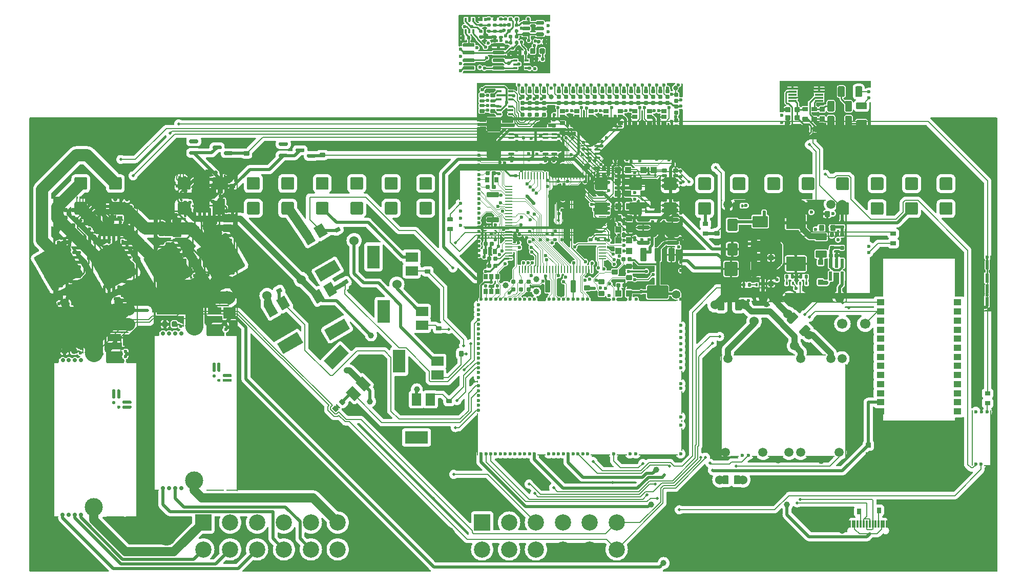
<source format=gtl>
G75*
G70*
%OFA0B0*%
%FSLAX25Y25*%
%IPPOS*%
%LPD*%
%AMOC8*
5,1,8,0,0,1.08239X$1,22.5*
%
%AMM164*
21,1,0.086610,0.073230,0.000000,-0.000000,180.000000*
21,1,0.069290,0.090550,0.000000,-0.000000,180.000000*
1,1,0.017320,-0.034650,0.036610*
1,1,0.017320,0.034650,0.036610*
1,1,0.017320,0.034650,-0.036610*
1,1,0.017320,-0.034650,-0.036610*
%
%AMM165*
21,1,0.094490,0.111020,0.000000,-0.000000,270.000000*
21,1,0.075590,0.129920,0.000000,-0.000000,270.000000*
1,1,0.018900,-0.055510,-0.037800*
1,1,0.018900,-0.055510,0.037800*
1,1,0.018900,0.055510,0.037800*
1,1,0.018900,0.055510,-0.037800*
%
%AMM166*
21,1,0.074800,0.083460,0.000000,-0.000000,270.000000*
21,1,0.059840,0.098430,0.000000,-0.000000,270.000000*
1,1,0.014960,-0.041730,-0.029920*
1,1,0.014960,-0.041730,0.029920*
1,1,0.014960,0.041730,0.029920*
1,1,0.014960,0.041730,-0.029920*
%
%AMM167*
21,1,0.078740,0.053540,0.000000,-0.000000,90.000000*
21,1,0.065350,0.066930,0.000000,-0.000000,90.000000*
1,1,0.013390,0.026770,0.032680*
1,1,0.013390,0.026770,-0.032680*
1,1,0.013390,-0.026770,-0.032680*
1,1,0.013390,-0.026770,0.032680*
%
%AMM168*
21,1,0.035430,0.030320,0.000000,-0.000000,0.000000*
21,1,0.028350,0.037400,0.000000,-0.000000,0.000000*
1,1,0.007090,0.014170,-0.015160*
1,1,0.007090,-0.014170,-0.015160*
1,1,0.007090,-0.014170,0.015160*
1,1,0.007090,0.014170,0.015160*
%
%AMM169*
21,1,0.021650,0.052760,0.000000,-0.000000,180.000000*
21,1,0.017320,0.057090,0.000000,-0.000000,180.000000*
1,1,0.004330,-0.008660,0.026380*
1,1,0.004330,0.008660,0.026380*
1,1,0.004330,0.008660,-0.026380*
1,1,0.004330,-0.008660,-0.026380*
%
%AMM170*
21,1,0.035830,0.026770,0.000000,-0.000000,270.000000*
21,1,0.029130,0.033470,0.000000,-0.000000,270.000000*
1,1,0.006690,-0.013390,-0.014570*
1,1,0.006690,-0.013390,0.014570*
1,1,0.006690,0.013390,0.014570*
1,1,0.006690,0.013390,-0.014570*
%
%AMM171*
21,1,0.070870,0.036220,0.000000,-0.000000,0.000000*
21,1,0.061810,0.045280,0.000000,-0.000000,0.000000*
1,1,0.009060,0.030910,-0.018110*
1,1,0.009060,-0.030910,-0.018110*
1,1,0.009060,-0.030910,0.018110*
1,1,0.009060,0.030910,0.018110*
%
%AMM172*
21,1,0.033470,0.026770,0.000000,-0.000000,270.000000*
21,1,0.026770,0.033470,0.000000,-0.000000,270.000000*
1,1,0.006690,-0.013390,-0.013390*
1,1,0.006690,-0.013390,0.013390*
1,1,0.006690,0.013390,0.013390*
1,1,0.006690,0.013390,-0.013390*
%
%AMM173*
21,1,0.015750,0.016540,0.000000,-0.000000,180.000000*
21,1,0.012600,0.019680,0.000000,-0.000000,180.000000*
1,1,0.003150,-0.006300,0.008270*
1,1,0.003150,0.006300,0.008270*
1,1,0.003150,0.006300,-0.008270*
1,1,0.003150,-0.006300,-0.008270*
%
%AMM174*
21,1,0.023620,0.018900,0.000000,-0.000000,0.000000*
21,1,0.018900,0.023620,0.000000,-0.000000,0.000000*
1,1,0.004720,0.009450,-0.009450*
1,1,0.004720,-0.009450,-0.009450*
1,1,0.004720,-0.009450,0.009450*
1,1,0.004720,0.009450,0.009450*
%
%AMM175*
21,1,0.019680,0.019680,0.000000,-0.000000,270.000000*
21,1,0.015750,0.023620,0.000000,-0.000000,270.000000*
1,1,0.003940,-0.009840,-0.007870*
1,1,0.003940,-0.009840,0.007870*
1,1,0.003940,0.009840,0.007870*
1,1,0.003940,0.009840,-0.007870*
%
%AMM176*
21,1,0.019680,0.019680,0.000000,-0.000000,180.000000*
21,1,0.015750,0.023620,0.000000,-0.000000,180.000000*
1,1,0.003940,-0.007870,0.009840*
1,1,0.003940,0.007870,0.009840*
1,1,0.003940,0.007870,-0.009840*
1,1,0.003940,-0.007870,-0.009840*
%
%AMM255*
21,1,0.025590,0.026380,-0.000000,-0.000000,90.000000*
21,1,0.020470,0.031500,-0.000000,-0.000000,90.000000*
1,1,0.005120,0.013190,0.010240*
1,1,0.005120,0.013190,-0.010240*
1,1,0.005120,-0.013190,-0.010240*
1,1,0.005120,-0.013190,0.010240*
%
%AMM256*
21,1,0.017720,0.027950,-0.000000,-0.000000,90.000000*
21,1,0.014170,0.031500,-0.000000,-0.000000,90.000000*
1,1,0.003540,0.013980,0.007090*
1,1,0.003540,0.013980,-0.007090*
1,1,0.003540,-0.013980,-0.007090*
1,1,0.003540,-0.013980,0.007090*
%
%AMM257*
21,1,0.012600,0.028980,-0.000000,-0.000000,270.000000*
21,1,0.010080,0.031500,-0.000000,-0.000000,270.000000*
1,1,0.002520,-0.014490,-0.005040*
1,1,0.002520,-0.014490,0.005040*
1,1,0.002520,0.014490,0.005040*
1,1,0.002520,0.014490,-0.005040*
%
%AMM258*
21,1,0.023620,0.030710,-0.000000,-0.000000,0.000000*
21,1,0.018900,0.035430,-0.000000,-0.000000,0.000000*
1,1,0.004720,0.009450,-0.015350*
1,1,0.004720,-0.009450,-0.015350*
1,1,0.004720,-0.009450,0.015350*
1,1,0.004720,0.009450,0.015350*
%
%AMM259*
21,1,0.027560,0.018900,-0.000000,-0.000000,270.000000*
21,1,0.022840,0.023620,-0.000000,-0.000000,270.000000*
1,1,0.004720,-0.009450,-0.011420*
1,1,0.004720,-0.009450,0.011420*
1,1,0.004720,0.009450,0.011420*
1,1,0.004720,0.009450,-0.011420*
%
%AMM260*
21,1,0.031500,0.072440,-0.000000,-0.000000,270.000000*
21,1,0.025200,0.078740,-0.000000,-0.000000,270.000000*
1,1,0.006300,-0.036220,-0.012600*
1,1,0.006300,-0.036220,0.012600*
1,1,0.006300,0.036220,0.012600*
1,1,0.006300,0.036220,-0.012600*
%
%AMM261*
21,1,0.027560,0.018900,-0.000000,-0.000000,0.000000*
21,1,0.022840,0.023620,-0.000000,-0.000000,0.000000*
1,1,0.004720,0.011420,-0.009450*
1,1,0.004720,-0.011420,-0.009450*
1,1,0.004720,-0.011420,0.009450*
1,1,0.004720,0.011420,0.009450*
%
%AMM262*
21,1,0.023620,0.030710,-0.000000,-0.000000,90.000000*
21,1,0.018900,0.035430,-0.000000,-0.000000,90.000000*
1,1,0.004720,0.015350,0.009450*
1,1,0.004720,0.015350,-0.009450*
1,1,0.004720,-0.015350,-0.009450*
1,1,0.004720,-0.015350,0.009450*
%
%AMM263*
21,1,0.035430,0.030320,-0.000000,-0.000000,90.000000*
21,1,0.028350,0.037400,-0.000000,-0.000000,90.000000*
1,1,0.007090,0.015160,0.014170*
1,1,0.007090,0.015160,-0.014170*
1,1,0.007090,-0.015160,-0.014170*
1,1,0.007090,-0.015160,0.014170*
%
%AMM264*
21,1,0.043310,0.075980,-0.000000,-0.000000,180.000000*
21,1,0.034650,0.084650,-0.000000,-0.000000,180.000000*
1,1,0.008660,-0.017320,0.037990*
1,1,0.008660,0.017320,0.037990*
1,1,0.008660,0.017320,-0.037990*
1,1,0.008660,-0.017320,-0.037990*
%
%AMM265*
21,1,0.039370,0.035430,-0.000000,-0.000000,180.000000*
21,1,0.031500,0.043310,-0.000000,-0.000000,180.000000*
1,1,0.007870,-0.015750,0.017720*
1,1,0.007870,0.015750,0.017720*
1,1,0.007870,0.015750,-0.017720*
1,1,0.007870,-0.015750,-0.017720*
%
%AMM266*
21,1,0.027560,0.030710,-0.000000,-0.000000,180.000000*
21,1,0.022050,0.036220,-0.000000,-0.000000,180.000000*
1,1,0.005510,-0.011020,0.015350*
1,1,0.005510,0.011020,0.015350*
1,1,0.005510,0.011020,-0.015350*
1,1,0.005510,-0.011020,-0.015350*
%
%AMM267*
21,1,0.031500,0.072440,-0.000000,-0.000000,180.000000*
21,1,0.025200,0.078740,-0.000000,-0.000000,180.000000*
1,1,0.006300,-0.012600,0.036220*
1,1,0.006300,0.012600,0.036220*
1,1,0.006300,0.012600,-0.036220*
1,1,0.006300,-0.012600,-0.036220*
%
%AMM268*
21,1,0.137800,0.067720,-0.000000,-0.000000,180.000000*
21,1,0.120870,0.084650,-0.000000,-0.000000,180.000000*
1,1,0.016930,-0.060430,0.033860*
1,1,0.016930,0.060430,0.033860*
1,1,0.016930,0.060430,-0.033860*
1,1,0.016930,-0.060430,-0.033860*
%
%AMM269*
21,1,0.043310,0.075990,-0.000000,-0.000000,180.000000*
21,1,0.034650,0.084650,-0.000000,-0.000000,180.000000*
1,1,0.008660,-0.017320,0.037990*
1,1,0.008660,0.017320,0.037990*
1,1,0.008660,0.017320,-0.037990*
1,1,0.008660,-0.017320,-0.037990*
%
%AMM270*
21,1,0.086610,0.073230,-0.000000,-0.000000,270.000000*
21,1,0.069290,0.090550,-0.000000,-0.000000,270.000000*
1,1,0.017320,-0.036610,-0.034650*
1,1,0.017320,-0.036610,0.034650*
1,1,0.017320,0.036610,0.034650*
1,1,0.017320,0.036610,-0.034650*
%
%AMM97*
21,1,0.021650,0.052760,-0.000000,0.000000,0.000000*
21,1,0.017320,0.057090,-0.000000,0.000000,0.000000*
1,1,0.004330,0.008660,-0.026380*
1,1,0.004330,-0.008660,-0.026380*
1,1,0.004330,-0.008660,0.026380*
1,1,0.004330,0.008660,0.026380*
%
%ADD10C,0.06000*%
%ADD11R,0.07874X0.05906*%
%ADD12R,0.07874X0.14961*%
%ADD123C,0.00984*%
%ADD13R,0.10559X0.10559*%
%ADD138C,0.01850*%
%ADD139R,0.02559X0.01575*%
%ADD14C,0.10559*%
%ADD140R,0.01575X0.02559*%
%ADD142R,0.05512X0.01181*%
%ADD143R,0.03543X0.03150*%
%ADD145C,0.05118*%
%ADD147R,0.03150X0.03543*%
%ADD15C,0.12756*%
%ADD155C,0.03100*%
%ADD158C,0.03900*%
%ADD16C,0.02362*%
%ADD167O,0.04724X0.00866*%
%ADD168O,0.00866X0.04724*%
%ADD169O,0.04331X0.01181*%
%ADD17O,0.04823X0.00787*%
%ADD172R,0.01378X0.00984*%
%ADD173R,0.00984X0.01378*%
%ADD178O,0.08661X0.02362*%
%ADD18O,0.00787X0.36614*%
%ADD186C,0.00492*%
%ADD187C,0.01260*%
%ADD188C,0.04331*%
%ADD189C,0.05512*%
%ADD19R,0.00984X0.24350*%
%ADD20R,0.00984X0.04390*%
%ADD21R,0.56201X0.00984*%
%ADD22R,0.59449X0.00984*%
%ADD23R,0.00984X0.20374*%
%ADD24R,0.05906X0.07874*%
%ADD25R,0.14961X0.07874*%
%ADD256M97*%
%ADD26C,0.02756*%
%ADD264O,0.40158X0.00787*%
%ADD27C,0.11811*%
%ADD28R,0.11811X0.00984*%
%ADD29R,0.04331X0.00984*%
%ADD30R,0.03858X0.00984*%
%ADD31R,0.05709X0.00984*%
%ADD32R,0.00984X1.08661*%
%ADD326M164*%
%ADD327M165*%
%ADD328M166*%
%ADD329M167*%
%ADD33R,0.07677X0.00984*%
%ADD330M168*%
%ADD331M169*%
%ADD332M170*%
%ADD333M171*%
%ADD334M172*%
%ADD335M173*%
%ADD336M174*%
%ADD337M175*%
%ADD338M176*%
%ADD34R,0.03740X0.00984*%
%ADD35C,0.05906*%
%ADD36O,0.12992X0.00787*%
%ADD368R,0.08661X0.04724*%
%ADD369R,0.25197X0.22835*%
%ADD37O,0.40157X0.00787*%
%ADD370R,0.07874X0.07500*%
%ADD371O,0.07874X0.07500*%
%ADD38O,0.01181X0.00787*%
%ADD39O,0.00787X0.66929*%
%ADD40O,0.00787X0.60630*%
%ADD41O,0.18898X0.00787*%
%ADD42O,0.10236X0.00787*%
%ADD43O,0.03937X0.00787*%
%ADD44O,0.05906X0.00787*%
%ADD45C,0.06693*%
%ADD450M255*%
%ADD451M256*%
%ADD452M257*%
%ADD453M258*%
%ADD454M259*%
%ADD455M260*%
%ADD456M261*%
%ADD457M262*%
%ADD458M263*%
%ADD459M264*%
%ADD46R,0.01181X0.04528*%
%ADD460M265*%
%ADD461M266*%
%ADD462M267*%
%ADD463M268*%
%ADD464M269*%
%ADD465M270*%
%ADD47O,0.03937X0.08268*%
%ADD48O,0.03937X0.06299*%
%ADD49R,0.00787X0.14567*%
%ADD50R,0.00787X0.01575*%
%ADD51R,0.00787X0.06299*%
%ADD52R,0.00787X0.38189*%
%ADD53R,0.00787X0.09055*%
%ADD54R,0.05512X0.00787*%
%ADD55R,0.25197X0.00787*%
%ADD56R,0.06693X0.00787*%
%ADD57R,0.12992X0.00787*%
%ADD58R,0.00787X0.27559*%
%ADD59R,0.00787X0.12992*%
%ADD60R,0.00787X0.24803*%
%ADD61R,0.05118X0.03937*%
%ADD62C,0.03937*%
%ADD63C,0.01969*%
%ADD64C,0.00787*%
%ADD65C,0.03150*%
%ADD66C,0.07874*%
%ADD69C,0.01181*%
%ADD75C,0.00800*%
%ADD84C,0.01968*%
%ADD85C,0.01575*%
X0000000Y0000000D02*
%LPD*%
G01*
D10*
X0464292Y0059645D03*
G36*
G01*
X0462500Y0062106D02*
X0462500Y0057185D01*
G75*
G02*
X0462107Y0056791I-000394J0000000D01*
G01*
X0458957Y0056791D01*
G75*
G02*
X0458563Y0057185I0000000J0000394D01*
G01*
X0458563Y0062106D01*
G75*
G02*
X0458957Y0062500I0000394J0000000D01*
G01*
X0462107Y0062500D01*
G75*
G02*
X0462500Y0062106I0000000J-000394D01*
G01*
G37*
G36*
G01*
X0455020Y0062106D02*
X0455020Y0057185D01*
G75*
G02*
X0454626Y0056791I-000394J0000000D01*
G01*
X0451477Y0056791D01*
G75*
G02*
X0451083Y0057185I0000000J0000394D01*
G01*
X0451083Y0062106D01*
G75*
G02*
X0451477Y0062500I0000394J0000000D01*
G01*
X0454626Y0062500D01*
G75*
G02*
X0455020Y0062106I0000000J-000394D01*
G01*
G37*
X0449292Y0059645D03*
G36*
G01*
X0560571Y0221259D02*
X0563642Y0221259D01*
G75*
G02*
X0563918Y0220984I0000000J-000276D01*
G01*
X0563918Y0218779D01*
G75*
G02*
X0563642Y0218503I-000276J0000000D01*
G01*
X0560571Y0218503D01*
G75*
G02*
X0560296Y0218779I0000000J0000276D01*
G01*
X0560296Y0220984D01*
G75*
G02*
X0560571Y0221259I0000276J0000000D01*
G01*
G37*
G36*
G01*
X0560571Y0214960D02*
X0563642Y0214960D01*
G75*
G02*
X0563918Y0214685I0000000J-000276D01*
G01*
X0563918Y0212480D01*
G75*
G02*
X0563642Y0212204I-000276J0000000D01*
G01*
X0560571Y0212204D01*
G75*
G02*
X0560296Y0212480I0000000J0000276D01*
G01*
X0560296Y0214685D01*
G75*
G02*
X0560571Y0214960I0000276J0000000D01*
G01*
G37*
D11*
X0265453Y0127755D03*
X0265453Y0136811D03*
X0265453Y0145866D03*
D12*
X0240650Y0136811D03*
D13*
X0294626Y0031889D03*
D14*
X0312146Y0031889D03*
X0329626Y0031889D03*
X0347146Y0031889D03*
X0364626Y0031889D03*
X0382146Y0031889D03*
X0382146Y0014370D03*
X0364626Y0014370D03*
X0347146Y0014370D03*
X0329626Y0014370D03*
X0312146Y0014370D03*
X0294626Y0014370D03*
D15*
X0270867Y0023110D03*
X0405867Y0023110D03*
G36*
X0191112Y0185507D02*
G01*
X0196226Y0188460D01*
X0200163Y0181641D01*
X0195049Y0178688D01*
X0191112Y0185507D01*
G37*
G36*
X0183270Y0180980D02*
G01*
X0188384Y0183933D01*
X0192321Y0177114D01*
X0187207Y0174161D01*
X0183270Y0180980D01*
G37*
G36*
X0175428Y0176452D02*
G01*
X0180542Y0179405D01*
X0184479Y0172586D01*
X0179365Y0169633D01*
X0175428Y0176452D01*
G37*
G36*
X0191751Y0157236D02*
G01*
X0204707Y0164716D01*
X0208644Y0157897D01*
X0195688Y0150417D01*
X0191751Y0157236D01*
G37*
G36*
G01*
X0560532Y0041299D02*
X0560532Y0038228D01*
G75*
G02*
X0560256Y0037952I-000276J0000000D01*
G01*
X0558052Y0037952D01*
G75*
G02*
X0557776Y0038228I0000000J0000276D01*
G01*
X0557776Y0041299D01*
G75*
G02*
X0558052Y0041574I0000276J0000000D01*
G01*
X0560256Y0041574D01*
G75*
G02*
X0560532Y0041299I0000000J-000276D01*
G01*
G37*
G36*
G01*
X0554233Y0041299D02*
X0554233Y0038228D01*
G75*
G02*
X0553957Y0037952I-000276J0000000D01*
G01*
X0551752Y0037952D01*
G75*
G02*
X0551477Y0038228I0000000J0000276D01*
G01*
X0551477Y0041299D01*
G75*
G02*
X0551752Y0041574I0000276J0000000D01*
G01*
X0553957Y0041574D01*
G75*
G02*
X0554233Y0041299I0000000J-000276D01*
G01*
G37*
G36*
X0215712Y0115126D02*
G01*
X0211537Y0110950D01*
X0205969Y0116518D01*
X0210145Y0120694D01*
X0215712Y0115126D01*
G37*
G36*
X0222115Y0121529D02*
G01*
X0217940Y0117353D01*
X0212372Y0122921D01*
X0216548Y0127097D01*
X0222115Y0121529D01*
G37*
G36*
X0228518Y0127932D02*
G01*
X0224343Y0123756D01*
X0218775Y0129324D01*
X0222951Y0133500D01*
X0228518Y0127932D01*
G37*
G36*
X0207778Y0142269D02*
G01*
X0197200Y0131690D01*
X0191632Y0137258D01*
X0202211Y0147837D01*
X0207778Y0142269D01*
G37*
G36*
G01*
X0274666Y0103346D02*
X0271595Y0103346D01*
G75*
G02*
X0271319Y0103622I0000000J0000276D01*
G01*
X0271319Y0105826D01*
G75*
G02*
X0271595Y0106102I0000276J0000000D01*
G01*
X0274666Y0106102D01*
G75*
G02*
X0274941Y0105826I0000000J-000276D01*
G01*
X0274941Y0103622D01*
G75*
G02*
X0274666Y0103346I-000276J0000000D01*
G01*
G37*
G36*
G01*
X0274666Y0109645D02*
X0271595Y0109645D01*
G75*
G02*
X0271319Y0109921I0000000J0000276D01*
G01*
X0271319Y0112126D01*
G75*
G02*
X0271595Y0112401I0000276J0000000D01*
G01*
X0274666Y0112401D01*
G75*
G02*
X0274941Y0112126I0000000J-000276D01*
G01*
X0274941Y0109921D01*
G75*
G02*
X0274666Y0109645I-000276J0000000D01*
G01*
G37*
D16*
X0615748Y0104035D03*
D17*
X0623524Y0068996D03*
D18*
X0613386Y0086909D03*
X0625591Y0086909D03*
D16*
X0619489Y0104035D03*
X0623229Y0104035D03*
X0619292Y0069783D03*
X0615748Y0069783D03*
X0280512Y0234744D03*
X0280512Y0239468D03*
X0280512Y0230019D03*
X0280512Y0225295D03*
D19*
X0338189Y0235797D03*
D20*
X0338189Y0259616D03*
D21*
X0310581Y0224114D03*
D22*
X0308957Y0261318D03*
D23*
X0279725Y0251624D03*
D16*
X0337304Y0250728D03*
X0337304Y0254665D03*
G36*
G01*
X0441398Y0218503D02*
X0438327Y0218503D01*
G75*
G02*
X0438052Y0218779I0000000J0000276D01*
G01*
X0438052Y0220984D01*
G75*
G02*
X0438327Y0221259I0000276J0000000D01*
G01*
X0441398Y0221259D01*
G75*
G02*
X0441674Y0220984I0000000J-000276D01*
G01*
X0441674Y0218779D01*
G75*
G02*
X0441398Y0218503I-000276J0000000D01*
G01*
G37*
G36*
G01*
X0441398Y0224803D02*
X0438327Y0224803D01*
G75*
G02*
X0438052Y0225078I0000000J0000276D01*
G01*
X0438052Y0227283D01*
G75*
G02*
X0438327Y0227559I0000276J0000000D01*
G01*
X0441398Y0227559D01*
G75*
G02*
X0441674Y0227283I0000000J-000276D01*
G01*
X0441674Y0225078D01*
G75*
G02*
X0441398Y0224803I-000276J0000000D01*
G01*
G37*
G36*
G01*
X0267776Y0150590D02*
X0264705Y0150590D01*
G75*
G02*
X0264430Y0150866I0000000J0000276D01*
G01*
X0264430Y0153070D01*
G75*
G02*
X0264705Y0153346I0000276J0000000D01*
G01*
X0267776Y0153346D01*
G75*
G02*
X0268052Y0153070I0000000J-000276D01*
G01*
X0268052Y0150866D01*
G75*
G02*
X0267776Y0150590I-000276J0000000D01*
G01*
G37*
G36*
G01*
X0267776Y0156889D02*
X0264705Y0156889D01*
G75*
G02*
X0264430Y0157165I0000000J0000276D01*
G01*
X0264430Y0159370D01*
G75*
G02*
X0264705Y0159645I0000276J0000000D01*
G01*
X0267776Y0159645D01*
G75*
G02*
X0268052Y0159370I0000000J-000276D01*
G01*
X0268052Y0157165D01*
G75*
G02*
X0267776Y0156889I-000276J0000000D01*
G01*
G37*
G36*
G01*
X0157332Y0188586D02*
X0159992Y0190121D01*
G75*
G02*
X0160368Y0190020I0000138J-000239D01*
G01*
X0161470Y0188111D01*
G75*
G02*
X0161370Y0187735I-000239J-000138D01*
G01*
X0158710Y0186199D01*
G75*
G02*
X0158334Y0186300I-000138J0000239D01*
G01*
X0157231Y0188209D01*
G75*
G02*
X0157332Y0188586I0000239J0000138D01*
G01*
G37*
G36*
G01*
X0160482Y0183131D02*
X0163141Y0184666D01*
G75*
G02*
X0163518Y0184565I0000138J-000239D01*
G01*
X0164620Y0182656D01*
G75*
G02*
X0164519Y0182279I-000239J-000138D01*
G01*
X0161860Y0180744D01*
G75*
G02*
X0161483Y0180845I-000138J0000239D01*
G01*
X0160381Y0182754D01*
G75*
G02*
X0160482Y0183131I0000239J0000138D01*
G01*
G37*
D24*
X0260926Y0112007D03*
X0251871Y0112007D03*
X0242815Y0112007D03*
D25*
X0251871Y0087204D03*
G36*
X0160600Y0176649D02*
G01*
X0165715Y0179602D01*
X0169652Y0172783D01*
X0164537Y0169830D01*
X0160600Y0176649D01*
G37*
G36*
X0152758Y0172122D02*
G01*
X0157873Y0175074D01*
X0161810Y0168255D01*
X0156695Y0165303D01*
X0152758Y0172122D01*
G37*
G36*
X0144916Y0167594D02*
G01*
X0150031Y0170547D01*
X0153968Y0163728D01*
X0148853Y0160775D01*
X0144916Y0167594D01*
G37*
G36*
X0161239Y0148378D02*
G01*
X0174195Y0155858D01*
X0178132Y0149039D01*
X0165176Y0141559D01*
X0161239Y0148378D01*
G37*
D26*
X0021654Y0036909D03*
X0033465Y0036909D03*
X0029528Y0036909D03*
X0025591Y0036909D03*
D27*
X0041930Y0041830D03*
D28*
X0055709Y0035433D03*
D29*
X0068308Y0143110D03*
D30*
X0051221Y0143110D03*
X0038229Y0143110D03*
D31*
X0018209Y0143110D03*
D32*
X0069981Y0089271D03*
X0015847Y0089271D03*
D33*
X0066634Y0035433D03*
D34*
X0017225Y0035433D03*
G36*
G01*
X0065945Y0106003D02*
X0061024Y0106003D01*
G75*
G02*
X0060532Y0106496I0000000J0000492D01*
G01*
X0060532Y0107480D01*
G75*
G02*
X0061024Y0107972I0000492J0000000D01*
G01*
X0065945Y0107972D01*
G75*
G02*
X0066437Y0107480I0000000J-000492D01*
G01*
X0066437Y0106496D01*
G75*
G02*
X0065945Y0106003I-000492J0000000D01*
G01*
G37*
G36*
G01*
X0055414Y0112598D02*
X0054430Y0112598D01*
G75*
G02*
X0053937Y0113090I0000000J0000492D01*
G01*
X0053937Y0118011D01*
G75*
G02*
X0054430Y0118503I0000492J0000000D01*
G01*
X0055414Y0118503D01*
G75*
G02*
X0055906Y0118011I0000000J-000492D01*
G01*
X0055906Y0113090D01*
G75*
G02*
X0055414Y0112598I-000492J0000000D01*
G01*
G37*
G36*
G01*
X0065945Y0109153D02*
X0061024Y0109153D01*
G75*
G02*
X0060532Y0109645I0000000J0000492D01*
G01*
X0060532Y0110629D01*
G75*
G02*
X0061024Y0111122I0000492J0000000D01*
G01*
X0065945Y0111122D01*
G75*
G02*
X0066437Y0110629I0000000J-000492D01*
G01*
X0066437Y0109645D01*
G75*
G02*
X0065945Y0109153I-000492J0000000D01*
G01*
G37*
G36*
G01*
X0055906Y0110433D02*
X0055906Y0109448D01*
G75*
G02*
X0055414Y0108956I-000492J0000000D01*
G01*
X0054430Y0108956D01*
G75*
G02*
X0053937Y0109448I0000000J0000492D01*
G01*
X0053937Y0110433D01*
G75*
G02*
X0054430Y0110925I0000492J0000000D01*
G01*
X0055414Y0110925D01*
G75*
G02*
X0055906Y0110433I0000000J-000492D01*
G01*
G37*
G36*
G01*
X0058563Y0106003D02*
X0057579Y0106003D01*
G75*
G02*
X0057087Y0106496I0000000J0000492D01*
G01*
X0057087Y0107480D01*
G75*
G02*
X0057579Y0107972I0000492J0000000D01*
G01*
X0058563Y0107972D01*
G75*
G02*
X0059056Y0107480I0000000J-000492D01*
G01*
X0059056Y0106496D01*
G75*
G02*
X0058563Y0106003I-000492J0000000D01*
G01*
G37*
G36*
G01*
X0058563Y0112598D02*
X0057579Y0112598D01*
G75*
G02*
X0057087Y0113090I0000000J0000492D01*
G01*
X0057087Y0118011D01*
G75*
G02*
X0057579Y0118503I0000492J0000000D01*
G01*
X0058563Y0118503D01*
G75*
G02*
X0059056Y0118011I0000000J-000492D01*
G01*
X0059056Y0113090D01*
G75*
G02*
X0058563Y0112598I-000492J0000000D01*
G01*
G37*
D26*
X0059646Y0141599D03*
X0055709Y0141599D03*
X0042733Y0141599D03*
X0046733Y0141599D03*
G36*
G01*
X0034843Y0143602D02*
X0034843Y0143602D01*
G75*
G02*
X0035335Y0143110I0000000J-000492D01*
G01*
X0035335Y0142126D01*
G75*
G02*
X0034843Y0141633I-000492J0000000D01*
G01*
X0034843Y0141633D01*
G75*
G02*
X0034351Y0142126I0000000J0000492D01*
G01*
X0034351Y0143110D01*
G75*
G02*
X0034843Y0143602I0000492J0000000D01*
G01*
G37*
G36*
G01*
X0032874Y0143602D02*
X0032874Y0143602D01*
G75*
G02*
X0033367Y0143110I0000000J-000492D01*
G01*
X0033367Y0142126D01*
G75*
G02*
X0032874Y0141633I-000492J0000000D01*
G01*
X0032874Y0141633D01*
G75*
G02*
X0032382Y0142126I0000000J0000492D01*
G01*
X0032382Y0143110D01*
G75*
G02*
X0032874Y0143602I0000492J0000000D01*
G01*
G37*
G36*
G01*
X0030906Y0143602D02*
X0030906Y0143602D01*
G75*
G02*
X0031398Y0143110I0000000J-000492D01*
G01*
X0031398Y0142126D01*
G75*
G02*
X0030906Y0141633I-000492J0000000D01*
G01*
X0030906Y0141633D01*
G75*
G02*
X0030414Y0142126I0000000J0000492D01*
G01*
X0030414Y0143110D01*
G75*
G02*
X0030906Y0143602I0000492J0000000D01*
G01*
G37*
G36*
G01*
X0022638Y0143602D02*
X0022638Y0143602D01*
G75*
G02*
X0023130Y0143110I0000000J-000492D01*
G01*
X0023130Y0142126D01*
G75*
G02*
X0022638Y0141633I-000492J0000000D01*
G01*
X0022638Y0141633D01*
G75*
G02*
X0022146Y0142126I0000000J0000492D01*
G01*
X0022146Y0143110D01*
G75*
G02*
X0022638Y0143602I0000492J0000000D01*
G01*
G37*
X0063583Y0141599D03*
D35*
X0526969Y0077460D03*
X0501772Y0077460D03*
X0494292Y0077460D03*
X0477363Y0077460D03*
D16*
X0467914Y0075689D03*
X0463977Y0075689D03*
D36*
X0511811Y0141043D03*
D37*
X0478347Y0141043D03*
D38*
X0450394Y0141043D03*
D39*
X0450197Y0107972D03*
D40*
X0531300Y0104822D03*
D35*
X0452756Y0077460D03*
D38*
X0531103Y0074901D03*
D41*
X0514567Y0074901D03*
D42*
X0485630Y0074901D03*
D43*
X0471851Y0074901D03*
D44*
X0458859Y0074901D03*
D35*
X0528741Y0138484D03*
X0521457Y0138484D03*
X0501969Y0138484D03*
X0454528Y0138484D03*
D11*
X0248721Y0195669D03*
X0248721Y0204724D03*
X0248721Y0213779D03*
D12*
X0223918Y0204724D03*
G36*
G01*
X0142776Y0270669D02*
X0139705Y0270669D01*
G75*
G02*
X0139430Y0270944I0000000J0000276D01*
G01*
X0139430Y0273149D01*
G75*
G02*
X0139705Y0273425I0000276J0000000D01*
G01*
X0142776Y0273425D01*
G75*
G02*
X0143052Y0273149I0000000J-000276D01*
G01*
X0143052Y0270944D01*
G75*
G02*
X0142776Y0270669I-000276J0000000D01*
G01*
G37*
G36*
G01*
X0142776Y0276968D02*
X0139705Y0276968D01*
G75*
G02*
X0139430Y0277244I0000000J0000276D01*
G01*
X0139430Y0279448D01*
G75*
G02*
X0139705Y0279724I0000276J0000000D01*
G01*
X0142776Y0279724D01*
G75*
G02*
X0143052Y0279448I0000000J-000276D01*
G01*
X0143052Y0277244D01*
G75*
G02*
X0142776Y0276968I-000276J0000000D01*
G01*
G37*
G36*
G01*
X0547304Y0074350D02*
X0544626Y0074350D01*
G75*
G02*
X0544292Y0074685I0000000J0000335D01*
G01*
X0544292Y0077362D01*
G75*
G02*
X0544626Y0077696I0000335J0000000D01*
G01*
X0547304Y0077696D01*
G75*
G02*
X0547638Y0077362I0000000J-000335D01*
G01*
X0547638Y0074685D01*
G75*
G02*
X0547304Y0074350I-000335J0000000D01*
G01*
G37*
G36*
G01*
X0547304Y0080570D02*
X0544626Y0080570D01*
G75*
G02*
X0544292Y0080905I0000000J0000335D01*
G01*
X0544292Y0083582D01*
G75*
G02*
X0544626Y0083917I0000335J0000000D01*
G01*
X0547304Y0083917D01*
G75*
G02*
X0547638Y0083582I0000000J-000335D01*
G01*
X0547638Y0080905D01*
G75*
G02*
X0547304Y0080570I-000335J0000000D01*
G01*
G37*
G36*
X0185010Y0223696D02*
G01*
X0190124Y0226649D01*
X0194061Y0219830D01*
X0188947Y0216877D01*
X0185010Y0223696D01*
G37*
G36*
X0177168Y0219169D02*
G01*
X0182282Y0222122D01*
X0186219Y0215303D01*
X0181105Y0212350D01*
X0177168Y0219169D01*
G37*
G36*
X0169326Y0214641D02*
G01*
X0174440Y0217594D01*
X0178377Y0210775D01*
X0173263Y0207822D01*
X0169326Y0214641D01*
G37*
G36*
X0185648Y0195425D02*
G01*
X0198605Y0202905D01*
X0202542Y0196086D01*
X0189585Y0188606D01*
X0185648Y0195425D01*
G37*
G36*
G01*
X0273327Y0140196D02*
X0273327Y0143267D01*
G75*
G02*
X0273603Y0143543I0000276J0000000D01*
G01*
X0275808Y0143543D01*
G75*
G02*
X0276083Y0143267I0000000J-000276D01*
G01*
X0276083Y0140196D01*
G75*
G02*
X0275808Y0139921I-000276J0000000D01*
G01*
X0273603Y0139921D01*
G75*
G02*
X0273327Y0140196I0000000J0000276D01*
G01*
G37*
G36*
G01*
X0279626Y0140196D02*
X0279626Y0143267D01*
G75*
G02*
X0279902Y0143543I0000276J0000000D01*
G01*
X0282107Y0143543D01*
G75*
G02*
X0282382Y0143267I0000000J-000276D01*
G01*
X0282382Y0140196D01*
G75*
G02*
X0282107Y0139921I-000276J0000000D01*
G01*
X0279902Y0139921D01*
G75*
G02*
X0279626Y0140196I0000000J0000276D01*
G01*
G37*
G36*
G01*
X0253741Y0233267D02*
X0253741Y0239566D01*
G75*
G02*
X0254725Y0240551I0000984J0000000D01*
G01*
X0261024Y0240551D01*
G75*
G02*
X0262008Y0239566I0000000J-000984D01*
G01*
X0262008Y0233267D01*
G75*
G02*
X0261024Y0232283I-000984J0000000D01*
G01*
X0254725Y0232283D01*
G75*
G02*
X0253741Y0233267I0000000J0000984D01*
G01*
G37*
G36*
G01*
X0231300Y0233267D02*
X0231300Y0239566D01*
G75*
G02*
X0232284Y0240551I0000984J0000000D01*
G01*
X0238583Y0240551D01*
G75*
G02*
X0239567Y0239566I0000000J-000984D01*
G01*
X0239567Y0233267D01*
G75*
G02*
X0238583Y0232283I-000984J0000000D01*
G01*
X0232284Y0232283D01*
G75*
G02*
X0231300Y0233267I0000000J0000984D01*
G01*
G37*
G36*
G01*
X0208859Y0233267D02*
X0208859Y0239566D01*
G75*
G02*
X0209843Y0240551I0000984J0000000D01*
G01*
X0216142Y0240551D01*
G75*
G02*
X0217126Y0239566I0000000J-000984D01*
G01*
X0217126Y0233267D01*
G75*
G02*
X0216142Y0232283I-000984J0000000D01*
G01*
X0209843Y0232283D01*
G75*
G02*
X0208859Y0233267I0000000J0000984D01*
G01*
G37*
G36*
G01*
X0186418Y0233267D02*
X0186418Y0239566D01*
G75*
G02*
X0187402Y0240551I0000984J0000000D01*
G01*
X0193701Y0240551D01*
G75*
G02*
X0194685Y0239566I0000000J-000984D01*
G01*
X0194685Y0233267D01*
G75*
G02*
X0193701Y0232283I-000984J0000000D01*
G01*
X0187402Y0232283D01*
G75*
G02*
X0186418Y0233267I0000000J0000984D01*
G01*
G37*
G36*
G01*
X0163977Y0233267D02*
X0163977Y0239566D01*
G75*
G02*
X0164961Y0240551I0000984J0000000D01*
G01*
X0171260Y0240551D01*
G75*
G02*
X0172245Y0239566I0000000J-000984D01*
G01*
X0172245Y0233267D01*
G75*
G02*
X0171260Y0232283I-000984J0000000D01*
G01*
X0164961Y0232283D01*
G75*
G02*
X0163977Y0233267I0000000J0000984D01*
G01*
G37*
G36*
G01*
X0141536Y0233267D02*
X0141536Y0239566D01*
G75*
G02*
X0142520Y0240551I0000984J0000000D01*
G01*
X0148819Y0240551D01*
G75*
G02*
X0149804Y0239566I0000000J-000984D01*
G01*
X0149804Y0233267D01*
G75*
G02*
X0148819Y0232283I-000984J0000000D01*
G01*
X0142520Y0232283D01*
G75*
G02*
X0141536Y0233267I0000000J0000984D01*
G01*
G37*
G36*
G01*
X0119095Y0233267D02*
X0119095Y0239566D01*
G75*
G02*
X0120079Y0240551I0000984J0000000D01*
G01*
X0126378Y0240551D01*
G75*
G02*
X0127363Y0239566I0000000J-000984D01*
G01*
X0127363Y0233267D01*
G75*
G02*
X0126378Y0232283I-000984J0000000D01*
G01*
X0120079Y0232283D01*
G75*
G02*
X0119095Y0233267I0000000J0000984D01*
G01*
G37*
G36*
G01*
X0096654Y0233267D02*
X0096654Y0239566D01*
G75*
G02*
X0097638Y0240551I0000984J0000000D01*
G01*
X0103937Y0240551D01*
G75*
G02*
X0104922Y0239566I0000000J-000984D01*
G01*
X0104922Y0233267D01*
G75*
G02*
X0103937Y0232283I-000984J0000000D01*
G01*
X0097638Y0232283D01*
G75*
G02*
X0096654Y0233267I0000000J0000984D01*
G01*
G37*
G36*
G01*
X0074213Y0233267D02*
X0074213Y0239566D01*
G75*
G02*
X0075197Y0240551I0000984J0000000D01*
G01*
X0081496Y0240551D01*
G75*
G02*
X0082481Y0239566I0000000J-000984D01*
G01*
X0082481Y0233267D01*
G75*
G02*
X0081496Y0232283I-000984J0000000D01*
G01*
X0075197Y0232283D01*
G75*
G02*
X0074213Y0233267I0000000J0000984D01*
G01*
G37*
G36*
G01*
X0051772Y0233267D02*
X0051772Y0239566D01*
G75*
G02*
X0052756Y0240551I0000984J0000000D01*
G01*
X0059056Y0240551D01*
G75*
G02*
X0060040Y0239566I0000000J-000984D01*
G01*
X0060040Y0233267D01*
G75*
G02*
X0059056Y0232283I-000984J0000000D01*
G01*
X0052756Y0232283D01*
G75*
G02*
X0051772Y0233267I0000000J0000984D01*
G01*
G37*
G36*
G01*
X0029331Y0233267D02*
X0029331Y0239566D01*
G75*
G02*
X0030315Y0240551I0000984J0000000D01*
G01*
X0036615Y0240551D01*
G75*
G02*
X0037599Y0239566I0000000J-000984D01*
G01*
X0037599Y0233267D01*
G75*
G02*
X0036615Y0232283I-000984J0000000D01*
G01*
X0030315Y0232283D01*
G75*
G02*
X0029331Y0233267I0000000J0000984D01*
G01*
G37*
G36*
G01*
X0253741Y0249409D02*
X0253741Y0255708D01*
G75*
G02*
X0254725Y0256692I0000984J0000000D01*
G01*
X0261024Y0256692D01*
G75*
G02*
X0262008Y0255708I0000000J-000984D01*
G01*
X0262008Y0249409D01*
G75*
G02*
X0261024Y0248425I-000984J0000000D01*
G01*
X0254725Y0248425D01*
G75*
G02*
X0253741Y0249409I0000000J0000984D01*
G01*
G37*
G36*
G01*
X0231300Y0249409D02*
X0231300Y0255708D01*
G75*
G02*
X0232284Y0256692I0000984J0000000D01*
G01*
X0238583Y0256692D01*
G75*
G02*
X0239567Y0255708I0000000J-000984D01*
G01*
X0239567Y0249409D01*
G75*
G02*
X0238583Y0248425I-000984J0000000D01*
G01*
X0232284Y0248425D01*
G75*
G02*
X0231300Y0249409I0000000J0000984D01*
G01*
G37*
G36*
G01*
X0208859Y0249409D02*
X0208859Y0255708D01*
G75*
G02*
X0209843Y0256692I0000984J0000000D01*
G01*
X0216142Y0256692D01*
G75*
G02*
X0217126Y0255708I0000000J-000984D01*
G01*
X0217126Y0249409D01*
G75*
G02*
X0216142Y0248425I-000984J0000000D01*
G01*
X0209843Y0248425D01*
G75*
G02*
X0208859Y0249409I0000000J0000984D01*
G01*
G37*
G36*
G01*
X0186418Y0249409D02*
X0186418Y0255708D01*
G75*
G02*
X0187402Y0256692I0000984J0000000D01*
G01*
X0193701Y0256692D01*
G75*
G02*
X0194685Y0255708I0000000J-000984D01*
G01*
X0194685Y0249409D01*
G75*
G02*
X0193701Y0248425I-000984J0000000D01*
G01*
X0187402Y0248425D01*
G75*
G02*
X0186418Y0249409I0000000J0000984D01*
G01*
G37*
G36*
G01*
X0163977Y0249409D02*
X0163977Y0255708D01*
G75*
G02*
X0164961Y0256692I0000984J0000000D01*
G01*
X0171260Y0256692D01*
G75*
G02*
X0172245Y0255708I0000000J-000984D01*
G01*
X0172245Y0249409D01*
G75*
G02*
X0171260Y0248425I-000984J0000000D01*
G01*
X0164961Y0248425D01*
G75*
G02*
X0163977Y0249409I0000000J0000984D01*
G01*
G37*
G36*
G01*
X0141536Y0249409D02*
X0141536Y0255708D01*
G75*
G02*
X0142520Y0256692I0000984J0000000D01*
G01*
X0148819Y0256692D01*
G75*
G02*
X0149804Y0255708I0000000J-000984D01*
G01*
X0149804Y0249409D01*
G75*
G02*
X0148819Y0248425I-000984J0000000D01*
G01*
X0142520Y0248425D01*
G75*
G02*
X0141536Y0249409I0000000J0000984D01*
G01*
G37*
G36*
G01*
X0119095Y0249409D02*
X0119095Y0255708D01*
G75*
G02*
X0120079Y0256692I0000984J0000000D01*
G01*
X0126378Y0256692D01*
G75*
G02*
X0127363Y0255708I0000000J-000984D01*
G01*
X0127363Y0249409D01*
G75*
G02*
X0126378Y0248425I-000984J0000000D01*
G01*
X0120079Y0248425D01*
G75*
G02*
X0119095Y0249409I0000000J0000984D01*
G01*
G37*
G36*
G01*
X0096654Y0249409D02*
X0096654Y0255708D01*
G75*
G02*
X0097638Y0256692I0000984J0000000D01*
G01*
X0103937Y0256692D01*
G75*
G02*
X0104922Y0255708I0000000J-000984D01*
G01*
X0104922Y0249409D01*
G75*
G02*
X0103937Y0248425I-000984J0000000D01*
G01*
X0097638Y0248425D01*
G75*
G02*
X0096654Y0249409I0000000J0000984D01*
G01*
G37*
G36*
G01*
X0074213Y0249409D02*
X0074213Y0255708D01*
G75*
G02*
X0075197Y0256692I0000984J0000000D01*
G01*
X0081496Y0256692D01*
G75*
G02*
X0082481Y0255708I0000000J-000984D01*
G01*
X0082481Y0249409D01*
G75*
G02*
X0081496Y0248425I-000984J0000000D01*
G01*
X0075197Y0248425D01*
G75*
G02*
X0074213Y0249409I0000000J0000984D01*
G01*
G37*
G36*
G01*
X0051772Y0249409D02*
X0051772Y0255708D01*
G75*
G02*
X0052756Y0256692I0000984J0000000D01*
G01*
X0059056Y0256692D01*
G75*
G02*
X0060040Y0255708I0000000J-000984D01*
G01*
X0060040Y0249409D01*
G75*
G02*
X0059056Y0248425I-000984J0000000D01*
G01*
X0052756Y0248425D01*
G75*
G02*
X0051772Y0249409I0000000J0000984D01*
G01*
G37*
G36*
G01*
X0029331Y0249409D02*
X0029331Y0255708D01*
G75*
G02*
X0030315Y0256692I0000984J0000000D01*
G01*
X0036615Y0256692D01*
G75*
G02*
X0037599Y0255708I0000000J-000984D01*
G01*
X0037599Y0249409D01*
G75*
G02*
X0036615Y0248425I-000984J0000000D01*
G01*
X0030315Y0248425D01*
G75*
G02*
X0029331Y0249409I0000000J0000984D01*
G01*
G37*
G36*
G01*
X0592323Y0233070D02*
X0592323Y0239370D01*
G75*
G02*
X0593308Y0240354I0000984J0000000D01*
G01*
X0599607Y0240354D01*
G75*
G02*
X0600591Y0239370I0000000J-000984D01*
G01*
X0600591Y0233070D01*
G75*
G02*
X0599607Y0232086I-000984J0000000D01*
G01*
X0593308Y0232086D01*
G75*
G02*
X0592323Y0233070I0000000J0000984D01*
G01*
G37*
G36*
G01*
X0569882Y0233070D02*
X0569882Y0239370D01*
G75*
G02*
X0570867Y0240354I0000984J0000000D01*
G01*
X0577166Y0240354D01*
G75*
G02*
X0578150Y0239370I0000000J-000984D01*
G01*
X0578150Y0233070D01*
G75*
G02*
X0577166Y0232086I-000984J0000000D01*
G01*
X0570867Y0232086D01*
G75*
G02*
X0569882Y0233070I0000000J0000984D01*
G01*
G37*
G36*
G01*
X0547441Y0233070D02*
X0547441Y0239370D01*
G75*
G02*
X0548426Y0240354I0000984J0000000D01*
G01*
X0554725Y0240354D01*
G75*
G02*
X0555709Y0239370I0000000J-000984D01*
G01*
X0555709Y0233070D01*
G75*
G02*
X0554725Y0232086I-000984J0000000D01*
G01*
X0548426Y0232086D01*
G75*
G02*
X0547441Y0233070I0000000J0000984D01*
G01*
G37*
G36*
G01*
X0525000Y0233070D02*
X0525000Y0239370D01*
G75*
G02*
X0525985Y0240354I0000984J0000000D01*
G01*
X0532284Y0240354D01*
G75*
G02*
X0533268Y0239370I0000000J-000984D01*
G01*
X0533268Y0233070D01*
G75*
G02*
X0532284Y0232086I-000984J0000000D01*
G01*
X0525985Y0232086D01*
G75*
G02*
X0525000Y0233070I0000000J0000984D01*
G01*
G37*
G36*
G01*
X0502559Y0233070D02*
X0502559Y0239370D01*
G75*
G02*
X0503544Y0240354I0000984J0000000D01*
G01*
X0509843Y0240354D01*
G75*
G02*
X0510827Y0239370I0000000J-000984D01*
G01*
X0510827Y0233070D01*
G75*
G02*
X0509843Y0232086I-000984J0000000D01*
G01*
X0503544Y0232086D01*
G75*
G02*
X0502559Y0233070I0000000J0000984D01*
G01*
G37*
G36*
G01*
X0480119Y0233070D02*
X0480119Y0239370D01*
G75*
G02*
X0481103Y0240354I0000984J0000000D01*
G01*
X0487402Y0240354D01*
G75*
G02*
X0488386Y0239370I0000000J-000984D01*
G01*
X0488386Y0233070D01*
G75*
G02*
X0487402Y0232086I-000984J0000000D01*
G01*
X0481103Y0232086D01*
G75*
G02*
X0480119Y0233070I0000000J0000984D01*
G01*
G37*
G36*
G01*
X0457678Y0233070D02*
X0457678Y0239370D01*
G75*
G02*
X0458662Y0240354I0000984J0000000D01*
G01*
X0464961Y0240354D01*
G75*
G02*
X0465945Y0239370I0000000J-000984D01*
G01*
X0465945Y0233070D01*
G75*
G02*
X0464961Y0232086I-000984J0000000D01*
G01*
X0458662Y0232086D01*
G75*
G02*
X0457678Y0233070I0000000J0000984D01*
G01*
G37*
G36*
G01*
X0435237Y0233070D02*
X0435237Y0239370D01*
G75*
G02*
X0436221Y0240354I0000984J0000000D01*
G01*
X0442520Y0240354D01*
G75*
G02*
X0443504Y0239370I0000000J-000984D01*
G01*
X0443504Y0233070D01*
G75*
G02*
X0442520Y0232086I-000984J0000000D01*
G01*
X0436221Y0232086D01*
G75*
G02*
X0435237Y0233070I0000000J0000984D01*
G01*
G37*
G36*
G01*
X0412796Y0233070D02*
X0412796Y0239370D01*
G75*
G02*
X0413780Y0240354I0000984J0000000D01*
G01*
X0420079Y0240354D01*
G75*
G02*
X0421063Y0239370I0000000J-000984D01*
G01*
X0421063Y0233070D01*
G75*
G02*
X0420079Y0232086I-000984J0000000D01*
G01*
X0413780Y0232086D01*
G75*
G02*
X0412796Y0233070I0000000J0000984D01*
G01*
G37*
G36*
G01*
X0390355Y0233070D02*
X0390355Y0239370D01*
G75*
G02*
X0391339Y0240354I0000984J0000000D01*
G01*
X0397638Y0240354D01*
G75*
G02*
X0398622Y0239370I0000000J-000984D01*
G01*
X0398622Y0233070D01*
G75*
G02*
X0397638Y0232086I-000984J0000000D01*
G01*
X0391339Y0232086D01*
G75*
G02*
X0390355Y0233070I0000000J0000984D01*
G01*
G37*
G36*
G01*
X0367914Y0233070D02*
X0367914Y0239370D01*
G75*
G02*
X0368898Y0240354I0000984J0000000D01*
G01*
X0375197Y0240354D01*
G75*
G02*
X0376182Y0239370I0000000J-000984D01*
G01*
X0376182Y0233070D01*
G75*
G02*
X0375197Y0232086I-000984J0000000D01*
G01*
X0368898Y0232086D01*
G75*
G02*
X0367914Y0233070I0000000J0000984D01*
G01*
G37*
G36*
G01*
X0592323Y0249212D02*
X0592323Y0255511D01*
G75*
G02*
X0593308Y0256496I0000984J0000000D01*
G01*
X0599607Y0256496D01*
G75*
G02*
X0600591Y0255511I0000000J-000984D01*
G01*
X0600591Y0249212D01*
G75*
G02*
X0599607Y0248228I-000984J0000000D01*
G01*
X0593308Y0248228D01*
G75*
G02*
X0592323Y0249212I0000000J0000984D01*
G01*
G37*
G36*
G01*
X0569882Y0249212D02*
X0569882Y0255511D01*
G75*
G02*
X0570867Y0256496I0000984J0000000D01*
G01*
X0577166Y0256496D01*
G75*
G02*
X0578150Y0255511I0000000J-000984D01*
G01*
X0578150Y0249212D01*
G75*
G02*
X0577166Y0248228I-000984J0000000D01*
G01*
X0570867Y0248228D01*
G75*
G02*
X0569882Y0249212I0000000J0000984D01*
G01*
G37*
G36*
G01*
X0547441Y0249212D02*
X0547441Y0255511D01*
G75*
G02*
X0548426Y0256496I0000984J0000000D01*
G01*
X0554725Y0256496D01*
G75*
G02*
X0555709Y0255511I0000000J-000984D01*
G01*
X0555709Y0249212D01*
G75*
G02*
X0554725Y0248228I-000984J0000000D01*
G01*
X0548426Y0248228D01*
G75*
G02*
X0547441Y0249212I0000000J0000984D01*
G01*
G37*
G36*
G01*
X0525000Y0249212D02*
X0525000Y0255511D01*
G75*
G02*
X0525985Y0256496I0000984J0000000D01*
G01*
X0532284Y0256496D01*
G75*
G02*
X0533268Y0255511I0000000J-000984D01*
G01*
X0533268Y0249212D01*
G75*
G02*
X0532284Y0248228I-000984J0000000D01*
G01*
X0525985Y0248228D01*
G75*
G02*
X0525000Y0249212I0000000J0000984D01*
G01*
G37*
G36*
G01*
X0502559Y0249212D02*
X0502559Y0255511D01*
G75*
G02*
X0503544Y0256496I0000984J0000000D01*
G01*
X0509843Y0256496D01*
G75*
G02*
X0510827Y0255511I0000000J-000984D01*
G01*
X0510827Y0249212D01*
G75*
G02*
X0509843Y0248228I-000984J0000000D01*
G01*
X0503544Y0248228D01*
G75*
G02*
X0502559Y0249212I0000000J0000984D01*
G01*
G37*
G36*
G01*
X0480119Y0249212D02*
X0480119Y0255511D01*
G75*
G02*
X0481103Y0256496I0000984J0000000D01*
G01*
X0487402Y0256496D01*
G75*
G02*
X0488386Y0255511I0000000J-000984D01*
G01*
X0488386Y0249212D01*
G75*
G02*
X0487402Y0248228I-000984J0000000D01*
G01*
X0481103Y0248228D01*
G75*
G02*
X0480119Y0249212I0000000J0000984D01*
G01*
G37*
G36*
G01*
X0457678Y0249212D02*
X0457678Y0255511D01*
G75*
G02*
X0458662Y0256496I0000984J0000000D01*
G01*
X0464961Y0256496D01*
G75*
G02*
X0465945Y0255511I0000000J-000984D01*
G01*
X0465945Y0249212D01*
G75*
G02*
X0464961Y0248228I-000984J0000000D01*
G01*
X0458662Y0248228D01*
G75*
G02*
X0457678Y0249212I0000000J0000984D01*
G01*
G37*
G36*
G01*
X0435237Y0249212D02*
X0435237Y0255511D01*
G75*
G02*
X0436221Y0256496I0000984J0000000D01*
G01*
X0442520Y0256496D01*
G75*
G02*
X0443504Y0255511I0000000J-000984D01*
G01*
X0443504Y0249212D01*
G75*
G02*
X0442520Y0248228I-000984J0000000D01*
G01*
X0436221Y0248228D01*
G75*
G02*
X0435237Y0249212I0000000J0000984D01*
G01*
G37*
G36*
G01*
X0412796Y0249212D02*
X0412796Y0255511D01*
G75*
G02*
X0413780Y0256496I0000984J0000000D01*
G01*
X0420079Y0256496D01*
G75*
G02*
X0421063Y0255511I0000000J-000984D01*
G01*
X0421063Y0249212D01*
G75*
G02*
X0420079Y0248228I-000984J0000000D01*
G01*
X0413780Y0248228D01*
G75*
G02*
X0412796Y0249212I0000000J0000984D01*
G01*
G37*
G36*
G01*
X0390355Y0249212D02*
X0390355Y0255511D01*
G75*
G02*
X0391339Y0256496I0000984J0000000D01*
G01*
X0397638Y0256496D01*
G75*
G02*
X0398622Y0255511I0000000J-000984D01*
G01*
X0398622Y0249212D01*
G75*
G02*
X0397638Y0248228I-000984J0000000D01*
G01*
X0391339Y0248228D01*
G75*
G02*
X0390355Y0249212I0000000J0000984D01*
G01*
G37*
G36*
G01*
X0367914Y0249212D02*
X0367914Y0255511D01*
G75*
G02*
X0368898Y0256496I0000984J0000000D01*
G01*
X0375197Y0256496D01*
G75*
G02*
X0376182Y0255511I0000000J-000984D01*
G01*
X0376182Y0249212D01*
G75*
G02*
X0375197Y0248228I-000984J0000000D01*
G01*
X0368898Y0248228D01*
G75*
G02*
X0367914Y0249212I0000000J0000984D01*
G01*
G37*
G36*
G01*
X0199164Y0103783D02*
X0196993Y0105955D01*
G75*
G02*
X0196993Y0106344I0000195J0000195D01*
G01*
X0198552Y0107903D01*
G75*
G02*
X0198941Y0107903I0000195J-000195D01*
G01*
X0201113Y0105732D01*
G75*
G02*
X0201113Y0105342I-000195J-000195D01*
G01*
X0199554Y0103783D01*
G75*
G02*
X0199164Y0103783I-000195J0000195D01*
G01*
G37*
G36*
G01*
X0203618Y0108237D02*
X0201447Y0110409D01*
G75*
G02*
X0201447Y0110799I0000195J0000195D01*
G01*
X0203006Y0112358D01*
G75*
G02*
X0203396Y0112358I0000195J-000195D01*
G01*
X0205567Y0110186D01*
G75*
G02*
X0205567Y0109796I-000195J-000195D01*
G01*
X0204008Y0108237D01*
G75*
G02*
X0203618Y0108237I-000195J0000195D01*
G01*
G37*
D16*
X0489371Y0191633D03*
X0489371Y0196358D03*
X0489371Y0186909D03*
X0489371Y0182185D03*
D19*
X0547048Y0192687D03*
D20*
X0547048Y0216505D03*
D21*
X0519439Y0181003D03*
D22*
X0517815Y0218208D03*
D23*
X0488583Y0208513D03*
D16*
X0546162Y0207618D03*
X0546162Y0211555D03*
D45*
X0529036Y0161220D03*
D46*
X0532579Y0030787D03*
X0535729Y0030787D03*
X0540847Y0030787D03*
X0544784Y0030787D03*
X0546752Y0030787D03*
X0550689Y0030787D03*
X0555808Y0030787D03*
X0558957Y0030787D03*
X0557776Y0030787D03*
X0554626Y0030787D03*
X0552658Y0030787D03*
X0548721Y0030787D03*
X0542815Y0030787D03*
X0538878Y0030787D03*
X0536910Y0030787D03*
X0533760Y0030787D03*
D47*
X0528760Y0028563D03*
D48*
X0528760Y0012106D03*
D47*
X0562776Y0028563D03*
D48*
X0562776Y0012106D03*
G36*
G01*
X0098112Y0169343D02*
X0095725Y0167965D01*
G75*
G02*
X0094381Y0168326I-000492J0000852D01*
G01*
X0091035Y0174122D01*
G75*
G02*
X0091395Y0175466I0000852J0000492D01*
G01*
X0093781Y0176844D01*
G75*
G02*
X0095126Y0176484I0000492J-000852D01*
G01*
X0098472Y0170688D01*
G75*
G02*
X0098112Y0169343I-000852J-000492D01*
G01*
G37*
G36*
G01*
X0095061Y0186675D02*
X0087390Y0182246D01*
G75*
G02*
X0086045Y0182606I-000492J0000852D01*
G01*
X0081025Y0191301D01*
G75*
G02*
X0081386Y0192645I0000852J0000492D01*
G01*
X0089057Y0197074D01*
G75*
G02*
X0090402Y0196714I0000492J-000852D01*
G01*
X0095421Y0188020D01*
G75*
G02*
X0095061Y0186675I-000852J-000492D01*
G01*
G37*
G36*
G01*
X0105460Y0192679D02*
X0097789Y0188250D01*
G75*
G02*
X0096444Y0188610I-000492J0000852D01*
G01*
X0091424Y0197305D01*
G75*
G02*
X0091785Y0198649I0000852J0000492D01*
G01*
X0099456Y0203078D01*
G75*
G02*
X0100801Y0202718I0000492J-000852D01*
G01*
X0105820Y0194024D01*
G75*
G02*
X0105460Y0192679I-000852J-000492D01*
G01*
G37*
G36*
G01*
X0105460Y0192679D02*
X0087390Y0182246D01*
G75*
G02*
X0086045Y0182606I-000492J0000852D01*
G01*
X0074431Y0202723D01*
G75*
G02*
X0074791Y0204067I0000852J0000492D01*
G01*
X0092862Y0214500D01*
G75*
G02*
X0094206Y0214140I0000492J-000852D01*
G01*
X0105820Y0194024D01*
G75*
G02*
X0105460Y0192679I-000852J-000492D01*
G01*
G37*
G36*
G01*
X0088467Y0198097D02*
X0080795Y0193668D01*
G75*
G02*
X0079451Y0194028I-000492J0000852D01*
G01*
X0074431Y0202723D01*
G75*
G02*
X0074791Y0204067I0000852J0000492D01*
G01*
X0082463Y0208496D01*
G75*
G02*
X0083807Y0208136I0000492J-000852D01*
G01*
X0088827Y0199442D01*
G75*
G02*
X0088467Y0198097I-000852J-000492D01*
G01*
G37*
G36*
G01*
X0098866Y0204101D02*
X0091194Y0199672D01*
G75*
G02*
X0089850Y0200032I-000492J0000852D01*
G01*
X0084830Y0208727D01*
G75*
G02*
X0085190Y0210071I0000852J0000492D01*
G01*
X0092862Y0214500D01*
G75*
G02*
X0094206Y0214140I0000492J-000852D01*
G01*
X0099226Y0205446D01*
G75*
G02*
X0098866Y0204101I-000852J-000492D01*
G01*
G37*
G36*
G01*
X0113660Y0178320D02*
X0111273Y0176942D01*
G75*
G02*
X0109929Y0177302I-000492J0000852D01*
G01*
X0106582Y0183098D01*
G75*
G02*
X0106942Y0184443I0000852J0000492D01*
G01*
X0109329Y0185821D01*
G75*
G02*
X0110674Y0185460I0000492J-000852D01*
G01*
X0114020Y0179664D01*
G75*
G02*
X0113660Y0178320I-000852J-000492D01*
G01*
G37*
G36*
G01*
X0109843Y0273031D02*
X0109843Y0271850D01*
G75*
G02*
X0109252Y0271259I-000591J0000000D01*
G01*
X0104626Y0271259D01*
G75*
G02*
X0104036Y0271850I0000000J0000591D01*
G01*
X0104036Y0273031D01*
G75*
G02*
X0104626Y0273622I0000591J0000000D01*
G01*
X0109252Y0273622D01*
G75*
G02*
X0109843Y0273031I0000000J-000591D01*
G01*
G37*
G36*
G01*
X0102461Y0276771D02*
X0102461Y0275590D01*
G75*
G02*
X0101871Y0275000I-000591J0000000D01*
G01*
X0097245Y0275000D01*
G75*
G02*
X0096654Y0275590I0000000J0000591D01*
G01*
X0096654Y0276771D01*
G75*
G02*
X0097245Y0277362I0000591J0000000D01*
G01*
X0101871Y0277362D01*
G75*
G02*
X0102461Y0276771I0000000J-000591D01*
G01*
G37*
G36*
G01*
X0109843Y0280511D02*
X0109843Y0279330D01*
G75*
G02*
X0109252Y0278740I-000591J0000000D01*
G01*
X0104626Y0278740D01*
G75*
G02*
X0104036Y0279330I0000000J0000591D01*
G01*
X0104036Y0280511D01*
G75*
G02*
X0104626Y0281102I0000591J0000000D01*
G01*
X0109252Y0281102D01*
G75*
G02*
X0109843Y0280511I0000000J-000591D01*
G01*
G37*
G36*
G01*
X0272185Y0230511D02*
X0275256Y0230511D01*
G75*
G02*
X0275532Y0230236I0000000J-000276D01*
G01*
X0275532Y0228031D01*
G75*
G02*
X0275256Y0227755I-000276J0000000D01*
G01*
X0272185Y0227755D01*
G75*
G02*
X0271910Y0228031I0000000J0000276D01*
G01*
X0271910Y0230236D01*
G75*
G02*
X0272185Y0230511I0000276J0000000D01*
G01*
G37*
G36*
G01*
X0272185Y0224212D02*
X0275256Y0224212D01*
G75*
G02*
X0275532Y0223937I0000000J-000276D01*
G01*
X0275532Y0221732D01*
G75*
G02*
X0275256Y0221456I-000276J0000000D01*
G01*
X0272185Y0221456D01*
G75*
G02*
X0271910Y0221732I0000000J0000276D01*
G01*
X0271910Y0223937D01*
G75*
G02*
X0272185Y0224212I0000276J0000000D01*
G01*
G37*
G36*
G01*
X0132561Y0175052D02*
X0130174Y0173674D01*
G75*
G02*
X0128830Y0174034I-000492J0000852D01*
G01*
X0125483Y0179831D01*
G75*
G02*
X0125844Y0181175I0000852J0000492D01*
G01*
X0128230Y0182553D01*
G75*
G02*
X0129575Y0182193I0000492J-000852D01*
G01*
X0132921Y0176397D01*
G75*
G02*
X0132561Y0175052I-000852J-000492D01*
G01*
G37*
G36*
G01*
X0129510Y0192384D02*
X0121838Y0187955D01*
G75*
G02*
X0120494Y0188315I-000492J0000852D01*
G01*
X0115474Y0197009D01*
G75*
G02*
X0115834Y0198354I0000852J0000492D01*
G01*
X0123506Y0202783D01*
G75*
G02*
X0124850Y0202423I0000492J-000852D01*
G01*
X0129870Y0193728D01*
G75*
G02*
X0129510Y0192384I-000852J-000492D01*
G01*
G37*
G36*
G01*
X0139909Y0198388D02*
X0132238Y0193959D01*
G75*
G02*
X0130893Y0194319I-000492J0000852D01*
G01*
X0125873Y0203013D01*
G75*
G02*
X0126234Y0204358I0000852J0000492D01*
G01*
X0133905Y0208787D01*
G75*
G02*
X0135250Y0208427I0000492J-000852D01*
G01*
X0140269Y0199732D01*
G75*
G02*
X0139909Y0198388I-000852J-000492D01*
G01*
G37*
G36*
G01*
X0139909Y0198388D02*
X0121838Y0187955D01*
G75*
G02*
X0120494Y0188315I-000492J0000852D01*
G01*
X0108880Y0208431D01*
G75*
G02*
X0109240Y0209776I0000852J0000492D01*
G01*
X0127311Y0220209D01*
G75*
G02*
X0128655Y0219849I0000492J-000852D01*
G01*
X0140269Y0199732D01*
G75*
G02*
X0139909Y0198388I-000852J-000492D01*
G01*
G37*
G36*
G01*
X0122915Y0203806D02*
X0115244Y0199377D01*
G75*
G02*
X0113899Y0199737I-000492J0000852D01*
G01*
X0108880Y0208431D01*
G75*
G02*
X0109240Y0209776I0000852J0000492D01*
G01*
X0116911Y0214205D01*
G75*
G02*
X0118256Y0213845I0000492J-000852D01*
G01*
X0123276Y0205150D01*
G75*
G02*
X0122915Y0203806I-000852J-000492D01*
G01*
G37*
G36*
G01*
X0133315Y0209810D02*
X0125643Y0205381D01*
G75*
G02*
X0124299Y0205741I-000492J0000852D01*
G01*
X0119279Y0214435D01*
G75*
G02*
X0119639Y0215780I0000852J0000492D01*
G01*
X0127311Y0220209D01*
G75*
G02*
X0128655Y0219849I0000492J-000852D01*
G01*
X0133675Y0211154D01*
G75*
G02*
X0133315Y0209810I-000852J-000492D01*
G01*
G37*
G36*
G01*
X0148109Y0184028D02*
X0145722Y0182650D01*
G75*
G02*
X0144377Y0183011I-000492J0000852D01*
G01*
X0141031Y0188807D01*
G75*
G02*
X0141391Y0190151I0000852J0000492D01*
G01*
X0143778Y0191529D01*
G75*
G02*
X0145122Y0191169I0000492J-000852D01*
G01*
X0148469Y0185373D01*
G75*
G02*
X0148109Y0184028I-000852J-000492D01*
G01*
G37*
G36*
G01*
X0192185Y0269685D02*
X0189115Y0269685D01*
G75*
G02*
X0188839Y0269960I0000000J0000276D01*
G01*
X0188839Y0272165D01*
G75*
G02*
X0189115Y0272440I0000276J0000000D01*
G01*
X0192185Y0272440D01*
G75*
G02*
X0192461Y0272165I0000000J-000276D01*
G01*
X0192461Y0269960D01*
G75*
G02*
X0192185Y0269685I-000276J0000000D01*
G01*
G37*
G36*
G01*
X0192185Y0275984D02*
X0189115Y0275984D01*
G75*
G02*
X0188839Y0276259I0000000J0000276D01*
G01*
X0188839Y0278464D01*
G75*
G02*
X0189115Y0278740I0000276J0000000D01*
G01*
X0192185Y0278740D01*
G75*
G02*
X0192461Y0278464I0000000J-000276D01*
G01*
X0192461Y0276259D01*
G75*
G02*
X0192185Y0275984I-000276J0000000D01*
G01*
G37*
G36*
G01*
X0625059Y0108267D02*
X0621989Y0108267D01*
G75*
G02*
X0621713Y0108543I0000000J0000276D01*
G01*
X0621713Y0110748D01*
G75*
G02*
X0621989Y0111023I0000276J0000000D01*
G01*
X0625059Y0111023D01*
G75*
G02*
X0625335Y0110748I0000000J-000276D01*
G01*
X0625335Y0108543D01*
G75*
G02*
X0625059Y0108267I-000276J0000000D01*
G01*
G37*
G36*
G01*
X0625059Y0114566D02*
X0621989Y0114566D01*
G75*
G02*
X0621713Y0114842I0000000J0000276D01*
G01*
X0621713Y0117047D01*
G75*
G02*
X0621989Y0117322I0000276J0000000D01*
G01*
X0625059Y0117322D01*
G75*
G02*
X0625335Y0117047I0000000J-000276D01*
G01*
X0625335Y0114842D01*
G75*
G02*
X0625059Y0114566I-000276J0000000D01*
G01*
G37*
G36*
G01*
X0062416Y0170379D02*
X0060029Y0169001D01*
G75*
G02*
X0058685Y0169361I-000492J0000852D01*
G01*
X0055338Y0175158D01*
G75*
G02*
X0055699Y0176502I0000852J0000492D01*
G01*
X0058085Y0177880D01*
G75*
G02*
X0059430Y0177520I0000492J-000852D01*
G01*
X0062776Y0171724D01*
G75*
G02*
X0062416Y0170379I-000852J-000492D01*
G01*
G37*
G36*
G01*
X0059365Y0187711D02*
X0051693Y0183282D01*
G75*
G02*
X0050349Y0183642I-000492J0000852D01*
G01*
X0045329Y0192337D01*
G75*
G02*
X0045690Y0193681I0000852J0000492D01*
G01*
X0053361Y0198110D01*
G75*
G02*
X0054706Y0197750I0000492J-000852D01*
G01*
X0059725Y0189056D01*
G75*
G02*
X0059365Y0187711I-000852J-000492D01*
G01*
G37*
G36*
G01*
X0069764Y0193715D02*
X0062093Y0189286D01*
G75*
G02*
X0060748Y0189646I-000492J0000852D01*
G01*
X0055728Y0198340D01*
G75*
G02*
X0056089Y0199685I0000852J0000492D01*
G01*
X0063760Y0204114D01*
G75*
G02*
X0065105Y0203754I0000492J-000852D01*
G01*
X0070124Y0195059D01*
G75*
G02*
X0069764Y0193715I-000852J-000492D01*
G01*
G37*
G36*
G01*
X0069764Y0193715D02*
X0051693Y0183282D01*
G75*
G02*
X0050349Y0183642I-000492J0000852D01*
G01*
X0038735Y0203759D01*
G75*
G02*
X0039095Y0205103I0000852J0000492D01*
G01*
X0057166Y0215536D01*
G75*
G02*
X0058510Y0215176I0000492J-000852D01*
G01*
X0070124Y0195059D01*
G75*
G02*
X0069764Y0193715I-000852J-000492D01*
G01*
G37*
G36*
G01*
X0052770Y0199133D02*
X0045099Y0194704D01*
G75*
G02*
X0043754Y0195064I-000492J0000852D01*
G01*
X0038735Y0203759D01*
G75*
G02*
X0039095Y0205103I0000852J0000492D01*
G01*
X0046767Y0209532D01*
G75*
G02*
X0048111Y0209172I0000492J-000852D01*
G01*
X0053131Y0200478D01*
G75*
G02*
X0052770Y0199133I-000852J-000492D01*
G01*
G37*
G36*
G01*
X0063170Y0205137D02*
X0055498Y0200708D01*
G75*
G02*
X0054154Y0201068I-000492J0000852D01*
G01*
X0049134Y0209762D01*
G75*
G02*
X0049494Y0211107I0000852J0000492D01*
G01*
X0057166Y0215536D01*
G75*
G02*
X0058510Y0215176I0000492J-000852D01*
G01*
X0063530Y0206481D01*
G75*
G02*
X0063170Y0205137I-000852J-000492D01*
G01*
G37*
G36*
G01*
X0077964Y0179356D02*
X0075577Y0177978D01*
G75*
G02*
X0074232Y0178338I-000492J0000852D01*
G01*
X0070886Y0184134D01*
G75*
G02*
X0071246Y0185479I0000852J0000492D01*
G01*
X0073633Y0186857D01*
G75*
G02*
X0074977Y0186496I0000492J-000852D01*
G01*
X0078324Y0180700D01*
G75*
G02*
X0077964Y0179356I-000852J-000492D01*
G01*
G37*
G36*
G01*
X0132432Y0272834D02*
X0132432Y0271653D01*
G75*
G02*
X0131841Y0271063I-000591J0000000D01*
G01*
X0127215Y0271063D01*
G75*
G02*
X0126624Y0271653I0000000J0000591D01*
G01*
X0126624Y0272834D01*
G75*
G02*
X0127215Y0273425I0000591J0000000D01*
G01*
X0131841Y0273425D01*
G75*
G02*
X0132432Y0272834I0000000J-000591D01*
G01*
G37*
G36*
G01*
X0125050Y0276574D02*
X0125050Y0275393D01*
G75*
G02*
X0124459Y0274803I-000591J0000000D01*
G01*
X0119833Y0274803D01*
G75*
G02*
X0119243Y0275393I0000000J0000591D01*
G01*
X0119243Y0276574D01*
G75*
G02*
X0119833Y0277165I0000591J0000000D01*
G01*
X0124459Y0277165D01*
G75*
G02*
X0125050Y0276574I0000000J-000591D01*
G01*
G37*
G36*
G01*
X0132432Y0280315D02*
X0132432Y0279133D01*
G75*
G02*
X0131841Y0278543I-000591J0000000D01*
G01*
X0127215Y0278543D01*
G75*
G02*
X0126624Y0279133I0000000J0000591D01*
G01*
X0126624Y0280315D01*
G75*
G02*
X0127215Y0280905I0000591J0000000D01*
G01*
X0131841Y0280905D01*
G75*
G02*
X0132432Y0280315I0000000J-000591D01*
G01*
G37*
D45*
X0543918Y0161220D03*
G36*
G01*
X0260689Y0187598D02*
X0257619Y0187598D01*
G75*
G02*
X0257343Y0187874I0000000J0000276D01*
G01*
X0257343Y0190078D01*
G75*
G02*
X0257619Y0190354I0000276J0000000D01*
G01*
X0260689Y0190354D01*
G75*
G02*
X0260965Y0190078I0000000J-000276D01*
G01*
X0260965Y0187874D01*
G75*
G02*
X0260689Y0187598I-000276J0000000D01*
G01*
G37*
G36*
G01*
X0260689Y0193897D02*
X0257619Y0193897D01*
G75*
G02*
X0257343Y0194173I0000000J0000276D01*
G01*
X0257343Y0196378D01*
G75*
G02*
X0257619Y0196653I0000276J0000000D01*
G01*
X0260689Y0196653D01*
G75*
G02*
X0260965Y0196378I0000000J-000276D01*
G01*
X0260965Y0194173D01*
G75*
G02*
X0260689Y0193897I-000276J0000000D01*
G01*
G37*
G36*
G01*
X0168111Y0271259D02*
X0168111Y0270078D01*
G75*
G02*
X0167520Y0269488I-000591J0000000D01*
G01*
X0162894Y0269488D01*
G75*
G02*
X0162304Y0270078I0000000J0000591D01*
G01*
X0162304Y0271259D01*
G75*
G02*
X0162894Y0271850I0000591J0000000D01*
G01*
X0167520Y0271850D01*
G75*
G02*
X0168111Y0271259I0000000J-000591D01*
G01*
G37*
G36*
G01*
X0160729Y0275000D02*
X0160729Y0273818D01*
G75*
G02*
X0160138Y0273228I-000591J0000000D01*
G01*
X0155512Y0273228D01*
G75*
G02*
X0154922Y0273818I0000000J0000591D01*
G01*
X0154922Y0275000D01*
G75*
G02*
X0155512Y0275590I0000591J0000000D01*
G01*
X0160138Y0275590D01*
G75*
G02*
X0160729Y0275000I0000000J-000591D01*
G01*
G37*
G36*
G01*
X0168111Y0278740D02*
X0168111Y0277559D01*
G75*
G02*
X0167520Y0276968I-000591J0000000D01*
G01*
X0162894Y0276968D01*
G75*
G02*
X0162304Y0277559I0000000J0000591D01*
G01*
X0162304Y0278740D01*
G75*
G02*
X0162894Y0279330I0000591J0000000D01*
G01*
X0167520Y0279330D01*
G75*
G02*
X0168111Y0278740I0000000J-000591D01*
G01*
G37*
D11*
X0255414Y0160236D03*
X0255414Y0169291D03*
X0255414Y0178346D03*
D12*
X0230611Y0169291D03*
G36*
G01*
X0205661Y0216531D02*
X0203001Y0214996D01*
G75*
G02*
X0202625Y0215097I-000138J0000239D01*
G01*
X0201523Y0217006D01*
G75*
G02*
X0201623Y0217383I0000239J0000138D01*
G01*
X0204283Y0218918D01*
G75*
G02*
X0204659Y0218817I0000138J-000239D01*
G01*
X0205762Y0216908D01*
G75*
G02*
X0205661Y0216531I-000239J-000138D01*
G01*
G37*
G36*
G01*
X0202511Y0221987D02*
X0199852Y0220451D01*
G75*
G02*
X0199475Y0220552I-000138J0000239D01*
G01*
X0198373Y0222461D01*
G75*
G02*
X0198474Y0222838I0000239J0000138D01*
G01*
X0201133Y0224373D01*
G75*
G02*
X0201510Y0224272I0000138J-000239D01*
G01*
X0202612Y0222363D01*
G75*
G02*
X0202511Y0221987I-000239J-000138D01*
G01*
G37*
G36*
G01*
X0186418Y0271063D02*
X0186418Y0269881D01*
G75*
G02*
X0185827Y0269291I-000591J0000000D01*
G01*
X0181201Y0269291D01*
G75*
G02*
X0180611Y0269881I0000000J0000591D01*
G01*
X0180611Y0271063D01*
G75*
G02*
X0181201Y0271653I0000591J0000000D01*
G01*
X0185827Y0271653D01*
G75*
G02*
X0186418Y0271063I0000000J-000591D01*
G01*
G37*
G36*
G01*
X0179036Y0274803D02*
X0179036Y0273622D01*
G75*
G02*
X0178445Y0273031I-000591J0000000D01*
G01*
X0173819Y0273031D01*
G75*
G02*
X0173229Y0273622I0000000J0000591D01*
G01*
X0173229Y0274803D01*
G75*
G02*
X0173819Y0275393I0000591J0000000D01*
G01*
X0178445Y0275393D01*
G75*
G02*
X0179036Y0274803I0000000J-000591D01*
G01*
G37*
G36*
G01*
X0186418Y0278543D02*
X0186418Y0277362D01*
G75*
G02*
X0185827Y0276771I-000591J0000000D01*
G01*
X0181201Y0276771D01*
G75*
G02*
X0180611Y0277362I0000000J0000591D01*
G01*
X0180611Y0278543D01*
G75*
G02*
X0181201Y0279133I0000591J0000000D01*
G01*
X0185827Y0279133D01*
G75*
G02*
X0186418Y0278543I0000000J-000591D01*
G01*
G37*
D10*
X0446162Y0173425D03*
G36*
G01*
X0451457Y0169881D02*
X0448741Y0169881D01*
G75*
G02*
X0447835Y0170787I0000000J0000906D01*
G01*
X0447835Y0176063D01*
G75*
G02*
X0448741Y0176968I0000906J0000000D01*
G01*
X0451457Y0176968D01*
G75*
G02*
X0452363Y0176063I0000000J-000906D01*
G01*
X0452363Y0170787D01*
G75*
G02*
X0451457Y0169881I-000906J0000000D01*
G01*
G37*
G36*
G01*
X0462874Y0169881D02*
X0460158Y0169881D01*
G75*
G02*
X0459252Y0170787I0000000J0000906D01*
G01*
X0459252Y0176063D01*
G75*
G02*
X0460158Y0176968I0000906J0000000D01*
G01*
X0462874Y0176968D01*
G75*
G02*
X0463780Y0176063I0000000J-000906D01*
G01*
X0463780Y0170787D01*
G75*
G02*
X0462874Y0169881I-000906J0000000D01*
G01*
G37*
X0465453Y0173425D03*
D16*
X0292323Y0190452D03*
X0292323Y0173523D03*
X0292323Y0170374D03*
X0292323Y0167224D03*
X0292323Y0164074D03*
X0292323Y0160925D03*
X0292323Y0157775D03*
X0292323Y0154626D03*
X0292323Y0151476D03*
X0292323Y0148326D03*
X0292323Y0145177D03*
X0292323Y0142027D03*
X0292323Y0138878D03*
X0292323Y0135728D03*
X0292323Y0132578D03*
X0292323Y0129429D03*
X0292323Y0126279D03*
X0292323Y0120767D03*
X0292323Y0117618D03*
X0292323Y0114468D03*
X0292323Y0111319D03*
X0292323Y0108169D03*
X0292323Y0105019D03*
D49*
X0424607Y0085925D03*
D50*
X0424607Y0097933D03*
D49*
X0424607Y0109941D03*
D51*
X0424607Y0127460D03*
D52*
X0424607Y0181200D03*
D53*
X0424607Y0212696D03*
D54*
X0417520Y0216830D03*
D55*
X0409252Y0075885D03*
D56*
X0385434Y0075885D03*
D57*
X0371654Y0075885D03*
D54*
X0333268Y0075885D03*
D55*
X0303741Y0216830D03*
D58*
X0291536Y0089271D03*
D50*
X0291536Y0123523D03*
D59*
X0291536Y0181988D03*
D60*
X0291536Y0204822D03*
D16*
X0293898Y0076673D03*
X0297048Y0076673D03*
X0300197Y0076673D03*
X0303347Y0076673D03*
X0306496Y0076673D03*
X0309646Y0076673D03*
X0312796Y0076673D03*
X0315945Y0076673D03*
X0319095Y0076673D03*
X0322244Y0076673D03*
X0325394Y0076673D03*
X0328544Y0076673D03*
X0337993Y0076673D03*
X0341142Y0076673D03*
X0344292Y0076673D03*
X0347441Y0076673D03*
X0350591Y0076673D03*
X0353741Y0076673D03*
X0356890Y0076673D03*
X0360040Y0076673D03*
X0363189Y0076673D03*
X0380119Y0076673D03*
X0390748Y0076673D03*
X0394685Y0076673D03*
X0423819Y0076673D03*
X0318307Y0216043D03*
X0323032Y0216043D03*
X0327756Y0216043D03*
X0332481Y0216043D03*
X0337205Y0216043D03*
X0341930Y0216043D03*
X0346654Y0216043D03*
X0351378Y0216043D03*
X0356103Y0216043D03*
X0360827Y0216043D03*
X0365552Y0216043D03*
X0370276Y0216043D03*
X0375000Y0216043D03*
X0379725Y0216043D03*
X0384449Y0216043D03*
X0389174Y0216043D03*
X0393898Y0216043D03*
X0398622Y0216043D03*
X0403347Y0216043D03*
X0408071Y0216043D03*
X0412796Y0216043D03*
X0422245Y0216043D03*
X0423819Y0206200D03*
X0423819Y0202263D03*
X0423819Y0160137D03*
X0423819Y0156200D03*
X0423819Y0152263D03*
X0423819Y0148326D03*
X0423819Y0144389D03*
X0423819Y0140452D03*
X0423819Y0136515D03*
X0423819Y0132578D03*
X0423819Y0122342D03*
X0423819Y0119193D03*
X0423819Y0100689D03*
X0423819Y0095177D03*
D61*
X0553888Y0175098D03*
X0553888Y0169192D03*
X0553888Y0163287D03*
X0553888Y0157381D03*
X0553888Y0151476D03*
X0553888Y0145570D03*
X0553888Y0139665D03*
X0553888Y0133759D03*
X0553888Y0127854D03*
X0553888Y0121948D03*
X0553888Y0116043D03*
X0553888Y0110137D03*
X0553888Y0104232D03*
X0603888Y0104232D03*
X0603888Y0110137D03*
X0603888Y0116043D03*
X0603888Y0121948D03*
X0603888Y0127854D03*
X0603888Y0133759D03*
X0603888Y0139665D03*
X0603888Y0145570D03*
X0603888Y0151476D03*
X0603888Y0157381D03*
X0603888Y0163287D03*
X0603888Y0169192D03*
X0603888Y0175098D03*
D13*
X0113130Y0031889D03*
D14*
X0130650Y0031889D03*
X0148130Y0031889D03*
X0165650Y0031889D03*
X0183130Y0031889D03*
X0200650Y0031889D03*
X0200650Y0014370D03*
X0183130Y0014370D03*
X0165650Y0014370D03*
X0148130Y0014370D03*
X0130650Y0014370D03*
X0113130Y0014370D03*
D15*
X0089371Y0023110D03*
X0224371Y0023110D03*
G36*
G01*
X0026786Y0169985D02*
X0024399Y0168607D01*
G75*
G02*
X0023055Y0168968I-000492J0000852D01*
G01*
X0019708Y0174764D01*
G75*
G02*
X0020069Y0176108I0000852J0000492D01*
G01*
X0022455Y0177486D01*
G75*
G02*
X0023800Y0177126I0000492J-000852D01*
G01*
X0027146Y0171330D01*
G75*
G02*
X0026786Y0169985I-000852J-000492D01*
G01*
G37*
G36*
G01*
X0023735Y0187317D02*
X0016064Y0182888D01*
G75*
G02*
X0014719Y0183248I-000492J0000852D01*
G01*
X0009699Y0191943D01*
G75*
G02*
X0010060Y0193287I0000852J0000492D01*
G01*
X0017731Y0197716D01*
G75*
G02*
X0019076Y0197356I0000492J-000852D01*
G01*
X0024095Y0188662D01*
G75*
G02*
X0023735Y0187317I-000852J-000492D01*
G01*
G37*
G36*
G01*
X0034134Y0193321D02*
X0026463Y0188892D01*
G75*
G02*
X0025118Y0189252I-000492J0000852D01*
G01*
X0020098Y0197947D01*
G75*
G02*
X0020459Y0199291I0000852J0000492D01*
G01*
X0028130Y0203720D01*
G75*
G02*
X0029475Y0203360I0000492J-000852D01*
G01*
X0034494Y0194666D01*
G75*
G02*
X0034134Y0193321I-000852J-000492D01*
G01*
G37*
G36*
G01*
X0034134Y0193321D02*
X0016064Y0182888D01*
G75*
G02*
X0014719Y0183248I-000492J0000852D01*
G01*
X0003105Y0203365D01*
G75*
G02*
X0003465Y0204709I0000852J0000492D01*
G01*
X0021536Y0215142D01*
G75*
G02*
X0022880Y0214782I0000492J-000852D01*
G01*
X0034494Y0194666D01*
G75*
G02*
X0034134Y0193321I-000852J-000492D01*
G01*
G37*
G36*
G01*
X0017141Y0198739D02*
X0009469Y0194310D01*
G75*
G02*
X0008125Y0194670I-000492J0000852D01*
G01*
X0003105Y0203365D01*
G75*
G02*
X0003465Y0204709I0000852J0000492D01*
G01*
X0011137Y0209138D01*
G75*
G02*
X0012481Y0208778I0000492J-000852D01*
G01*
X0017501Y0200084D01*
G75*
G02*
X0017141Y0198739I-000852J-000492D01*
G01*
G37*
G36*
G01*
X0027540Y0204743D02*
X0019868Y0200314D01*
G75*
G02*
X0018524Y0200674I-000492J0000852D01*
G01*
X0013504Y0209369D01*
G75*
G02*
X0013864Y0210713I0000852J0000492D01*
G01*
X0021536Y0215142D01*
G75*
G02*
X0022880Y0214782I0000492J-000852D01*
G01*
X0027900Y0206088D01*
G75*
G02*
X0027540Y0204743I-000852J-000492D01*
G01*
G37*
G36*
G01*
X0042334Y0178962D02*
X0039947Y0177584D01*
G75*
G02*
X0038602Y0177944I-000492J0000852D01*
G01*
X0035256Y0183740D01*
G75*
G02*
X0035616Y0185085I0000852J0000492D01*
G01*
X0038003Y0186463D01*
G75*
G02*
X0039347Y0186103I0000492J-000852D01*
G01*
X0042694Y0180306D01*
G75*
G02*
X0042334Y0178962I-000852J-000492D01*
G01*
G37*
D10*
X0493672Y0167647D03*
G36*
G01*
X0494911Y0161397D02*
X0492990Y0163318D01*
G75*
G02*
X0492990Y0164599I0000640J0000640D01*
G01*
X0496720Y0168329D01*
G75*
G02*
X0498001Y0168329I0000640J-000640D01*
G01*
X0499922Y0166408D01*
G75*
G02*
X0499922Y0165127I-000640J-000640D01*
G01*
X0496191Y0161397D01*
G75*
G02*
X0494911Y0161397I-000640J0000640D01*
G01*
G37*
G36*
G01*
X0502984Y0153324D02*
X0501063Y0155245D01*
G75*
G02*
X0501063Y0156525I0000640J0000640D01*
G01*
X0504794Y0160256D01*
G75*
G02*
X0506074Y0160256I0000640J-000640D01*
G01*
X0507995Y0158335D01*
G75*
G02*
X0507995Y0157054I-000640J-000640D01*
G01*
X0504265Y0153324D01*
G75*
G02*
X0502984Y0153324I-000640J0000640D01*
G01*
G37*
X0507313Y0154006D03*
D26*
X0086910Y0054330D03*
X0098721Y0054330D03*
X0094784Y0054330D03*
X0090847Y0054330D03*
D27*
X0107185Y0059252D03*
D28*
X0120965Y0052854D03*
D29*
X0133563Y0160531D03*
D30*
X0116477Y0160531D03*
X0103485Y0160531D03*
D31*
X0083465Y0160531D03*
D32*
X0135237Y0106692D03*
X0081103Y0106692D03*
D33*
X0131890Y0052854D03*
D34*
X0082481Y0052854D03*
G36*
G01*
X0131201Y0123425D02*
X0126280Y0123425D01*
G75*
G02*
X0125788Y0123917I0000000J0000492D01*
G01*
X0125788Y0124901D01*
G75*
G02*
X0126280Y0125393I0000492J0000000D01*
G01*
X0131201Y0125393D01*
G75*
G02*
X0131693Y0124901I0000000J-000492D01*
G01*
X0131693Y0123917D01*
G75*
G02*
X0131201Y0123425I-000492J0000000D01*
G01*
G37*
G36*
G01*
X0120670Y0130019D02*
X0119685Y0130019D01*
G75*
G02*
X0119193Y0130511I0000000J0000492D01*
G01*
X0119193Y0135433D01*
G75*
G02*
X0119685Y0135925I0000492J0000000D01*
G01*
X0120670Y0135925D01*
G75*
G02*
X0121162Y0135433I0000000J-000492D01*
G01*
X0121162Y0130511D01*
G75*
G02*
X0120670Y0130019I-000492J0000000D01*
G01*
G37*
G36*
G01*
X0131201Y0126574D02*
X0126280Y0126574D01*
G75*
G02*
X0125788Y0127066I0000000J0000492D01*
G01*
X0125788Y0128051D01*
G75*
G02*
X0126280Y0128543I0000492J0000000D01*
G01*
X0131201Y0128543D01*
G75*
G02*
X0131693Y0128051I0000000J-000492D01*
G01*
X0131693Y0127066D01*
G75*
G02*
X0131201Y0126574I-000492J0000000D01*
G01*
G37*
G36*
G01*
X0121162Y0127854D02*
X0121162Y0126870D01*
G75*
G02*
X0120670Y0126378I-000492J0000000D01*
G01*
X0119685Y0126378D01*
G75*
G02*
X0119193Y0126870I0000000J0000492D01*
G01*
X0119193Y0127854D01*
G75*
G02*
X0119685Y0128346I0000492J0000000D01*
G01*
X0120670Y0128346D01*
G75*
G02*
X0121162Y0127854I0000000J-000492D01*
G01*
G37*
G36*
G01*
X0123819Y0123425D02*
X0122835Y0123425D01*
G75*
G02*
X0122343Y0123917I0000000J0000492D01*
G01*
X0122343Y0124901D01*
G75*
G02*
X0122835Y0125393I0000492J0000000D01*
G01*
X0123819Y0125393D01*
G75*
G02*
X0124311Y0124901I0000000J-000492D01*
G01*
X0124311Y0123917D01*
G75*
G02*
X0123819Y0123425I-000492J0000000D01*
G01*
G37*
G36*
G01*
X0123819Y0130019D02*
X0122835Y0130019D01*
G75*
G02*
X0122343Y0130511I0000000J0000492D01*
G01*
X0122343Y0135433D01*
G75*
G02*
X0122835Y0135925I0000492J0000000D01*
G01*
X0123819Y0135925D01*
G75*
G02*
X0124311Y0135433I0000000J-000492D01*
G01*
X0124311Y0130511D01*
G75*
G02*
X0123819Y0130019I-000492J0000000D01*
G01*
G37*
D26*
X0124902Y0159020D03*
X0120965Y0159020D03*
X0107989Y0159020D03*
X0111989Y0159020D03*
G36*
G01*
X0100099Y0161023D02*
X0100099Y0161023D01*
G75*
G02*
X0100591Y0160531I0000000J-000492D01*
G01*
X0100591Y0159547D01*
G75*
G02*
X0100099Y0159055I-000492J0000000D01*
G01*
X0100099Y0159055D01*
G75*
G02*
X0099607Y0159547I0000000J0000492D01*
G01*
X0099607Y0160531D01*
G75*
G02*
X0100099Y0161023I0000492J0000000D01*
G01*
G37*
G36*
G01*
X0098130Y0161023D02*
X0098130Y0161023D01*
G75*
G02*
X0098622Y0160531I0000000J-000492D01*
G01*
X0098622Y0159547D01*
G75*
G02*
X0098130Y0159055I-000492J0000000D01*
G01*
X0098130Y0159055D01*
G75*
G02*
X0097638Y0159547I0000000J0000492D01*
G01*
X0097638Y0160531D01*
G75*
G02*
X0098130Y0161023I0000492J0000000D01*
G01*
G37*
G36*
G01*
X0096162Y0161023D02*
X0096162Y0161023D01*
G75*
G02*
X0096654Y0160531I0000000J-000492D01*
G01*
X0096654Y0159547D01*
G75*
G02*
X0096162Y0159055I-000492J0000000D01*
G01*
X0096162Y0159055D01*
G75*
G02*
X0095670Y0159547I0000000J0000492D01*
G01*
X0095670Y0160531D01*
G75*
G02*
X0096162Y0161023I0000492J0000000D01*
G01*
G37*
G36*
G01*
X0087894Y0161023D02*
X0087894Y0161023D01*
G75*
G02*
X0088386Y0160531I0000000J-000492D01*
G01*
X0088386Y0159547D01*
G75*
G02*
X0087894Y0159055I-000492J0000000D01*
G01*
X0087894Y0159055D01*
G75*
G02*
X0087402Y0159547I0000000J0000492D01*
G01*
X0087402Y0160531D01*
G75*
G02*
X0087894Y0161023I0000492J0000000D01*
G01*
G37*
X0128839Y0159020D03*
G36*
G01*
X0448878Y0212401D02*
X0445808Y0212401D01*
G75*
G02*
X0445532Y0212677I0000000J0000276D01*
G01*
X0445532Y0214881D01*
G75*
G02*
X0445808Y0215157I0000276J0000000D01*
G01*
X0448878Y0215157D01*
G75*
G02*
X0449154Y0214881I0000000J-000276D01*
G01*
X0449154Y0212677D01*
G75*
G02*
X0448878Y0212401I-000276J0000000D01*
G01*
G37*
G36*
G01*
X0448878Y0218700D02*
X0445808Y0218700D01*
G75*
G02*
X0445532Y0218976I0000000J0000276D01*
G01*
X0445532Y0221181D01*
G75*
G02*
X0445808Y0221456I0000276J0000000D01*
G01*
X0448878Y0221456D01*
G75*
G02*
X0449154Y0221181I0000000J-000276D01*
G01*
X0449154Y0218976D01*
G75*
G02*
X0448878Y0218700I-000276J0000000D01*
G01*
G37*
G36*
G01*
X0210779Y0182476D02*
X0208120Y0180941D01*
G75*
G02*
X0207743Y0181042I-000138J0000239D01*
G01*
X0206641Y0182951D01*
G75*
G02*
X0206742Y0183327I0000239J0000138D01*
G01*
X0209401Y0184863D01*
G75*
G02*
X0209777Y0184762I0000138J-000239D01*
G01*
X0210880Y0182853D01*
G75*
G02*
X0210779Y0182476I-000239J-000138D01*
G01*
G37*
G36*
G01*
X0207629Y0187931D02*
X0204970Y0186396D01*
G75*
G02*
X0204593Y0186497I-000138J0000239D01*
G01*
X0203491Y0188406D01*
G75*
G02*
X0203592Y0188783I0000239J0000138D01*
G01*
X0206251Y0190318D01*
G75*
G02*
X0206628Y0190217I0000138J-000239D01*
G01*
X0207730Y0188308D01*
G75*
G02*
X0207629Y0187931I-000239J-000138D01*
G01*
G37*
G36*
G01*
X0532185Y0037637D02*
X0532185Y0040708D01*
G75*
G02*
X0532461Y0040984I0000276J0000000D01*
G01*
X0534666Y0040984D01*
G75*
G02*
X0534941Y0040708I0000000J-000276D01*
G01*
X0534941Y0037637D01*
G75*
G02*
X0534666Y0037362I-000276J0000000D01*
G01*
X0532461Y0037362D01*
G75*
G02*
X0532185Y0037637I0000000J0000276D01*
G01*
G37*
G36*
G01*
X0538485Y0037637D02*
X0538485Y0040708D01*
G75*
G02*
X0538760Y0040984I0000276J0000000D01*
G01*
X0540965Y0040984D01*
G75*
G02*
X0541241Y0040708I0000000J-000276D01*
G01*
X0541241Y0037637D01*
G75*
G02*
X0540965Y0037362I-000276J0000000D01*
G01*
X0538760Y0037362D01*
G75*
G02*
X0538485Y0037637I0000000J0000276D01*
G01*
G37*
D62*
X0221359Y0176181D03*
X0546162Y0119488D03*
X0465847Y0268503D03*
X0360532Y0246850D03*
X0319981Y0065944D03*
X0478248Y0159252D03*
D63*
X0374508Y0071456D03*
D62*
X0274705Y0079724D03*
X0074508Y0153937D03*
X0267619Y0103937D03*
X0286122Y0204330D03*
X0472540Y0058661D03*
X0229626Y0136614D03*
D63*
X0037697Y0222244D03*
D62*
X0341044Y0261811D03*
X0584351Y0215748D03*
X0479626Y0173818D03*
X0464469Y0201378D03*
D63*
X0533170Y0171653D03*
D62*
X0584941Y0244488D03*
D63*
X0472146Y0072440D03*
D62*
X0503642Y0058464D03*
D63*
X0288091Y0123425D03*
D62*
X0345571Y0067716D03*
X0617422Y0187795D03*
X0454233Y0161417D03*
X0283957Y0180905D03*
X0273130Y0148818D03*
X0515059Y0071850D03*
X0287894Y0088189D03*
X0153839Y0224212D03*
D63*
X0379626Y0057874D03*
D62*
X0264469Y0166535D03*
D10*
X0455217Y0217322D03*
D63*
X0017028Y0219881D03*
D62*
X0487107Y0072244D03*
D63*
X0167028Y0217913D03*
D62*
X0314666Y0275787D03*
X0612697Y0278740D03*
X0241634Y0120078D03*
D63*
X0085729Y0216338D03*
D62*
X0297540Y0045078D03*
D63*
X0262894Y0047637D03*
D62*
X0454036Y0190354D03*
X0532579Y0269094D03*
D63*
X0097146Y0291338D03*
X0429233Y0253740D03*
X0425493Y0253543D03*
X0059548Y0268110D03*
X0091439Y0285236D03*
X0407329Y0258017D03*
X0067422Y0257480D03*
X0404233Y0237204D03*
X0507579Y0277755D03*
X0509745Y0288189D03*
D62*
X0451477Y0202559D03*
X0477461Y0226771D03*
X0221556Y0110629D03*
X0206595Y0130905D03*
D63*
X0284351Y0141732D03*
X0282577Y0146850D03*
X0272880Y0157623D03*
X0278250Y0111243D03*
X0444390Y0065944D03*
D62*
X0407774Y0066139D03*
D63*
X0103445Y0164566D03*
D62*
X0412697Y0005511D03*
D63*
X0459941Y0068700D03*
X0416437Y0068502D03*
D10*
X0497933Y0146850D03*
X0176778Y0190064D03*
D62*
X0222343Y0153740D03*
D10*
X0154626Y0179527D03*
D63*
X0439863Y0074409D03*
X0436910Y0074212D03*
D62*
X0493012Y0043700D03*
X0404626Y0043700D03*
D63*
X0499705Y0044685D03*
X0408563Y0047637D03*
X0401871Y0049801D03*
X0501477Y0046850D03*
X0325099Y0056889D03*
X0407185Y0056889D03*
X0282970Y0131105D03*
X0442815Y0070470D03*
X0399115Y0070275D03*
D10*
X0471556Y0162795D03*
X0471556Y0194291D03*
D63*
X0422933Y0040157D03*
X0518012Y0258464D03*
X0277067Y0093700D03*
X0287107Y0148228D03*
X0275493Y0197637D03*
X0413288Y0062795D03*
X0478445Y0184448D03*
X0366733Y0071555D03*
X0444390Y0148622D03*
X0507579Y0165551D03*
X0328839Y0050787D03*
X0529233Y0175000D03*
X0341044Y0054527D03*
X0449115Y0152950D03*
X0504430Y0167126D03*
X0446556Y0262795D03*
X0344193Y0228740D03*
X0363288Y0238582D03*
X0380856Y0225588D03*
X0368996Y0275000D03*
X0277264Y0213976D03*
X0276083Y0063189D03*
X0382255Y0257352D03*
X0384418Y0248031D03*
X0123918Y0175000D03*
X0025689Y0166141D03*
X0108957Y0171063D03*
X0076871Y0169881D03*
D10*
X0107185Y0221063D03*
X0008367Y0217519D03*
X0072672Y0212007D03*
X0035059Y0212992D03*
X0239075Y0187007D03*
D62*
X0252067Y0118503D03*
D10*
X0211319Y0215354D03*
D63*
X0530355Y0028563D02*
X0532579Y0030787D01*
D64*
X0291536Y0123523D02*
X0288189Y0123523D01*
D63*
X0561182Y0028563D02*
X0558957Y0030787D01*
X0562776Y0028563D02*
X0561182Y0028563D01*
D64*
X0288189Y0123523D02*
X0288091Y0123425D01*
D63*
X0528760Y0028563D02*
X0530355Y0028563D01*
D64*
X0347798Y0291338D02*
X0373586Y0265551D01*
X0373586Y0265551D02*
X0417422Y0265551D01*
X0097146Y0291338D02*
X0347798Y0291338D01*
X0417422Y0265551D02*
X0429233Y0253740D01*
X0418853Y0260182D02*
X0425493Y0253543D01*
X0089075Y0288189D02*
X0348721Y0288189D01*
X0348721Y0288189D02*
X0372933Y0263976D01*
X0068996Y0268110D02*
X0089075Y0288189D01*
X0059548Y0268110D02*
X0068996Y0268110D01*
X0372933Y0263976D02*
X0383148Y0263976D01*
X0383148Y0263976D02*
X0386941Y0260182D01*
X0386941Y0260182D02*
X0418853Y0260182D01*
X0347737Y0286614D02*
X0371949Y0262401D01*
X0382495Y0262401D02*
X0386879Y0258017D01*
X0386879Y0258017D02*
X0407329Y0258017D01*
X0091439Y0285236D02*
X0092817Y0286614D01*
X0092817Y0286614D02*
X0347737Y0286614D01*
X0371949Y0262401D02*
X0382495Y0262401D01*
X0347146Y0284645D02*
X0094587Y0284645D01*
X0094587Y0284645D02*
X0067422Y0257480D01*
X0381843Y0260826D02*
X0370965Y0260826D01*
X0370965Y0260826D02*
X0347146Y0284645D01*
X0387107Y0244685D02*
X0387107Y0255563D01*
X0387107Y0255563D02*
X0381843Y0260826D01*
X0396752Y0244685D02*
X0387107Y0244685D01*
X0404233Y0237204D02*
X0396752Y0244685D01*
X0552264Y0213582D02*
X0562107Y0213582D01*
X0546162Y0207618D02*
X0546300Y0207618D01*
X0546300Y0207618D02*
X0552264Y0213582D01*
X0338229Y0253740D02*
X0337304Y0254665D01*
X0372048Y0236220D02*
X0363977Y0244291D01*
X0362107Y0253740D02*
X0338229Y0253740D01*
X0363977Y0251870D02*
X0362107Y0253740D01*
X0363977Y0244291D02*
X0363977Y0251870D01*
X0512008Y0273326D02*
X0512008Y0241535D01*
X0507579Y0277755D02*
X0512008Y0273326D01*
X0512008Y0241535D02*
X0506693Y0236220D01*
X0509745Y0278937D02*
X0514075Y0274606D01*
X0509745Y0288189D02*
X0509745Y0278937D01*
X0514075Y0274606D02*
X0514075Y0251279D01*
X0514075Y0251279D02*
X0529134Y0236220D01*
D63*
X0451477Y0202559D02*
X0451674Y0202559D01*
X0574016Y0236220D02*
X0564764Y0226968D01*
X0451674Y0202559D02*
X0451477Y0202755D01*
X0448032Y0206200D02*
X0451477Y0202755D01*
X0451477Y0202755D02*
X0451477Y0202559D01*
X0477658Y0226968D02*
X0477461Y0226771D01*
X0423819Y0206200D02*
X0448032Y0206200D01*
X0564764Y0226968D02*
X0477658Y0226968D01*
D62*
X0208170Y0130905D02*
X0216545Y0122530D01*
D63*
X0221556Y0110629D02*
X0221556Y0117519D01*
D62*
X0206595Y0130905D02*
X0208170Y0130905D01*
D63*
X0221556Y0117519D02*
X0216545Y0122530D01*
D64*
X0272540Y0126181D02*
X0265650Y0126181D01*
X0281004Y0134645D02*
X0272540Y0126181D01*
X0281004Y0141732D02*
X0284351Y0141732D01*
X0281004Y0141732D02*
X0281004Y0134645D01*
X0282382Y0127457D02*
X0282382Y0120275D01*
X0292323Y0135728D02*
X0290653Y0135728D01*
X0268996Y0115157D02*
X0273130Y0111023D01*
X0290653Y0135728D02*
X0282382Y0127457D01*
X0260138Y0115157D02*
X0268996Y0115157D01*
X0282382Y0120275D02*
X0273130Y0111023D01*
D63*
X0143406Y0261614D02*
X0123229Y0241437D01*
X0172589Y0270669D02*
X0176132Y0274212D01*
X0165207Y0270669D02*
X0156152Y0261614D01*
X0123229Y0241437D02*
X0123229Y0236417D01*
X0165207Y0270669D02*
X0172589Y0270669D01*
X0156152Y0261614D02*
X0143406Y0261614D01*
D35*
X0168406Y0236614D02*
X0180808Y0218700D01*
D64*
X0282577Y0146850D02*
X0282577Y0150986D01*
X0248721Y0195669D02*
X0258760Y0195669D01*
X0258760Y0195669D02*
X0259154Y0195275D01*
X0269587Y0163976D02*
X0269587Y0184842D01*
X0269587Y0184842D02*
X0259154Y0195275D01*
X0282577Y0150986D02*
X0269587Y0163976D01*
X0290653Y0132578D02*
X0292323Y0132578D01*
X0283957Y0116950D02*
X0283957Y0125883D01*
X0266885Y0157623D02*
X0266241Y0158267D01*
X0264272Y0160236D02*
X0266241Y0158267D01*
X0283957Y0125883D02*
X0290653Y0132578D01*
X0255414Y0160236D02*
X0264272Y0160236D01*
X0278250Y0111243D02*
X0283957Y0116950D01*
X0272880Y0157623D02*
X0266885Y0157623D01*
D63*
X0405611Y0063976D02*
X0401569Y0063976D01*
X0350591Y0070964D02*
X0350591Y0076673D01*
X0444784Y0065551D02*
X0529036Y0065551D01*
X0545768Y0110137D02*
X0553888Y0110137D01*
X0401569Y0063976D02*
X0399010Y0061417D01*
X0360138Y0061417D02*
X0350591Y0070964D01*
X0444390Y0065944D02*
X0444784Y0065551D01*
X0399010Y0061417D02*
X0360138Y0061417D01*
X0545768Y0082283D02*
X0545768Y0110137D01*
X0407774Y0066139D02*
X0405611Y0063976D01*
X0529036Y0065551D02*
X0545768Y0082283D01*
D64*
X0069193Y0162204D02*
X0078303Y0162204D01*
D63*
X0124902Y0159537D02*
X0124902Y0159020D01*
X0354911Y0268307D02*
X0366142Y0257075D01*
X0269587Y0259055D02*
X0278839Y0268307D01*
X0484351Y0187204D02*
X0489371Y0182185D01*
X0269587Y0211417D02*
X0269587Y0259055D01*
X0456771Y0197440D02*
X0467007Y0187204D01*
X0456771Y0197440D02*
X0432874Y0197440D01*
D64*
X0059646Y0141599D02*
X0059646Y0152657D01*
X0078303Y0162204D02*
X0080665Y0164566D01*
D63*
X0456771Y0209863D02*
X0456771Y0197440D01*
X0140847Y0125393D02*
X0140847Y0158928D01*
D64*
X0059646Y0152657D02*
X0069193Y0162204D01*
D63*
X0292323Y0190452D02*
X0290552Y0190452D01*
X0290552Y0190452D02*
X0269587Y0211417D01*
X0423897Y0230315D02*
X0444348Y0209863D01*
X0263288Y0002952D02*
X0140847Y0125393D01*
X0444348Y0209863D02*
X0456771Y0209863D01*
D64*
X0080665Y0164566D02*
X0103445Y0164566D01*
D63*
X0134421Y0165354D02*
X0130719Y0165354D01*
X0140847Y0158928D02*
X0134421Y0165354D01*
X0412697Y0005511D02*
X0410138Y0002952D01*
X0278839Y0268307D02*
X0354911Y0268307D01*
X0130719Y0165354D02*
X0124902Y0159537D01*
X0366142Y0248071D02*
X0367757Y0246456D01*
X0410138Y0002952D02*
X0263288Y0002952D01*
X0366142Y0257075D02*
X0366142Y0248071D01*
X0423819Y0202263D02*
X0428052Y0202263D01*
X0367757Y0246456D02*
X0373327Y0246456D01*
X0373327Y0246456D02*
X0389469Y0230315D01*
X0389469Y0230315D02*
X0423897Y0230315D01*
X0432874Y0197440D02*
X0428052Y0202263D01*
X0467007Y0187204D02*
X0484351Y0187204D01*
D64*
X0103445Y0164566D02*
X0103052Y0164566D01*
X0369593Y0063779D02*
X0356890Y0076482D01*
X0356890Y0076482D02*
X0356890Y0076673D01*
X0416437Y0068502D02*
X0415650Y0069289D01*
X0526969Y0074704D02*
X0526969Y0077460D01*
X0403820Y0069289D02*
X0398310Y0063779D01*
X0415650Y0069289D02*
X0403820Y0069289D01*
X0398310Y0063779D02*
X0369593Y0063779D01*
X0520965Y0068700D02*
X0526969Y0074704D01*
X0459941Y0068700D02*
X0520965Y0068700D01*
D62*
X0469784Y0169094D02*
X0481792Y0169094D01*
X0497933Y0146850D02*
X0498057Y0146850D01*
X0465453Y0173425D02*
X0469784Y0169094D01*
X0481792Y0169094D02*
X0497933Y0152952D01*
X0501969Y0142938D02*
X0501969Y0138484D01*
X0497933Y0152952D02*
X0497933Y0146850D01*
X0498057Y0146850D02*
X0501969Y0142938D01*
X0137315Y0229527D02*
X0187796Y0179047D01*
D63*
X0222343Y0153740D02*
X0199918Y0176165D01*
X0190678Y0176165D02*
X0187796Y0179047D01*
D62*
X0176778Y0190064D02*
X0187796Y0179047D01*
X0100788Y0236417D02*
X0107678Y0229527D01*
D63*
X0199918Y0176165D02*
X0190678Y0176165D01*
D62*
X0107678Y0229527D02*
X0137315Y0229527D01*
D65*
X0156595Y0174409D02*
X0155020Y0179330D01*
X0154233Y0179921D02*
X0154036Y0173031D01*
X0154036Y0173031D02*
X0156595Y0174409D01*
D63*
X0123229Y0252559D02*
X0123229Y0256151D01*
X0118603Y0272440D02*
X0122146Y0275984D01*
X0123229Y0256151D02*
X0115552Y0263828D01*
X0106939Y0272440D02*
X0118603Y0272440D01*
X0115552Y0263828D02*
X0106939Y0272440D01*
D62*
X0521457Y0141954D02*
X0521457Y0138484D01*
X0507313Y0154006D02*
X0509405Y0154006D01*
X0509405Y0154006D02*
X0521457Y0141954D01*
X0452953Y0180216D02*
X0446162Y0173425D01*
X0481103Y0180216D02*
X0452953Y0180216D01*
D63*
X0439863Y0235728D02*
X0439371Y0236220D01*
D62*
X0493672Y0167647D02*
X0481103Y0180216D01*
D63*
X0439863Y0226181D02*
X0439863Y0235728D01*
D64*
X0194156Y0104894D02*
X0194156Y0107405D01*
X0135121Y0167716D02*
X0113288Y0167716D01*
X0111989Y0166417D02*
X0111989Y0159020D01*
X0412304Y0044527D02*
X0382146Y0014370D01*
X0420425Y0054330D02*
X0413153Y0054330D01*
X0201329Y0101661D02*
X0200615Y0100947D01*
X0375685Y0020830D02*
X0284977Y0020830D01*
X0382146Y0014370D02*
X0375685Y0020830D01*
X0413153Y0054330D02*
X0412304Y0053481D01*
X0200615Y0100947D02*
X0198103Y0100947D01*
X0164187Y0138803D02*
X0164034Y0138803D01*
X0439863Y0074409D02*
X0439863Y0073768D01*
X0208367Y0097440D02*
X0205549Y0097440D01*
X0198103Y0100947D02*
X0194156Y0104894D01*
X0439863Y0073768D02*
X0420425Y0054330D01*
X0284977Y0020830D02*
X0208367Y0097440D01*
X0205549Y0097440D02*
X0201329Y0101661D01*
X0164034Y0138803D02*
X0135121Y0167716D01*
X0113288Y0167716D02*
X0111989Y0166417D01*
X0412304Y0053481D02*
X0412304Y0044527D01*
X0194870Y0108119D02*
X0164187Y0138803D01*
X0194156Y0107405D02*
X0194870Y0108119D01*
X0397270Y0031889D02*
X0382146Y0031889D01*
X0374863Y0024606D02*
X0288989Y0024606D01*
X0077651Y0163779D02*
X0064913Y0163779D01*
X0107973Y0167519D02*
X0097315Y0167519D01*
X0215847Y0099015D02*
X0206201Y0099015D01*
X0164687Y0140377D02*
X0135773Y0169291D01*
X0436910Y0074212D02*
X0436910Y0073043D01*
X0164839Y0140377D02*
X0164687Y0140377D01*
X0195731Y0106753D02*
X0197097Y0108119D01*
X0080013Y0166141D02*
X0077651Y0163779D01*
X0110248Y0169291D02*
X0107989Y0167032D01*
X0201329Y0103888D02*
X0199962Y0102521D01*
X0197097Y0108119D02*
X0164839Y0140377D01*
X0410729Y0045348D02*
X0397270Y0031889D01*
X0436910Y0073043D02*
X0419772Y0055905D01*
X0107989Y0167032D02*
X0107989Y0159020D01*
X0206201Y0099015D02*
X0201329Y0103888D01*
X0198756Y0102521D02*
X0195731Y0105546D01*
X0195731Y0105546D02*
X0195731Y0106753D01*
X0135773Y0169291D02*
X0110248Y0169291D01*
X0199962Y0102521D02*
X0198756Y0102521D01*
X0410729Y0054133D02*
X0410729Y0045348D01*
X0412500Y0055905D02*
X0410729Y0054133D01*
X0382146Y0031889D02*
X0374863Y0024606D01*
X0097315Y0167519D02*
X0095937Y0166141D01*
X0064913Y0163779D02*
X0042733Y0141599D01*
X0288989Y0024606D02*
X0288166Y0025429D01*
X0288166Y0025429D02*
X0288166Y0026696D01*
X0288166Y0026696D02*
X0215847Y0099015D01*
X0419772Y0055905D02*
X0412500Y0055905D01*
X0095937Y0166141D02*
X0080013Y0166141D01*
D35*
X0107185Y0052755D02*
X0112107Y0047834D01*
X0107185Y0059252D02*
X0107185Y0052755D01*
X0112107Y0047834D02*
X0184705Y0047834D01*
X0184705Y0047834D02*
X0200650Y0031889D01*
D63*
X0176079Y0021421D02*
X0183130Y0014370D01*
X0094784Y0047637D02*
X0100493Y0041929D01*
X0176079Y0032484D02*
X0176079Y0021421D01*
X0100493Y0041929D02*
X0166634Y0041929D01*
X0094784Y0054330D02*
X0094784Y0047637D01*
X0166634Y0041929D02*
X0176079Y0032484D01*
X0158599Y0038976D02*
X0158599Y0021421D01*
X0158599Y0021421D02*
X0165650Y0014370D01*
X0086910Y0054330D02*
X0086910Y0043503D01*
X0091437Y0038976D02*
X0158599Y0038976D01*
X0086910Y0043503D02*
X0091437Y0038976D01*
X0493012Y0037007D02*
X0507363Y0022657D01*
X0493012Y0043700D02*
X0493012Y0037007D01*
X0293898Y0076673D02*
X0293898Y0071248D01*
D64*
X0554626Y0027539D02*
X0554626Y0030787D01*
D63*
X0507363Y0022657D02*
X0545000Y0022657D01*
X0323021Y0042126D02*
X0402658Y0042126D01*
D64*
X0536910Y0027736D02*
X0540040Y0024606D01*
X0536910Y0030787D02*
X0536910Y0027736D01*
X0540040Y0024606D02*
X0551693Y0024606D01*
D63*
X0402658Y0042126D02*
X0404430Y0043897D01*
X0293898Y0071248D02*
X0323021Y0042126D01*
D64*
X0551693Y0024606D02*
X0554626Y0027539D01*
D63*
X0545000Y0022657D02*
X0546949Y0024606D01*
X0493603Y0043700D02*
X0493012Y0043700D01*
D64*
X0401944Y0045472D02*
X0404109Y0047637D01*
X0546752Y0034035D02*
X0546556Y0034232D01*
X0546556Y0034232D02*
X0543209Y0034232D01*
X0297048Y0076673D02*
X0297048Y0071161D01*
X0297048Y0071161D02*
X0322737Y0045472D01*
X0544846Y0035868D02*
X0543209Y0034232D01*
X0408563Y0047637D02*
X0408170Y0047637D01*
X0322737Y0045472D02*
X0401944Y0045472D01*
X0542815Y0033838D02*
X0542815Y0030787D01*
X0499705Y0044685D02*
X0544846Y0044685D01*
X0543209Y0034232D02*
X0542815Y0033838D01*
X0404109Y0047637D02*
X0408563Y0047637D01*
X0546752Y0030787D02*
X0546752Y0034035D01*
X0544846Y0044685D02*
X0544846Y0035868D01*
X0300197Y0072083D02*
X0300197Y0076673D01*
X0548721Y0046653D02*
X0548721Y0030787D01*
X0548721Y0027539D02*
X0548721Y0030787D01*
X0548327Y0047047D02*
X0548721Y0046653D01*
X0401871Y0049801D02*
X0399117Y0047047D01*
X0548347Y0027165D02*
X0548721Y0027539D01*
X0501674Y0047047D02*
X0548327Y0047047D01*
X0399117Y0047047D02*
X0325234Y0047047D01*
X0325234Y0047047D02*
X0300197Y0072083D01*
X0544784Y0027539D02*
X0545158Y0027165D01*
X0501477Y0046850D02*
X0501674Y0047047D01*
X0545158Y0027165D02*
X0548347Y0027165D01*
X0544784Y0030787D02*
X0544784Y0027539D01*
X0540847Y0038189D02*
X0540847Y0030787D01*
X0539863Y0039173D02*
X0540847Y0038189D01*
X0552658Y0030787D02*
X0552658Y0039566D01*
X0552658Y0039566D02*
X0552855Y0039763D01*
X0289469Y0161411D02*
X0292132Y0164074D01*
X0292132Y0164074D02*
X0292323Y0164074D01*
X0289469Y0137603D02*
X0289469Y0161411D01*
X0403670Y0056889D02*
X0407185Y0056889D01*
X0325799Y0056889D02*
X0332492Y0050196D01*
X0282970Y0131105D02*
X0289469Y0137603D01*
X0325099Y0056889D02*
X0325799Y0056889D01*
X0396977Y0050196D02*
X0403670Y0056889D01*
X0332492Y0050196D02*
X0396977Y0050196D01*
X0455501Y0069881D02*
X0456879Y0071259D01*
X0384548Y0067519D02*
X0380119Y0071948D01*
X0380119Y0071948D02*
X0380119Y0076673D01*
X0399115Y0070275D02*
X0396359Y0067519D01*
X0463485Y0071259D02*
X0467914Y0075689D01*
X0396359Y0067519D02*
X0384548Y0067519D01*
X0443404Y0069881D02*
X0455501Y0069881D01*
X0442815Y0070470D02*
X0443404Y0069881D01*
X0456879Y0071259D02*
X0463485Y0071259D01*
D62*
X0471556Y0162795D02*
X0471556Y0161417D01*
D64*
X0562107Y0219881D02*
X0561122Y0220866D01*
X0471556Y0220866D02*
X0471556Y0223425D01*
D62*
X0471556Y0226476D02*
X0461811Y0236220D01*
X0471556Y0194291D02*
X0471556Y0223425D01*
X0454528Y0144389D02*
X0454528Y0138484D01*
X0471556Y0161417D02*
X0454528Y0144389D01*
X0471556Y0223425D02*
X0471556Y0226476D01*
D64*
X0561122Y0220866D02*
X0471556Y0220866D01*
X0623229Y0104035D02*
X0623229Y0109350D01*
X0623229Y0109350D02*
X0623524Y0109645D01*
X0602264Y0049409D02*
X0619292Y0066437D01*
X0484941Y0040157D02*
X0494193Y0049409D01*
X0422933Y0040157D02*
X0484941Y0040157D01*
X0494193Y0049409D02*
X0602264Y0049409D01*
X0619292Y0066437D02*
X0619292Y0069783D01*
X0610532Y0209066D02*
X0578063Y0241535D01*
X0612734Y0067421D02*
X0610532Y0069623D01*
X0547540Y0229133D02*
X0534449Y0242224D01*
X0569970Y0241535D02*
X0568701Y0240267D01*
X0563867Y0229133D02*
X0547540Y0229133D01*
X0615748Y0069131D02*
X0614039Y0067421D01*
X0534449Y0256408D02*
X0533181Y0257677D01*
X0610532Y0069623D02*
X0610532Y0209066D01*
X0615748Y0069783D02*
X0615748Y0069131D01*
X0578063Y0241535D02*
X0569970Y0241535D01*
X0523819Y0256408D02*
X0520265Y0256408D01*
X0568701Y0240267D02*
X0568701Y0233967D01*
X0520265Y0256408D02*
X0518209Y0258464D01*
X0525088Y0257677D02*
X0523819Y0256408D01*
X0614039Y0067421D02*
X0612734Y0067421D01*
X0533181Y0257677D02*
X0525088Y0257677D01*
X0568701Y0233967D02*
X0563867Y0229133D01*
X0534449Y0242224D02*
X0534449Y0256408D01*
X0277067Y0093700D02*
X0279430Y0093700D01*
X0290748Y0105019D02*
X0292323Y0105019D01*
X0279430Y0093700D02*
X0290748Y0105019D01*
X0273721Y0232677D02*
X0280512Y0239468D01*
X0273721Y0229133D02*
X0273721Y0232677D01*
D65*
X0204528Y0187696D02*
X0196063Y0182775D01*
D64*
X0205316Y0180609D02*
X0240453Y0145472D01*
X0205611Y0183982D02*
X0205316Y0182883D01*
X0205316Y0182883D02*
X0205316Y0180609D01*
X0287107Y0138520D02*
X0287107Y0148228D01*
X0260335Y0124212D02*
X0260926Y0123622D01*
X0272208Y0123622D02*
X0287107Y0138520D01*
X0245178Y0145472D02*
X0260335Y0130315D01*
X0205611Y0188357D02*
X0205611Y0183982D01*
X0240453Y0145472D02*
X0245178Y0145472D01*
X0260335Y0130315D02*
X0260335Y0124212D01*
X0260926Y0123622D02*
X0272208Y0123622D01*
X0251280Y0221850D02*
X0275493Y0197637D01*
X0240639Y0221850D02*
X0251280Y0221850D01*
X0189535Y0221763D02*
X0182382Y0228916D01*
X0218789Y0243700D02*
X0240639Y0221850D01*
X0182382Y0243700D02*
X0218789Y0243700D01*
D63*
X0199844Y0221763D02*
X0200493Y0222412D01*
D64*
X0182382Y0228916D02*
X0182382Y0243700D01*
D63*
X0189535Y0221763D02*
X0199844Y0221763D01*
D64*
X0290653Y0120767D02*
X0292323Y0120767D01*
X0195849Y0127478D02*
X0197066Y0127478D01*
X0285729Y0115843D02*
X0290653Y0120767D01*
D63*
X0162500Y0182705D02*
X0162500Y0177341D01*
D64*
X0165126Y0174716D02*
X0179313Y0160529D01*
X0235335Y0104330D02*
X0240453Y0099212D01*
X0285729Y0104651D02*
X0285729Y0115843D01*
X0213091Y0143503D02*
X0231201Y0143503D01*
X0240453Y0099212D02*
X0280290Y0099212D01*
X0235335Y0139370D02*
X0235335Y0104330D01*
X0179313Y0160529D02*
X0179313Y0144014D01*
X0179313Y0144014D02*
X0195849Y0127478D01*
X0197066Y0127478D02*
X0213091Y0143503D01*
X0280290Y0099212D02*
X0285729Y0104651D01*
D63*
X0162500Y0177341D02*
X0165126Y0174716D01*
D64*
X0231201Y0143503D02*
X0235335Y0139370D01*
D63*
X0210142Y0116127D02*
X0209336Y0116127D01*
D64*
X0287500Y0104195D02*
X0280352Y0097047D01*
X0287500Y0112986D02*
X0287500Y0104195D01*
D63*
X0209336Y0116127D02*
X0203507Y0110298D01*
D64*
X0292323Y0117618D02*
X0292132Y0117618D01*
X0229222Y0097047D02*
X0210142Y0116127D01*
X0292132Y0117618D02*
X0287500Y0112986D01*
X0280352Y0097047D02*
X0229222Y0097047D01*
D63*
X0411713Y0061220D02*
X0402711Y0061220D01*
X0413288Y0062795D02*
X0411713Y0061220D01*
X0402711Y0061220D02*
X0395624Y0054133D01*
X0347343Y0054133D02*
X0328544Y0072933D01*
X0328544Y0072933D02*
X0328544Y0076673D01*
X0395624Y0054133D02*
X0347343Y0054133D01*
D64*
X0366733Y0071555D02*
X0372737Y0065551D01*
X0447343Y0184448D02*
X0478445Y0184448D01*
X0397855Y0065551D02*
X0403168Y0070864D01*
X0419498Y0068503D02*
X0424902Y0068503D01*
X0424902Y0068503D02*
X0431595Y0075196D01*
X0431595Y0168700D02*
X0447343Y0184448D01*
X0417138Y0070864D02*
X0419498Y0068503D01*
X0372737Y0065551D02*
X0397855Y0065551D01*
X0431595Y0075196D02*
X0431595Y0168700D01*
X0403168Y0070864D02*
X0417138Y0070864D01*
X0411516Y0057480D02*
X0419120Y0057480D01*
X0434745Y0081102D02*
X0435532Y0081889D01*
X0543918Y0161220D02*
X0551890Y0169192D01*
X0511221Y0169192D02*
X0553888Y0169192D01*
X0551890Y0169192D02*
X0553888Y0169192D01*
X0507579Y0165551D02*
X0511221Y0169192D01*
X0435532Y0081889D02*
X0435532Y0139763D01*
X0406002Y0051966D02*
X0411516Y0057480D01*
X0400974Y0051966D02*
X0406002Y0051966D01*
X0328839Y0050787D02*
X0331004Y0048622D01*
X0435532Y0139763D02*
X0444390Y0148622D01*
X0331004Y0048622D02*
X0397629Y0048622D01*
X0419120Y0057480D02*
X0434745Y0073104D01*
X0434745Y0073104D02*
X0434745Y0081102D01*
X0397629Y0048622D02*
X0400974Y0051966D01*
X0343603Y0051968D02*
X0396521Y0051968D01*
X0403608Y0059055D02*
X0418468Y0059055D01*
X0433957Y0144094D02*
X0442813Y0152950D01*
X0433170Y0081754D02*
X0433957Y0082542D01*
X0433170Y0073757D02*
X0433170Y0081754D01*
X0512402Y0175098D02*
X0504430Y0167126D01*
X0529233Y0175000D02*
X0529134Y0175098D01*
X0396521Y0051968D02*
X0403608Y0059055D01*
X0341044Y0054527D02*
X0343603Y0051968D01*
X0433957Y0082542D02*
X0433957Y0144094D01*
X0529134Y0175098D02*
X0512402Y0175098D01*
X0418468Y0059055D02*
X0433170Y0073757D01*
X0553888Y0175098D02*
X0529331Y0175098D01*
X0529331Y0175098D02*
X0529233Y0175000D01*
X0442813Y0152950D02*
X0449115Y0152950D01*
D63*
X0439863Y0219881D02*
X0446359Y0219881D01*
D64*
X0363091Y0238779D02*
X0363288Y0238582D01*
X0446556Y0262795D02*
X0450099Y0259252D01*
X0344193Y0237992D02*
X0344981Y0238779D01*
X0450099Y0259252D02*
X0450099Y0223622D01*
X0344193Y0228740D02*
X0344193Y0237992D01*
X0450099Y0223622D02*
X0446359Y0219881D01*
X0344981Y0238779D02*
X0363091Y0238779D01*
X0384449Y0221995D02*
X0384449Y0216043D01*
X0273721Y0214173D02*
X0279725Y0208169D01*
X0380856Y0225588D02*
X0384449Y0221995D01*
X0386910Y0292913D02*
X0368996Y0275000D01*
X0290453Y0218897D02*
X0381595Y0218897D01*
X0381595Y0218897D02*
X0384449Y0216043D01*
X0279725Y0208169D02*
X0290453Y0218897D01*
X0623524Y0115944D02*
X0623524Y0254133D01*
X0273721Y0222834D02*
X0273721Y0214173D01*
X0623524Y0254133D02*
X0584745Y0292913D01*
X0584745Y0292913D02*
X0386910Y0292913D01*
X0283563Y0220472D02*
X0372540Y0220472D01*
X0372540Y0220472D02*
X0379821Y0227753D01*
X0276083Y0063189D02*
X0298327Y0063189D01*
X0277264Y0213976D02*
X0277067Y0213976D01*
X0277067Y0213976D02*
X0283563Y0220472D01*
X0382187Y0227753D02*
X0393898Y0216043D01*
X0379821Y0227753D02*
X0382187Y0227753D01*
X0277264Y0214173D02*
X0277264Y0213976D01*
X0298327Y0063189D02*
X0329626Y0031889D01*
X0277264Y0214173D02*
X0277264Y0214173D01*
D63*
X0129528Y0272244D02*
X0141044Y0272244D01*
X0141044Y0272244D02*
X0141241Y0272047D01*
D64*
X0380355Y0259252D02*
X0369784Y0259252D01*
X0151871Y0282677D02*
X0141241Y0272047D01*
X0369784Y0259252D02*
X0346359Y0282677D01*
X0382255Y0257352D02*
X0380355Y0259252D01*
X0346359Y0282677D02*
X0151871Y0282677D01*
X0384418Y0248031D02*
X0384418Y0249353D01*
X0384418Y0249353D02*
X0376094Y0257677D01*
X0376094Y0257677D02*
X0368603Y0257677D01*
X0355217Y0271063D02*
X0190650Y0271063D01*
X0368603Y0257677D02*
X0355217Y0271063D01*
D63*
X0190059Y0270472D02*
X0190650Y0271063D01*
X0183514Y0270472D02*
X0190059Y0270472D01*
X0129202Y0178114D02*
X0127032Y0178114D01*
X0127032Y0178114D02*
X0123918Y0175000D01*
X0023427Y0168403D02*
X0025689Y0166141D01*
X0023427Y0173047D02*
X0023427Y0168403D01*
X0108957Y0171063D02*
X0096096Y0171063D01*
X0096096Y0171063D02*
X0094753Y0172405D01*
X0062617Y0169881D02*
X0059057Y0173441D01*
X0076871Y0169881D02*
X0062617Y0169881D01*
D66*
X0107594Y0221063D02*
X0124574Y0204082D01*
X0055906Y0236417D02*
X0062107Y0236417D01*
X0107185Y0221063D02*
X0107594Y0221063D01*
X0107185Y0221471D02*
X0107185Y0221063D01*
X0062107Y0236417D02*
X0075403Y0223121D01*
X0075403Y0223121D02*
X0105536Y0223121D01*
X0105536Y0223121D02*
X0107185Y0221471D01*
X0008367Y0217519D02*
X0008367Y0248622D01*
X0008367Y0248622D02*
X0030611Y0270866D01*
X0008367Y0217519D02*
X0008367Y0215551D01*
X0037599Y0270866D02*
X0055906Y0252559D01*
X0008367Y0215551D02*
X0013288Y0210629D01*
X0030611Y0270866D02*
X0037599Y0270866D01*
X0072672Y0212007D02*
X0062436Y0222244D01*
X0062436Y0222244D02*
X0047638Y0222244D01*
X0072672Y0212007D02*
X0080251Y0204429D01*
X0047638Y0222244D02*
X0033465Y0236417D01*
X0018209Y0237303D02*
X0033465Y0252559D01*
X0018209Y0229842D02*
X0018209Y0237303D01*
X0035059Y0212992D02*
X0045933Y0202118D01*
X0035059Y0212992D02*
X0018209Y0229842D01*
D63*
X0239075Y0187007D02*
X0239075Y0184252D01*
X0254036Y0169291D02*
X0255414Y0169291D01*
X0239075Y0184252D02*
X0254036Y0169291D01*
X0199804Y0227165D02*
X0220374Y0227165D01*
X0242815Y0204724D02*
X0248721Y0204724D01*
X0220374Y0227165D02*
X0242815Y0204724D01*
X0190552Y0236417D02*
X0199804Y0227165D01*
X0251871Y0118307D02*
X0252067Y0118503D01*
X0251871Y0112007D02*
X0251871Y0118307D01*
X0217422Y0187795D02*
X0211319Y0193897D01*
X0241634Y0159252D02*
X0241634Y0173228D01*
X0265650Y0135236D02*
X0241634Y0159252D01*
X0211319Y0193897D02*
X0211319Y0215354D01*
X0227067Y0187795D02*
X0217422Y0187795D01*
X0241634Y0173228D02*
X0227067Y0187795D01*
D35*
X0062613Y0012795D02*
X0094036Y0012795D01*
X0041930Y0041830D02*
X0041930Y0033479D01*
X0041930Y0033479D02*
X0062613Y0012795D01*
X0094036Y0012795D02*
X0113130Y0031889D01*
D63*
X0054646Y0001968D02*
X0021654Y0034960D01*
X0135729Y0001968D02*
X0054646Y0001968D01*
X0021654Y0034960D02*
X0021654Y0036909D01*
X0148130Y0014370D02*
X0135729Y0001968D01*
X0130650Y0014370D02*
X0121290Y0005009D01*
X0121290Y0005009D02*
X0059479Y0005009D01*
X0029528Y0034960D02*
X0029528Y0036909D01*
X0059479Y0005009D02*
X0029528Y0034960D01*
X0033465Y0035262D02*
X0060656Y0008070D01*
X0106831Y0008070D02*
X0113130Y0014370D01*
X0033465Y0036909D02*
X0033465Y0035262D01*
X0060656Y0008070D02*
X0106831Y0008070D01*
G36*
X0385185Y0295393D02*
G01*
X0385365Y0295185D01*
X0385404Y0294912D01*
X0385290Y0294662D01*
X0385242Y0294617D01*
X0385224Y0294599D01*
X0385138Y0294488D01*
X0385117Y0294464D01*
X0368700Y0278047D01*
X0368459Y0277915D01*
X0368410Y0277907D01*
X0368377Y0277903D01*
X0368335Y0277898D01*
X0368335Y0277898D01*
X0367706Y0277679D01*
X0367706Y0277679D01*
X0367143Y0277324D01*
X0367143Y0277324D01*
X0366672Y0276853D01*
X0366672Y0276853D01*
X0366594Y0276730D01*
X0366388Y0276548D01*
X0366116Y0276506D01*
X0365865Y0276617D01*
X0365836Y0276644D01*
X0358101Y0284379D01*
X0349591Y0292889D01*
X0349570Y0292913D01*
X0349485Y0293024D01*
X0348991Y0293403D01*
X0348416Y0293641D01*
X0348416Y0293641D01*
X0347953Y0293702D01*
X0347798Y0293723D01*
X0347659Y0293704D01*
X0347627Y0293702D01*
X0099078Y0293702D01*
X0098818Y0293777D01*
X0098436Y0294017D01*
X0098436Y0294017D01*
X0098436Y0294017D01*
X0098285Y0294070D01*
X0097808Y0294237D01*
X0097146Y0294312D01*
X0097146Y0294312D01*
X0096484Y0294237D01*
X0095856Y0294017D01*
X0095856Y0294017D01*
X0095292Y0293663D01*
X0095292Y0293663D01*
X0094821Y0293192D01*
X0094821Y0293192D01*
X0094467Y0292628D01*
X0094467Y0292628D01*
X0094247Y0292000D01*
X0094173Y0291338D01*
X0094173Y0291338D01*
X0094200Y0291096D01*
X0094153Y0290825D01*
X0093966Y0290622D01*
X0093715Y0290553D01*
X0089246Y0290553D01*
X0089214Y0290555D01*
X0089075Y0290573D01*
X0088920Y0290553D01*
X0088458Y0290492D01*
X0088458Y0290492D01*
X0087883Y0290254D01*
X0087389Y0289875D01*
X0087304Y0289763D01*
X0087283Y0289739D01*
X0077661Y0280118D01*
X0068160Y0270617D01*
X0067919Y0270485D01*
X0067815Y0270474D01*
X0061479Y0270474D01*
X0061220Y0270549D01*
X0060838Y0270789D01*
X0060838Y0270789D01*
X0060838Y0270789D01*
X0060687Y0270842D01*
X0060209Y0271009D01*
X0059548Y0271083D01*
X0059548Y0271083D01*
X0058886Y0271009D01*
X0058258Y0270789D01*
X0058258Y0270789D01*
X0057694Y0270435D01*
X0057694Y0270435D01*
X0057223Y0269964D01*
X0057223Y0269964D01*
X0056869Y0269400D01*
X0056869Y0269400D01*
X0056649Y0268771D01*
X0056574Y0268110D01*
X0056574Y0268110D01*
X0056649Y0267448D01*
X0056869Y0266820D01*
X0056869Y0266820D01*
X0057223Y0266256D01*
X0057223Y0266256D01*
X0057694Y0265785D01*
X0057694Y0265785D01*
X0058258Y0265431D01*
X0058258Y0265431D01*
X0058258Y0265431D01*
X0058258Y0265431D01*
X0058483Y0265352D01*
X0058886Y0265211D01*
X0059548Y0265136D01*
X0059548Y0265136D01*
X0059548Y0265136D01*
X0060209Y0265211D01*
X0060209Y0265211D01*
X0060838Y0265431D01*
X0061220Y0265671D01*
X0061479Y0265746D01*
X0068826Y0265746D01*
X0068857Y0265744D01*
X0068996Y0265725D01*
X0068996Y0265725D01*
X0069202Y0265752D01*
X0069614Y0265806D01*
X0070189Y0266045D01*
X0070476Y0266265D01*
X0070683Y0266424D01*
X0070768Y0266535D01*
X0070789Y0266559D01*
X0088102Y0283872D01*
X0088343Y0284004D01*
X0088618Y0283984D01*
X0088838Y0283819D01*
X0088861Y0283786D01*
X0089115Y0283382D01*
X0089202Y0283294D01*
X0089334Y0283053D01*
X0089314Y0282778D01*
X0089202Y0282604D01*
X0067125Y0260527D01*
X0066884Y0260395D01*
X0066835Y0260387D01*
X0066802Y0260383D01*
X0066760Y0260379D01*
X0066760Y0260379D01*
X0066132Y0260159D01*
X0066132Y0260159D01*
X0065568Y0259805D01*
X0065568Y0259805D01*
X0065097Y0259334D01*
X0065097Y0259334D01*
X0064743Y0258770D01*
X0064743Y0258770D01*
X0064523Y0258142D01*
X0064448Y0257480D01*
X0064448Y0257480D01*
X0064523Y0256818D01*
X0064743Y0256190D01*
X0064743Y0256190D01*
X0065097Y0255626D01*
X0065097Y0255626D01*
X0065568Y0255155D01*
X0065568Y0255155D01*
X0066132Y0254801D01*
X0066132Y0254801D01*
X0066132Y0254801D01*
X0066132Y0254801D01*
X0066275Y0254751D01*
X0066760Y0254581D01*
X0067422Y0254506D01*
X0067422Y0254506D01*
X0067422Y0254506D01*
X0068083Y0254581D01*
X0068083Y0254581D01*
X0068712Y0254801D01*
X0068712Y0254801D01*
X0068712Y0254801D01*
X0068712Y0254801D01*
X0069276Y0255155D01*
X0069276Y0255155D01*
X0069276Y0255155D01*
X0069746Y0255626D01*
X0069746Y0255626D01*
X0070101Y0256190D01*
X0070101Y0256190D01*
X0070101Y0256190D01*
X0070321Y0256818D01*
X0070329Y0256893D01*
X0070436Y0257147D01*
X0070469Y0257184D01*
X0095423Y0282138D01*
X0095665Y0282270D01*
X0095769Y0282281D01*
X0101842Y0282281D01*
X0102106Y0282204D01*
X0102286Y0281996D01*
X0102325Y0281723D01*
X0102269Y0281565D01*
X0102270Y0281565D01*
X0102267Y0281560D01*
X0102262Y0281544D01*
X0102259Y0281539D01*
X0102257Y0281537D01*
X0102257Y0281537D01*
X0102077Y0280915D01*
X0102077Y0280915D01*
X0102065Y0280770D01*
X0102065Y0279072D01*
X0102077Y0278926D01*
X0102077Y0278926D01*
X0102257Y0278305D01*
X0102257Y0278305D01*
X0102587Y0277748D01*
X0102587Y0277748D01*
X0103044Y0277291D01*
X0103044Y0277291D01*
X0103044Y0277291D01*
X0103601Y0276961D01*
X0103765Y0276914D01*
X0104223Y0276781D01*
X0104223Y0276781D01*
X0104223Y0276781D01*
X0104271Y0276777D01*
X0104368Y0276769D01*
X0104368Y0276769D01*
X0109511Y0276769D01*
X0109585Y0276775D01*
X0109656Y0276781D01*
X0109656Y0276781D01*
X0109656Y0276781D01*
X0109869Y0276842D01*
X0110278Y0276961D01*
X0110835Y0277291D01*
X0111292Y0277748D01*
X0111621Y0278305D01*
X0111802Y0278926D01*
X0111813Y0279072D01*
X0111813Y0280770D01*
X0111802Y0280915D01*
X0111621Y0281537D01*
X0111617Y0281544D01*
X0111615Y0281551D01*
X0111609Y0281565D01*
X0111611Y0281566D01*
X0111549Y0281811D01*
X0111636Y0282072D01*
X0111851Y0282244D01*
X0112037Y0282281D01*
X0146953Y0282281D01*
X0147217Y0282204D01*
X0147397Y0281996D01*
X0147436Y0281723D01*
X0147322Y0281473D01*
X0147298Y0281448D01*
X0141389Y0275538D01*
X0141147Y0275406D01*
X0141043Y0275395D01*
X0139558Y0275395D01*
X0139119Y0275337D01*
X0139119Y0275337D01*
X0139016Y0275295D01*
X0138873Y0275236D01*
X0138686Y0275198D01*
X0132953Y0275198D01*
X0132816Y0275218D01*
X0132245Y0275384D01*
X0132245Y0275384D01*
X0132100Y0275395D01*
X0132100Y0275395D01*
X0127508Y0275395D01*
X0127244Y0275473D01*
X0127064Y0275681D01*
X0127020Y0275883D01*
X0127020Y0276833D01*
X0127012Y0276930D01*
X0127009Y0276978D01*
X0126957Y0277155D01*
X0126828Y0277600D01*
X0126828Y0277600D01*
X0126828Y0277600D01*
X0126499Y0278157D01*
X0126499Y0278157D01*
X0126499Y0278157D01*
X0126041Y0278614D01*
X0126041Y0278614D01*
X0125733Y0278796D01*
X0125484Y0278943D01*
X0125484Y0278943D01*
X0125484Y0278943D01*
X0125484Y0278943D01*
X0124863Y0279124D01*
X0124863Y0279124D01*
X0124718Y0279135D01*
X0124718Y0279135D01*
X0119574Y0279135D01*
X0119574Y0279135D01*
X0119429Y0279124D01*
X0119429Y0279124D01*
X0118808Y0278943D01*
X0118808Y0278943D01*
X0118251Y0278614D01*
X0118251Y0278614D01*
X0117793Y0278157D01*
X0117793Y0278156D01*
X0117464Y0277600D01*
X0117464Y0277600D01*
X0117284Y0276978D01*
X0117284Y0276978D01*
X0117272Y0276833D01*
X0117272Y0275883D01*
X0117195Y0275619D01*
X0116987Y0275439D01*
X0116784Y0275395D01*
X0110364Y0275395D01*
X0110228Y0275415D01*
X0109656Y0275581D01*
X0109656Y0275581D01*
X0109511Y0275592D01*
X0109511Y0275592D01*
X0104368Y0275592D01*
X0104368Y0275592D01*
X0104223Y0275581D01*
X0104223Y0275581D01*
X0103601Y0275400D01*
X0103601Y0275400D01*
X0103044Y0275071D01*
X0103044Y0275071D01*
X0102587Y0274613D01*
X0102587Y0274613D01*
X0102257Y0274056D01*
X0102257Y0274056D01*
X0102077Y0273435D01*
X0102077Y0273435D01*
X0102065Y0273290D01*
X0102065Y0271591D01*
X0102077Y0271446D01*
X0102077Y0271446D01*
X0102257Y0270825D01*
X0102257Y0270825D01*
X0102257Y0270825D01*
X0102279Y0270789D01*
X0102587Y0270268D01*
X0102587Y0270268D01*
X0103044Y0269810D01*
X0103044Y0269810D01*
X0103044Y0269810D01*
X0103601Y0269481D01*
X0103649Y0269467D01*
X0104223Y0269300D01*
X0104223Y0269300D01*
X0104223Y0269300D01*
X0104271Y0269297D01*
X0104368Y0269289D01*
X0104368Y0269289D01*
X0105710Y0269289D01*
X0105974Y0269211D01*
X0106055Y0269146D01*
X0113209Y0261992D01*
X0113209Y0261992D01*
X0117435Y0257766D01*
X0117567Y0257524D01*
X0117548Y0257250D01*
X0117506Y0257164D01*
X0117383Y0256965D01*
X0117383Y0256965D01*
X0117318Y0256769D01*
X0117166Y0256310D01*
X0117166Y0256310D01*
X0117166Y0256310D01*
X0117124Y0255905D01*
X0117124Y0249212D01*
X0117166Y0248807D01*
X0117166Y0248807D01*
X0117274Y0248480D01*
X0117383Y0248152D01*
X0117383Y0248152D01*
X0117746Y0247564D01*
X0117746Y0247564D01*
X0118234Y0247075D01*
X0118234Y0247075D01*
X0118822Y0246713D01*
X0118822Y0246713D01*
X0118822Y0246713D01*
X0119478Y0246496D01*
X0119882Y0246454D01*
X0122889Y0246454D01*
X0123153Y0246377D01*
X0123333Y0246169D01*
X0123373Y0245897D01*
X0123258Y0245646D01*
X0123234Y0245621D01*
X0121317Y0243703D01*
X0121263Y0243657D01*
X0121187Y0243600D01*
X0121055Y0243443D01*
X0121041Y0243427D01*
X0121018Y0243404D01*
X0120938Y0243303D01*
X0120743Y0243071D01*
X0120728Y0243048D01*
X0120728Y0243048D01*
X0120712Y0243023D01*
X0120712Y0243022D01*
X0120697Y0242998D01*
X0120606Y0242803D01*
X0120424Y0242597D01*
X0120163Y0242521D01*
X0119882Y0242521D01*
X0119478Y0242480D01*
X0119478Y0242480D01*
X0118822Y0242263D01*
X0118822Y0242263D01*
X0118234Y0241900D01*
X0118234Y0241900D01*
X0117746Y0241412D01*
X0117746Y0241412D01*
X0117383Y0240824D01*
X0117383Y0240824D01*
X0117166Y0240168D01*
X0117166Y0240168D01*
X0117124Y0239763D01*
X0117124Y0233954D01*
X0117047Y0233690D01*
X0116839Y0233510D01*
X0116636Y0233466D01*
X0109511Y0233466D01*
X0109247Y0233544D01*
X0109166Y0233609D01*
X0107035Y0235740D01*
X0106903Y0235982D01*
X0106892Y0236085D01*
X0106892Y0239763D01*
X0106892Y0239763D01*
X0106851Y0240168D01*
X0106851Y0240168D01*
X0106634Y0240824D01*
X0106621Y0240844D01*
X0106271Y0241412D01*
X0106271Y0241412D01*
X0105783Y0241900D01*
X0105783Y0241900D01*
X0105195Y0242263D01*
X0105195Y0242263D01*
X0104837Y0242381D01*
X0104539Y0242480D01*
X0104539Y0242480D01*
X0104134Y0242521D01*
X0104134Y0242521D01*
X0097441Y0242521D01*
X0097441Y0242521D01*
X0097037Y0242480D01*
X0097037Y0242480D01*
X0096381Y0242263D01*
X0096381Y0242263D01*
X0095793Y0241900D01*
X0095793Y0241900D01*
X0095305Y0241412D01*
X0095305Y0241412D01*
X0094942Y0240824D01*
X0094942Y0240824D01*
X0094725Y0240168D01*
X0094725Y0240168D01*
X0094683Y0239763D01*
X0094683Y0233070D01*
X0094725Y0232666D01*
X0094725Y0232666D01*
X0094817Y0232387D01*
X0094942Y0232010D01*
X0094942Y0232010D01*
X0095305Y0231422D01*
X0095305Y0231422D01*
X0095793Y0230934D01*
X0095793Y0230934D01*
X0096381Y0230571D01*
X0096381Y0230571D01*
X0096381Y0230571D01*
X0097037Y0230354D01*
X0097441Y0230313D01*
X0101119Y0230313D01*
X0101383Y0230235D01*
X0101465Y0230170D01*
X0101773Y0229861D01*
X0101905Y0229620D01*
X0101885Y0229346D01*
X0101720Y0229125D01*
X0101462Y0229029D01*
X0101428Y0229028D01*
X0078052Y0229028D01*
X0077788Y0229105D01*
X0077707Y0229171D01*
X0072185Y0234693D01*
X0066554Y0240324D01*
X0066534Y0240347D01*
X0066468Y0240432D01*
X0066198Y0240680D01*
X0066111Y0240767D01*
X0066018Y0240846D01*
X0065748Y0241095D01*
X0065748Y0241095D01*
X0065658Y0241154D01*
X0065633Y0241172D01*
X0065551Y0241241D01*
X0065236Y0241429D01*
X0064928Y0241630D01*
X0064928Y0241630D01*
X0064830Y0241673D01*
X0064803Y0241687D01*
X0064710Y0241742D01*
X0064368Y0241876D01*
X0064031Y0242023D01*
X0064031Y0242023D01*
X0064031Y0242023D01*
X0063927Y0242050D01*
X0063898Y0242059D01*
X0063833Y0242084D01*
X0063798Y0242098D01*
X0063439Y0242174D01*
X0063082Y0242264D01*
X0062975Y0242273D01*
X0062945Y0242277D01*
X0062867Y0242294D01*
X0062840Y0242299D01*
X0062840Y0242299D01*
X0062473Y0242314D01*
X0062351Y0242324D01*
X0062351Y0242324D01*
X0062229Y0242324D01*
X0061862Y0242340D01*
X0061862Y0242340D01*
X0061755Y0242326D01*
X0061725Y0242324D01*
X0060205Y0242324D01*
X0060052Y0242349D01*
X0059657Y0242480D01*
X0059657Y0242480D01*
X0059657Y0242480D01*
X0059657Y0242480D01*
X0059252Y0242521D01*
X0059252Y0242521D01*
X0052559Y0242521D01*
X0052559Y0242521D01*
X0052155Y0242480D01*
X0052155Y0242480D01*
X0051499Y0242263D01*
X0051499Y0242263D01*
X0050911Y0241900D01*
X0050911Y0241900D01*
X0050423Y0241412D01*
X0050423Y0241412D01*
X0050060Y0240824D01*
X0050060Y0240824D01*
X0049843Y0240168D01*
X0049843Y0240168D01*
X0049802Y0239763D01*
X0049802Y0233070D01*
X0049843Y0232666D01*
X0049843Y0232666D01*
X0049935Y0232387D01*
X0050060Y0232010D01*
X0050060Y0232010D01*
X0050423Y0231422D01*
X0050423Y0231422D01*
X0050911Y0230934D01*
X0050911Y0230934D01*
X0051499Y0230571D01*
X0051499Y0230571D01*
X0051499Y0230571D01*
X0052155Y0230354D01*
X0052559Y0230313D01*
X0052559Y0230313D01*
X0059252Y0230313D01*
X0059252Y0230313D01*
X0059570Y0230345D01*
X0059840Y0230295D01*
X0059965Y0230205D01*
X0061185Y0228985D01*
X0061316Y0228743D01*
X0061297Y0228469D01*
X0061132Y0228249D01*
X0060874Y0228152D01*
X0060839Y0228151D01*
X0050287Y0228151D01*
X0050023Y0228229D01*
X0049942Y0228294D01*
X0039712Y0238524D01*
X0039580Y0238765D01*
X0039569Y0238869D01*
X0039569Y0239763D01*
X0039569Y0239763D01*
X0039528Y0240168D01*
X0039528Y0240168D01*
X0039311Y0240824D01*
X0039298Y0240844D01*
X0038948Y0241412D01*
X0038948Y0241412D01*
X0038460Y0241900D01*
X0038460Y0241900D01*
X0037872Y0242263D01*
X0037872Y0242263D01*
X0037514Y0242381D01*
X0037216Y0242480D01*
X0037216Y0242480D01*
X0036812Y0242521D01*
X0036811Y0242521D01*
X0032961Y0242521D01*
X0032697Y0242599D01*
X0032517Y0242807D01*
X0032477Y0243079D01*
X0032592Y0243329D01*
X0032615Y0243355D01*
X0035572Y0246311D01*
X0035814Y0246443D01*
X0035917Y0246454D01*
X0036811Y0246454D01*
X0036811Y0246454D01*
X0037216Y0246496D01*
X0037872Y0246713D01*
X0038460Y0247075D01*
X0038948Y0247564D01*
X0039311Y0248152D01*
X0039528Y0248807D01*
X0039569Y0249212D01*
X0039569Y0255905D01*
X0039528Y0256310D01*
X0039311Y0256965D01*
X0039274Y0257025D01*
X0038948Y0257553D01*
X0038948Y0257553D01*
X0038460Y0258042D01*
X0038460Y0258042D01*
X0037872Y0258404D01*
X0037872Y0258404D01*
X0037397Y0258562D01*
X0037216Y0258622D01*
X0037216Y0258622D01*
X0036812Y0258663D01*
X0036811Y0258663D01*
X0030119Y0258663D01*
X0030118Y0258663D01*
X0029714Y0258622D01*
X0029714Y0258622D01*
X0029058Y0258404D01*
X0029058Y0258404D01*
X0028470Y0258042D01*
X0028470Y0258042D01*
X0027982Y0257553D01*
X0027982Y0257553D01*
X0027619Y0256965D01*
X0027619Y0256965D01*
X0027402Y0256310D01*
X0027402Y0256310D01*
X0027361Y0255905D01*
X0027361Y0255011D01*
X0027283Y0254747D01*
X0027218Y0254666D01*
X0015107Y0242555D01*
X0014866Y0242424D01*
X0014592Y0242443D01*
X0014371Y0242608D01*
X0014275Y0242866D01*
X0014274Y0242901D01*
X0014274Y0245972D01*
X0014352Y0246236D01*
X0014417Y0246318D01*
X0032915Y0264815D01*
X0033156Y0264947D01*
X0033260Y0264958D01*
X0034950Y0264958D01*
X0035214Y0264881D01*
X0035295Y0264815D01*
X0049659Y0250451D01*
X0049790Y0250210D01*
X0049802Y0250106D01*
X0049802Y0249212D01*
X0049843Y0248807D01*
X0049843Y0248807D01*
X0049952Y0248480D01*
X0050060Y0248152D01*
X0050060Y0248152D01*
X0050423Y0247564D01*
X0050423Y0247564D01*
X0050911Y0247075D01*
X0050911Y0247075D01*
X0051499Y0246713D01*
X0051499Y0246713D01*
X0051499Y0246713D01*
X0052155Y0246496D01*
X0052559Y0246454D01*
X0052559Y0246454D01*
X0059252Y0246454D01*
X0059252Y0246454D01*
X0059657Y0246496D01*
X0060313Y0246713D01*
X0060901Y0247075D01*
X0061389Y0247564D01*
X0061752Y0248152D01*
X0061969Y0248807D01*
X0062010Y0249212D01*
X0094683Y0249212D01*
X0094725Y0248807D01*
X0094725Y0248807D01*
X0094833Y0248480D01*
X0094942Y0248152D01*
X0094942Y0248152D01*
X0095305Y0247564D01*
X0095305Y0247564D01*
X0095793Y0247075D01*
X0095793Y0247075D01*
X0096381Y0246713D01*
X0096381Y0246713D01*
X0096381Y0246713D01*
X0097037Y0246496D01*
X0097441Y0246454D01*
X0097441Y0246454D01*
X0104134Y0246454D01*
X0104134Y0246454D01*
X0104539Y0246496D01*
X0105195Y0246713D01*
X0105783Y0247075D01*
X0106271Y0247564D01*
X0106634Y0248152D01*
X0106851Y0248807D01*
X0106892Y0249212D01*
X0106892Y0255905D01*
X0106851Y0256310D01*
X0106634Y0256965D01*
X0106597Y0257025D01*
X0106271Y0257553D01*
X0106271Y0257553D01*
X0105783Y0258042D01*
X0105783Y0258042D01*
X0105195Y0258404D01*
X0105195Y0258404D01*
X0104720Y0258562D01*
X0104539Y0258622D01*
X0104539Y0258622D01*
X0104134Y0258663D01*
X0104134Y0258663D01*
X0097441Y0258663D01*
X0097441Y0258663D01*
X0097037Y0258622D01*
X0097037Y0258622D01*
X0096381Y0258404D01*
X0096381Y0258404D01*
X0095793Y0258042D01*
X0095793Y0258042D01*
X0095305Y0257553D01*
X0095305Y0257553D01*
X0094942Y0256965D01*
X0094942Y0256965D01*
X0094725Y0256310D01*
X0094725Y0256310D01*
X0094683Y0255905D01*
X0094683Y0249212D01*
X0062010Y0249212D01*
X0062010Y0249212D01*
X0062010Y0255905D01*
X0061969Y0256310D01*
X0061752Y0256965D01*
X0061715Y0257025D01*
X0061389Y0257553D01*
X0061389Y0257553D01*
X0060901Y0258042D01*
X0060901Y0258042D01*
X0060313Y0258404D01*
X0060313Y0258404D01*
X0059838Y0258562D01*
X0059657Y0258622D01*
X0059657Y0258622D01*
X0059252Y0258663D01*
X0059252Y0258663D01*
X0058358Y0258663D01*
X0058094Y0258740D01*
X0058013Y0258806D01*
X0042046Y0274773D01*
X0042026Y0274796D01*
X0041960Y0274880D01*
X0041690Y0275129D01*
X0041603Y0275216D01*
X0041510Y0275295D01*
X0041401Y0275395D01*
X0041240Y0275544D01*
X0041150Y0275602D01*
X0041125Y0275620D01*
X0041043Y0275690D01*
X0040728Y0275878D01*
X0040420Y0276079D01*
X0040420Y0276079D01*
X0040322Y0276122D01*
X0040295Y0276136D01*
X0040202Y0276191D01*
X0039860Y0276325D01*
X0039740Y0276377D01*
X0039524Y0276472D01*
X0039524Y0276472D01*
X0039524Y0276472D01*
X0039419Y0276499D01*
X0039390Y0276508D01*
X0039290Y0276547D01*
X0039290Y0276547D01*
X0038931Y0276622D01*
X0038844Y0276644D01*
X0038575Y0276713D01*
X0038467Y0276721D01*
X0038437Y0276726D01*
X0038359Y0276742D01*
X0038332Y0276748D01*
X0038332Y0276748D01*
X0037965Y0276763D01*
X0037843Y0276773D01*
X0037843Y0276773D01*
X0037721Y0276773D01*
X0037354Y0276788D01*
X0037354Y0276788D01*
X0037247Y0276775D01*
X0037217Y0276773D01*
X0030993Y0276773D01*
X0030962Y0276775D01*
X0030856Y0276788D01*
X0030856Y0276788D01*
X0030488Y0276773D01*
X0030366Y0276773D01*
X0030245Y0276763D01*
X0029877Y0276748D01*
X0029877Y0276748D01*
X0029772Y0276726D01*
X0029742Y0276721D01*
X0029635Y0276713D01*
X0029635Y0276713D01*
X0029366Y0276644D01*
X0029279Y0276622D01*
X0029255Y0276617D01*
X0028919Y0276547D01*
X0028919Y0276547D01*
X0028819Y0276508D01*
X0028790Y0276499D01*
X0028686Y0276472D01*
X0028686Y0276472D01*
X0028350Y0276325D01*
X0028007Y0276191D01*
X0027915Y0276136D01*
X0027888Y0276122D01*
X0027789Y0276079D01*
X0027789Y0276079D01*
X0027482Y0275878D01*
X0027166Y0275690D01*
X0027084Y0275620D01*
X0027060Y0275602D01*
X0026970Y0275544D01*
X0026970Y0275543D01*
X0026699Y0275295D01*
X0026606Y0275216D01*
X0026520Y0275129D01*
X0026249Y0274880D01*
X0026249Y0274880D01*
X0026183Y0274796D01*
X0026163Y0274773D01*
X0004459Y0253069D01*
X0004437Y0253049D01*
X0004352Y0252983D01*
X0004103Y0252712D01*
X0004017Y0252626D01*
X0004017Y0252626D01*
X0003938Y0252533D01*
X0003861Y0252450D01*
X0003689Y0252262D01*
X0003630Y0252172D01*
X0003612Y0252148D01*
X0003542Y0252066D01*
X0003354Y0251750D01*
X0003153Y0251443D01*
X0003153Y0251443D01*
X0003110Y0251344D01*
X0003096Y0251317D01*
X0003041Y0251225D01*
X0003041Y0251225D01*
X0002908Y0250883D01*
X0002760Y0250546D01*
X0002734Y0250442D01*
X0002724Y0250413D01*
X0002685Y0250313D01*
X0002685Y0250313D01*
X0002610Y0249953D01*
X0002520Y0249597D01*
X0002520Y0249597D01*
X0002511Y0249490D01*
X0002506Y0249460D01*
X0002484Y0249355D01*
X0002484Y0249355D01*
X0002469Y0248988D01*
X0002459Y0248866D01*
X0002459Y0248744D01*
X0002444Y0248377D01*
X0002444Y0248377D01*
X0002457Y0248270D01*
X0002459Y0248240D01*
X0002459Y0215933D01*
X0002457Y0215903D01*
X0002444Y0215796D01*
X0002459Y0215429D01*
X0002459Y0215306D01*
X0002462Y0215268D01*
X0002469Y0215185D01*
X0002484Y0214818D01*
X0002506Y0214712D01*
X0002511Y0214682D01*
X0002520Y0214575D01*
X0002520Y0214575D01*
X0002561Y0214412D01*
X0002610Y0214219D01*
X0002685Y0213859D01*
X0002685Y0213859D01*
X0002724Y0213759D01*
X0002734Y0213730D01*
X0002755Y0213647D01*
X0002760Y0213626D01*
X0002862Y0213395D01*
X0002908Y0213290D01*
X0003041Y0212947D01*
X0003096Y0212855D01*
X0003110Y0212828D01*
X0003153Y0212729D01*
X0003153Y0212729D01*
X0003354Y0212422D01*
X0003542Y0212106D01*
X0003612Y0212024D01*
X0003630Y0212000D01*
X0003689Y0211910D01*
X0003689Y0211910D01*
X0003938Y0211640D01*
X0004017Y0211546D01*
X0004103Y0211460D01*
X0004352Y0211190D01*
X0004437Y0211123D01*
X0004459Y0211103D01*
X0006257Y0209306D01*
X0006389Y0209065D01*
X0006369Y0208790D01*
X0006204Y0208570D01*
X0006156Y0208538D01*
X0005887Y0208383D01*
X0002309Y0206317D01*
X0002309Y0206317D01*
X0001980Y0206079D01*
X0001980Y0206079D01*
X0001520Y0205563D01*
X0001304Y0205162D01*
X0001193Y0204955D01*
X0001116Y0204668D01*
X0001014Y0204288D01*
X0001014Y0204288D01*
X0000994Y0203598D01*
X0000994Y0203598D01*
X0001133Y0202921D01*
X0001133Y0202921D01*
X0001133Y0202921D01*
X0001171Y0202836D01*
X0001206Y0202758D01*
X0001300Y0202550D01*
X0001300Y0202550D01*
X0004064Y0197763D01*
X0007887Y0191141D01*
X0007887Y0191141D01*
X0007894Y0191128D01*
X0007894Y0191128D01*
X0011529Y0184834D01*
X0011790Y0184380D01*
X0013111Y0182093D01*
X0013162Y0182022D01*
X0013207Y0181960D01*
X0013349Y0181763D01*
X0013349Y0181763D01*
X0013349Y0181763D01*
X0013865Y0181304D01*
X0014473Y0180976D01*
X0015140Y0180797D01*
X0015831Y0180777D01*
X0016458Y0180907D01*
X0016462Y0180907D01*
X0016506Y0180917D01*
X0016507Y0180917D01*
X0016507Y0180917D01*
X0016507Y0180917D01*
X0016507Y0180917D01*
X0016508Y0180917D01*
X0016515Y0180920D01*
X0016878Y0181083D01*
X0018853Y0182224D01*
X0027248Y0187070D01*
X0027248Y0187070D01*
X0031993Y0189810D01*
X0032293Y0189983D01*
X0035290Y0191713D01*
X0035578Y0191921D01*
X0035620Y0191951D01*
X0035620Y0191951D01*
X0035851Y0192211D01*
X0036079Y0192467D01*
X0036361Y0192991D01*
X0036407Y0193075D01*
X0036500Y0193424D01*
X0036585Y0193743D01*
X0036606Y0194433D01*
X0036466Y0195109D01*
X0036461Y0195121D01*
X0036402Y0195253D01*
X0036299Y0195480D01*
X0036299Y0195481D01*
X0032876Y0201410D01*
X0032668Y0201770D01*
X0029708Y0206896D01*
X0029708Y0206896D01*
X0027339Y0211000D01*
X0027274Y0211267D01*
X0027364Y0211527D01*
X0027581Y0211697D01*
X0027854Y0211723D01*
X0028099Y0211597D01*
X0028107Y0211589D01*
X0037127Y0202570D01*
X0037204Y0202469D01*
X0039637Y0198255D01*
X0043517Y0191535D01*
X0043517Y0191535D01*
X0043524Y0191522D01*
X0043524Y0191522D01*
X0047301Y0184980D01*
X0047479Y0184672D01*
X0048741Y0182486D01*
X0048842Y0182347D01*
X0048979Y0182157D01*
X0048979Y0182157D01*
X0048979Y0182157D01*
X0049495Y0181697D01*
X0050103Y0181370D01*
X0050770Y0181191D01*
X0051461Y0181171D01*
X0052088Y0181300D01*
X0052092Y0181301D01*
X0052136Y0181310D01*
X0052137Y0181310D01*
X0052137Y0181310D01*
X0052137Y0181310D01*
X0052137Y0181310D01*
X0052138Y0181311D01*
X0052145Y0181314D01*
X0052508Y0181477D01*
X0054442Y0182593D01*
X0062878Y0187464D01*
X0062878Y0187464D01*
X0068293Y0190590D01*
X0068562Y0190746D01*
X0070920Y0192107D01*
X0071143Y0192268D01*
X0071250Y0192345D01*
X0071250Y0192345D01*
X0071709Y0192861D01*
X0071709Y0192861D01*
X0071709Y0192861D01*
X0071948Y0193305D01*
X0072037Y0193469D01*
X0072159Y0193927D01*
X0072215Y0194136D01*
X0072225Y0194467D01*
X0072235Y0194827D01*
X0072235Y0194827D01*
X0072203Y0194982D01*
X0072096Y0195503D01*
X0072029Y0195652D01*
X0071929Y0195874D01*
X0071891Y0195940D01*
X0068733Y0201410D01*
X0065338Y0207290D01*
X0065338Y0207290D01*
X0062143Y0212825D01*
X0062078Y0213093D01*
X0062168Y0213353D01*
X0062384Y0213523D01*
X0062658Y0213549D01*
X0062902Y0213423D01*
X0062911Y0213415D01*
X0072212Y0204113D01*
X0072344Y0203871D01*
X0072339Y0203675D01*
X0072344Y0203674D01*
X0072340Y0203646D01*
X0072320Y0202956D01*
X0072320Y0202956D01*
X0072459Y0202279D01*
X0072459Y0202279D01*
X0072626Y0201908D01*
X0072626Y0201908D01*
X0075320Y0197242D01*
X0079213Y0190499D01*
X0079213Y0190499D01*
X0079220Y0190486D01*
X0079220Y0190486D01*
X0082821Y0184250D01*
X0083063Y0183831D01*
X0084437Y0181451D01*
X0084543Y0181304D01*
X0084648Y0181159D01*
X0084675Y0181121D01*
X0084675Y0181121D01*
X0084675Y0181121D01*
X0085191Y0180662D01*
X0085799Y0180334D01*
X0086466Y0180155D01*
X0087157Y0180135D01*
X0087784Y0180265D01*
X0087788Y0180265D01*
X0087832Y0180274D01*
X0087833Y0180275D01*
X0087833Y0180275D01*
X0087833Y0180275D01*
X0087833Y0180275D01*
X0087834Y0180275D01*
X0087841Y0180278D01*
X0088204Y0180441D01*
X0090073Y0181520D01*
X0098574Y0186428D01*
X0098574Y0186428D01*
X0103702Y0189389D01*
X0103987Y0189553D01*
X0106616Y0191071D01*
X0106796Y0191201D01*
X0106946Y0191309D01*
X0106946Y0191309D01*
X0107405Y0191825D01*
X0107659Y0192297D01*
X0107727Y0192422D01*
X0107733Y0192433D01*
X0107847Y0192861D01*
X0107866Y0192932D01*
X0107887Y0193009D01*
X0107911Y0193100D01*
X0107932Y0193791D01*
X0107792Y0194467D01*
X0107682Y0194712D01*
X0107625Y0194838D01*
X0104329Y0200547D01*
X0103732Y0201583D01*
X0101035Y0206254D01*
X0101034Y0206254D01*
X0096912Y0213395D01*
X0095814Y0215296D01*
X0095672Y0215493D01*
X0095611Y0215578D01*
X0095576Y0215626D01*
X0095576Y0215626D01*
X0095060Y0216085D01*
X0095060Y0216085D01*
X0095060Y0216085D01*
X0094670Y0216295D01*
X0094474Y0216489D01*
X0094415Y0216757D01*
X0094509Y0217015D01*
X0094729Y0217181D01*
X0094902Y0217213D01*
X0102458Y0217213D01*
X0102722Y0217136D01*
X0102817Y0217055D01*
X0102824Y0217048D01*
X0102861Y0217014D01*
X0102997Y0216889D01*
X0103011Y0216874D01*
X0103050Y0216832D01*
X0103171Y0216701D01*
X0103171Y0216701D01*
X0103356Y0216557D01*
X0103372Y0216544D01*
X0103545Y0216385D01*
X0103695Y0216287D01*
X0103741Y0216256D01*
X0103758Y0216244D01*
X0103789Y0216220D01*
X0103943Y0216100D01*
X0104150Y0215988D01*
X0104167Y0215978D01*
X0104364Y0215849D01*
X0104438Y0215817D01*
X0104587Y0215715D01*
X0108163Y0212138D01*
X0108295Y0211897D01*
X0108276Y0211623D01*
X0108111Y0211402D01*
X0108086Y0211385D01*
X0107754Y0211146D01*
X0107754Y0211146D01*
X0107295Y0210630D01*
X0107295Y0210630D01*
X0107295Y0210630D01*
X0107295Y0210630D01*
X0107068Y0210209D01*
X0107044Y0210164D01*
X0106967Y0210022D01*
X0106967Y0210022D01*
X0106937Y0209909D01*
X0106829Y0209505D01*
X0106789Y0209355D01*
X0106789Y0209355D01*
X0106769Y0208664D01*
X0106769Y0208664D01*
X0106908Y0207988D01*
X0106908Y0207988D01*
X0107075Y0207617D01*
X0107075Y0207617D01*
X0109771Y0202948D01*
X0113662Y0196208D01*
X0113662Y0196208D01*
X0113669Y0196195D01*
X0113669Y0196195D01*
X0117152Y0190163D01*
X0117230Y0190028D01*
X0118824Y0187267D01*
X0118886Y0187159D01*
X0119032Y0186956D01*
X0119124Y0186829D01*
X0119124Y0186829D01*
X0119124Y0186829D01*
X0119640Y0186370D01*
X0120248Y0186042D01*
X0120915Y0185864D01*
X0121606Y0185844D01*
X0122233Y0185973D01*
X0122236Y0185974D01*
X0122281Y0185983D01*
X0122282Y0185983D01*
X0122282Y0185983D01*
X0122282Y0185983D01*
X0122282Y0185983D01*
X0122283Y0185984D01*
X0122290Y0185987D01*
X0122619Y0186135D01*
X0122653Y0186150D01*
X0122791Y0186229D01*
X0124612Y0187281D01*
X0133023Y0192137D01*
X0133023Y0192137D01*
X0137938Y0194975D01*
X0138380Y0195230D01*
X0141065Y0196780D01*
X0141320Y0196964D01*
X0141395Y0197018D01*
X0141395Y0197018D01*
X0141682Y0197341D01*
X0141854Y0197534D01*
X0142055Y0197908D01*
X0142134Y0198053D01*
X0142177Y0198134D01*
X0142182Y0198142D01*
X0142310Y0198620D01*
X0142360Y0198809D01*
X0142380Y0199499D01*
X0142241Y0200176D01*
X0142177Y0200319D01*
X0142074Y0200547D01*
X0141918Y0200817D01*
X0139083Y0205728D01*
X0135483Y0211963D01*
X0135483Y0211963D01*
X0131470Y0218914D01*
X0131031Y0219675D01*
X0130263Y0221004D01*
X0130199Y0221093D01*
X0130078Y0221261D01*
X0130025Y0221334D01*
X0130025Y0221334D01*
X0129986Y0221369D01*
X0129835Y0221503D01*
X0129509Y0221793D01*
X0129509Y0221793D01*
X0129509Y0221793D01*
X0128901Y0222121D01*
X0128234Y0222300D01*
X0127958Y0222308D01*
X0127543Y0222320D01*
X0127543Y0222320D01*
X0127543Y0222320D01*
X0126916Y0222191D01*
X0126883Y0222187D01*
X0126795Y0222151D01*
X0126785Y0222144D01*
X0126496Y0222014D01*
X0126496Y0222014D01*
X0125611Y0221503D01*
X0119530Y0217992D01*
X0119263Y0217927D01*
X0119003Y0218017D01*
X0118941Y0218070D01*
X0112256Y0224755D01*
X0112124Y0224996D01*
X0112144Y0225271D01*
X0112309Y0225491D01*
X0112566Y0225587D01*
X0112601Y0225588D01*
X0135482Y0225588D01*
X0135745Y0225511D01*
X0135827Y0225445D01*
X0171719Y0189553D01*
X0171850Y0189312D01*
X0171860Y0189251D01*
X0171864Y0189198D01*
X0171864Y0189198D01*
X0172089Y0188358D01*
X0172089Y0188358D01*
X0172089Y0188358D01*
X0172416Y0187657D01*
X0172457Y0187570D01*
X0172457Y0187570D01*
X0172956Y0186857D01*
X0172956Y0186857D01*
X0173571Y0186242D01*
X0173571Y0186242D01*
X0174283Y0185743D01*
X0174283Y0185743D01*
X0174283Y0185743D01*
X0175071Y0185376D01*
X0175912Y0185151D01*
X0175964Y0185146D01*
X0176220Y0185046D01*
X0176267Y0185005D01*
X0181909Y0179363D01*
X0181987Y0179261D01*
X0185595Y0173012D01*
X0185595Y0173012D01*
X0185734Y0172822D01*
X0185734Y0172822D01*
X0186171Y0172461D01*
X0186171Y0172461D01*
X0186171Y0172461D01*
X0186692Y0172238D01*
X0187254Y0172171D01*
X0187813Y0172265D01*
X0188029Y0172360D01*
X0189571Y0173250D01*
X0189838Y0173315D01*
X0189913Y0173305D01*
X0189958Y0173296D01*
X0190038Y0173280D01*
X0190294Y0173219D01*
X0190332Y0173210D01*
X0190332Y0173210D01*
X0190361Y0173207D01*
X0190361Y0173206D01*
X0190390Y0173203D01*
X0190390Y0173204D01*
X0190419Y0173201D01*
X0190419Y0173201D01*
X0190419Y0173201D01*
X0190721Y0173210D01*
X0198492Y0173210D01*
X0198756Y0173132D01*
X0198837Y0173067D01*
X0204451Y0167453D01*
X0204582Y0167212D01*
X0204563Y0166938D01*
X0204398Y0166717D01*
X0204186Y0166627D01*
X0204101Y0166612D01*
X0204101Y0166612D01*
X0203885Y0166517D01*
X0190602Y0158848D01*
X0190602Y0158848D01*
X0190412Y0158709D01*
X0190412Y0158709D01*
X0190051Y0158272D01*
X0189828Y0157751D01*
X0189760Y0157189D01*
X0189760Y0157189D01*
X0189854Y0156630D01*
X0189854Y0156630D01*
X0189854Y0156630D01*
X0189895Y0156538D01*
X0189950Y0156414D01*
X0194075Y0149268D01*
X0194075Y0149268D01*
X0194215Y0149078D01*
X0194215Y0149078D01*
X0194652Y0148717D01*
X0194652Y0148717D01*
X0194652Y0148717D01*
X0195172Y0148494D01*
X0195735Y0148427D01*
X0196294Y0148521D01*
X0196510Y0148616D01*
X0209792Y0156285D01*
X0209983Y0156424D01*
X0210344Y0156861D01*
X0210567Y0157382D01*
X0210634Y0157945D01*
X0210553Y0158429D01*
X0210540Y0158503D01*
X0210540Y0158503D01*
X0210540Y0158503D01*
X0210445Y0158719D01*
X0208890Y0161411D01*
X0208555Y0161991D01*
X0208491Y0162259D01*
X0208581Y0162519D01*
X0208797Y0162689D01*
X0209071Y0162715D01*
X0209315Y0162589D01*
X0209323Y0162581D01*
X0218285Y0153619D01*
X0218417Y0153377D01*
X0218426Y0153321D01*
X0218461Y0152968D01*
X0218461Y0152968D01*
X0218667Y0152289D01*
X0218686Y0152225D01*
X0219052Y0151541D01*
X0219052Y0151541D01*
X0219544Y0150941D01*
X0220144Y0150449D01*
X0220144Y0150449D01*
X0220828Y0150083D01*
X0220828Y0150083D01*
X0220828Y0150083D01*
X0221571Y0149858D01*
X0222343Y0149782D01*
X0223115Y0149858D01*
X0223858Y0150083D01*
X0224542Y0150449D01*
X0225142Y0150941D01*
X0225634Y0151541D01*
X0226000Y0152225D01*
X0226225Y0152968D01*
X0226301Y0153740D01*
X0226225Y0154512D01*
X0226000Y0155254D01*
X0226000Y0155254D01*
X0225993Y0155277D01*
X0225997Y0155279D01*
X0225971Y0155527D01*
X0226094Y0155773D01*
X0226330Y0155913D01*
X0226605Y0155903D01*
X0226796Y0155785D01*
X0235809Y0146772D01*
X0235941Y0146531D01*
X0235922Y0146257D01*
X0235757Y0146036D01*
X0235305Y0145699D01*
X0234966Y0145245D01*
X0234966Y0145245D01*
X0234768Y0144714D01*
X0234743Y0144479D01*
X0234742Y0144466D01*
X0234737Y0144467D01*
X0234665Y0144220D01*
X0234457Y0144040D01*
X0234185Y0144001D01*
X0233935Y0144115D01*
X0233909Y0144139D01*
X0233484Y0144564D01*
X0232994Y0145054D01*
X0232973Y0145078D01*
X0232887Y0145190D01*
X0232394Y0145569D01*
X0232384Y0145572D01*
X0232079Y0145699D01*
X0231818Y0145807D01*
X0231812Y0145808D01*
X0231334Y0145871D01*
X0231201Y0145888D01*
X0231201Y0145888D01*
X0231062Y0145870D01*
X0231030Y0145868D01*
X0213262Y0145868D01*
X0213230Y0145870D01*
X0213091Y0145888D01*
X0213091Y0145888D01*
X0212958Y0145871D01*
X0212480Y0145808D01*
X0212474Y0145807D01*
X0212474Y0145807D01*
X0211899Y0145569D01*
X0211405Y0145190D01*
X0211319Y0145078D01*
X0211298Y0145054D01*
X0209884Y0143640D01*
X0209643Y0143508D01*
X0209368Y0143528D01*
X0209194Y0143640D01*
X0203471Y0149363D01*
X0203471Y0149363D01*
X0203287Y0149511D01*
X0203287Y0149511D01*
X0203287Y0149511D01*
X0202772Y0149747D01*
X0202771Y0149747D01*
X0202211Y0149827D01*
X0201650Y0149747D01*
X0201650Y0149747D01*
X0201134Y0149511D01*
X0200951Y0149363D01*
X0190105Y0138518D01*
X0190105Y0138518D01*
X0189957Y0138334D01*
X0189957Y0138334D01*
X0189741Y0137861D01*
X0189561Y0137653D01*
X0189297Y0137575D01*
X0189033Y0137653D01*
X0188952Y0137718D01*
X0181820Y0144850D01*
X0181689Y0145091D01*
X0181677Y0145195D01*
X0181677Y0160358D01*
X0181679Y0160390D01*
X0181681Y0160403D01*
X0181698Y0160529D01*
X0181696Y0160546D01*
X0181628Y0161058D01*
X0181617Y0161146D01*
X0181378Y0161721D01*
X0181330Y0161783D01*
X0180999Y0162215D01*
X0180888Y0162300D01*
X0180864Y0162321D01*
X0171611Y0171574D01*
X0171479Y0171816D01*
X0171499Y0172090D01*
X0171508Y0172112D01*
X0171509Y0172115D01*
X0171574Y0172268D01*
X0171642Y0172830D01*
X0171576Y0173219D01*
X0171548Y0173389D01*
X0171548Y0173389D01*
X0171548Y0173389D01*
X0171452Y0173605D01*
X0167327Y0180750D01*
X0167327Y0180750D01*
X0167188Y0180941D01*
X0167188Y0180941D01*
X0166724Y0181324D01*
X0166728Y0181329D01*
X0166570Y0181503D01*
X0166524Y0181774D01*
X0166558Y0181903D01*
X0166570Y0181932D01*
X0166647Y0182518D01*
X0166570Y0183104D01*
X0166400Y0183514D01*
X0166355Y0183592D01*
X0165151Y0185678D01*
X0164881Y0186029D01*
X0164712Y0186159D01*
X0164412Y0186389D01*
X0164412Y0186389D01*
X0164164Y0186492D01*
X0163865Y0186616D01*
X0163572Y0186654D01*
X0163279Y0186693D01*
X0163279Y0186693D01*
X0162693Y0186616D01*
X0162693Y0186616D01*
X0162283Y0186446D01*
X0162283Y0186446D01*
X0159369Y0184763D01*
X0159369Y0184763D01*
X0159018Y0184494D01*
X0158658Y0184025D01*
X0158488Y0183616D01*
X0158316Y0183402D01*
X0158055Y0183315D01*
X0157788Y0183383D01*
X0157757Y0183403D01*
X0157121Y0183848D01*
X0157121Y0183848D01*
X0156743Y0184025D01*
X0156333Y0184216D01*
X0156333Y0184216D01*
X0156333Y0184216D01*
X0155493Y0184441D01*
X0155493Y0184441D01*
X0154626Y0184517D01*
X0154626Y0184517D01*
X0153760Y0184441D01*
X0153760Y0184441D01*
X0152920Y0184216D01*
X0152920Y0184216D01*
X0152132Y0183848D01*
X0152132Y0183848D01*
X0151419Y0183349D01*
X0150804Y0182734D01*
X0150305Y0182022D01*
X0150305Y0182022D01*
X0149938Y0181234D01*
X0149938Y0181234D01*
X0149713Y0180394D01*
X0149713Y0180393D01*
X0149637Y0179527D01*
X0149637Y0179527D01*
X0149713Y0178661D01*
X0149713Y0178661D01*
X0149938Y0177821D01*
X0149938Y0177821D01*
X0149938Y0177821D01*
X0150154Y0177356D01*
X0150305Y0177032D01*
X0150305Y0177032D01*
X0150499Y0176756D01*
X0150587Y0176495D01*
X0150587Y0176462D01*
X0150532Y0174522D01*
X0150499Y0173381D01*
X0150498Y0173333D01*
X0150496Y0173307D01*
X0150473Y0173137D01*
X0150473Y0173137D01*
X0150486Y0172957D01*
X0150487Y0172949D01*
X0150501Y0172765D01*
X0150529Y0172394D01*
X0150529Y0172393D01*
X0150529Y0172390D01*
X0150634Y0172034D01*
X0150738Y0171678D01*
X0150739Y0171676D01*
X0150739Y0171675D01*
X0150915Y0171349D01*
X0151091Y0171022D01*
X0151092Y0171021D01*
X0151093Y0171019D01*
X0151147Y0170956D01*
X0151198Y0170884D01*
X0155083Y0164154D01*
X0155083Y0164154D01*
X0155222Y0163963D01*
X0155222Y0163963D01*
X0155659Y0163603D01*
X0155659Y0163603D01*
X0155659Y0163603D01*
X0156180Y0163380D01*
X0156743Y0163312D01*
X0157301Y0163406D01*
X0157517Y0163502D01*
X0162958Y0166643D01*
X0163149Y0166782D01*
X0163509Y0167219D01*
X0163671Y0167596D01*
X0163846Y0167808D01*
X0164108Y0167892D01*
X0164177Y0167889D01*
X0164585Y0167840D01*
X0165143Y0167934D01*
X0165359Y0168029D01*
X0167006Y0168980D01*
X0167274Y0169045D01*
X0167534Y0168955D01*
X0167596Y0168903D01*
X0176806Y0159692D01*
X0176938Y0159451D01*
X0176949Y0159347D01*
X0176949Y0156851D01*
X0176872Y0156587D01*
X0176664Y0156407D01*
X0176391Y0156368D01*
X0176141Y0156482D01*
X0176038Y0156607D01*
X0175807Y0157006D01*
X0175807Y0157006D01*
X0175668Y0157197D01*
X0175668Y0157197D01*
X0175231Y0157558D01*
X0175231Y0157558D01*
X0174710Y0157781D01*
X0174710Y0157781D01*
X0174710Y0157781D01*
X0174148Y0157848D01*
X0174148Y0157848D01*
X0173589Y0157754D01*
X0173373Y0157659D01*
X0160090Y0149990D01*
X0160090Y0149990D01*
X0159900Y0149851D01*
X0159900Y0149851D01*
X0159634Y0149529D01*
X0159406Y0149375D01*
X0159131Y0149369D01*
X0158913Y0149495D01*
X0148268Y0160139D01*
X0137566Y0170842D01*
X0137545Y0170866D01*
X0137459Y0170977D01*
X0136965Y0171356D01*
X0136934Y0171369D01*
X0136390Y0171594D01*
X0136390Y0171594D01*
X0136121Y0171630D01*
X0135773Y0171675D01*
X0135773Y0171675D01*
X0135634Y0171657D01*
X0135602Y0171655D01*
X0132440Y0171655D01*
X0132176Y0171733D01*
X0131996Y0171940D01*
X0131957Y0172213D01*
X0132071Y0172463D01*
X0132196Y0172566D01*
X0132486Y0172733D01*
X0133717Y0173444D01*
X0133988Y0173640D01*
X0134047Y0173682D01*
X0134047Y0173682D01*
X0134506Y0174198D01*
X0134514Y0174214D01*
X0134834Y0174806D01*
X0135012Y0175473D01*
X0135032Y0176164D01*
X0135032Y0176164D01*
X0135032Y0176164D01*
X0134964Y0176495D01*
X0134893Y0176840D01*
X0134726Y0177211D01*
X0131183Y0183348D01*
X0131183Y0183348D01*
X0131182Y0183349D01*
X0130945Y0183678D01*
X0130429Y0184137D01*
X0129821Y0184465D01*
X0129821Y0184465D01*
X0129821Y0184465D01*
X0129154Y0184644D01*
X0128463Y0184664D01*
X0127787Y0184524D01*
X0127416Y0184358D01*
X0127416Y0184358D01*
X0124688Y0182783D01*
X0124688Y0182783D01*
X0124358Y0182545D01*
X0124358Y0182545D01*
X0123899Y0182029D01*
X0123571Y0181421D01*
X0123392Y0180754D01*
X0123372Y0180063D01*
X0123512Y0179387D01*
X0123512Y0179387D01*
X0123564Y0179270D01*
X0123602Y0178997D01*
X0123486Y0178748D01*
X0123464Y0178725D01*
X0122141Y0177401D01*
X0121707Y0176967D01*
X0121707Y0176967D01*
X0121627Y0176888D01*
X0121593Y0176853D01*
X0121593Y0176853D01*
X0121508Y0176718D01*
X0121493Y0176696D01*
X0121386Y0176561D01*
X0121324Y0176429D01*
X0121310Y0176403D01*
X0121239Y0176290D01*
X0121239Y0176290D01*
X0121182Y0176126D01*
X0121172Y0176104D01*
X0121094Y0175935D01*
X0121094Y0175935D01*
X0121067Y0175806D01*
X0121058Y0175774D01*
X0121019Y0175661D01*
X0121019Y0175661D01*
X0120998Y0175476D01*
X0120994Y0175454D01*
X0120954Y0175259D01*
X0120954Y0175259D01*
X0120958Y0175140D01*
X0120956Y0175105D01*
X0120944Y0175000D01*
X0120944Y0175000D01*
X0120967Y0174801D01*
X0120968Y0174781D01*
X0120974Y0174568D01*
X0120974Y0174568D01*
X0120997Y0174484D01*
X0121010Y0174412D01*
X0121019Y0174338D01*
X0121089Y0174137D01*
X0121095Y0174119D01*
X0121153Y0173901D01*
X0121188Y0173837D01*
X0121219Y0173767D01*
X0121239Y0173709D01*
X0121239Y0173709D01*
X0121239Y0173709D01*
X0121356Y0173523D01*
X0121359Y0173518D01*
X0121367Y0173504D01*
X0121481Y0173293D01*
X0121520Y0173249D01*
X0121569Y0173185D01*
X0121593Y0173146D01*
X0121593Y0173146D01*
X0121658Y0173080D01*
X0121763Y0172976D01*
X0121772Y0172966D01*
X0121904Y0172817D01*
X0121940Y0172777D01*
X0121976Y0172752D01*
X0122041Y0172697D01*
X0122064Y0172675D01*
X0122064Y0172675D01*
X0122252Y0172557D01*
X0122434Y0172351D01*
X0122476Y0172079D01*
X0122364Y0171827D01*
X0122135Y0171676D01*
X0121992Y0171655D01*
X0112241Y0171655D01*
X0111977Y0171733D01*
X0111796Y0171940D01*
X0111792Y0171950D01*
X0111715Y0172129D01*
X0111709Y0172145D01*
X0111636Y0172353D01*
X0111600Y0172410D01*
X0111565Y0172476D01*
X0111533Y0172550D01*
X0111527Y0172558D01*
X0111403Y0172726D01*
X0111392Y0172742D01*
X0111282Y0172916D01*
X0111224Y0172974D01*
X0111177Y0173028D01*
X0111121Y0173104D01*
X0110963Y0173236D01*
X0110948Y0173251D01*
X0110811Y0173387D01*
X0110751Y0173425D01*
X0110715Y0173448D01*
X0110688Y0173467D01*
X0110592Y0173548D01*
X0110420Y0173634D01*
X0110400Y0173646D01*
X0110247Y0173742D01*
X0110168Y0173769D01*
X0110128Y0173783D01*
X0110099Y0173796D01*
X0109975Y0173858D01*
X0109975Y0173858D01*
X0109975Y0173858D01*
X0109800Y0173899D01*
X0109776Y0173906D01*
X0109654Y0173949D01*
X0109619Y0173961D01*
X0109619Y0173961D01*
X0109592Y0173964D01*
X0109480Y0173977D01*
X0109451Y0173982D01*
X0109302Y0174017D01*
X0109302Y0174017D01*
X0109137Y0174017D01*
X0109109Y0174019D01*
X0109011Y0174030D01*
X0108957Y0174036D01*
X0108957Y0174036D01*
X0108904Y0174030D01*
X0108805Y0174019D01*
X0108777Y0174017D01*
X0099107Y0174017D01*
X0098843Y0174095D01*
X0098685Y0174261D01*
X0098640Y0174338D01*
X0096734Y0177640D01*
X0096734Y0177640D01*
X0096734Y0177640D01*
X0096496Y0177970D01*
X0096261Y0178179D01*
X0095980Y0178429D01*
X0095641Y0178612D01*
X0095372Y0178757D01*
X0095372Y0178757D01*
X0095372Y0178757D01*
X0094705Y0178935D01*
X0094014Y0178955D01*
X0093338Y0178816D01*
X0092967Y0178649D01*
X0092967Y0178649D01*
X0090239Y0177074D01*
X0090239Y0177074D01*
X0089909Y0176836D01*
X0089909Y0176836D01*
X0089450Y0176320D01*
X0089122Y0175712D01*
X0088943Y0175045D01*
X0088923Y0174355D01*
X0089063Y0173678D01*
X0089219Y0173331D01*
X0089230Y0173307D01*
X0091463Y0169440D01*
X0091579Y0169238D01*
X0091644Y0168970D01*
X0091554Y0168710D01*
X0091338Y0168540D01*
X0091156Y0168505D01*
X0080207Y0168505D01*
X0079944Y0168583D01*
X0079763Y0168791D01*
X0079724Y0169063D01*
X0079747Y0169155D01*
X0079769Y0169220D01*
X0079769Y0169220D01*
X0079772Y0169244D01*
X0079790Y0169329D01*
X0079800Y0169365D01*
X0079800Y0169365D01*
X0079815Y0169623D01*
X0079816Y0169636D01*
X0079844Y0169881D01*
X0079840Y0169920D01*
X0079837Y0170003D01*
X0079840Y0170054D01*
X0079798Y0170296D01*
X0079795Y0170311D01*
X0079769Y0170543D01*
X0079752Y0170593D01*
X0079732Y0170670D01*
X0079720Y0170735D01*
X0079628Y0170948D01*
X0079622Y0170964D01*
X0079549Y0171172D01*
X0079513Y0171229D01*
X0079479Y0171295D01*
X0079447Y0171369D01*
X0079372Y0171469D01*
X0079316Y0171545D01*
X0079305Y0171560D01*
X0079195Y0171735D01*
X0079137Y0171793D01*
X0079091Y0171847D01*
X0079034Y0171923D01*
X0079004Y0171948D01*
X0078906Y0172030D01*
X0078877Y0172055D01*
X0078861Y0172070D01*
X0078724Y0172206D01*
X0078714Y0172213D01*
X0078628Y0172266D01*
X0078601Y0172286D01*
X0078505Y0172367D01*
X0078333Y0172453D01*
X0078313Y0172465D01*
X0078161Y0172560D01*
X0078074Y0172591D01*
X0078041Y0172602D01*
X0078012Y0172614D01*
X0077888Y0172677D01*
X0077888Y0172677D01*
X0077888Y0172677D01*
X0077714Y0172718D01*
X0077689Y0172725D01*
X0077574Y0172766D01*
X0077532Y0172780D01*
X0077532Y0172780D01*
X0077505Y0172783D01*
X0077393Y0172796D01*
X0077364Y0172801D01*
X0077216Y0172836D01*
X0077216Y0172836D01*
X0077050Y0172836D01*
X0077023Y0172838D01*
X0076924Y0172849D01*
X0076871Y0172855D01*
X0076870Y0172855D01*
X0076817Y0172849D01*
X0076718Y0172838D01*
X0076691Y0172836D01*
X0064691Y0172836D01*
X0064427Y0172914D01*
X0064268Y0173080D01*
X0064251Y0173111D01*
X0061038Y0178676D01*
X0061038Y0178676D01*
X0061034Y0178682D01*
X0060800Y0179005D01*
X0060793Y0179012D01*
X0060284Y0179465D01*
X0059676Y0179792D01*
X0059676Y0179792D01*
X0059676Y0179792D01*
X0059009Y0179971D01*
X0058318Y0179991D01*
X0057642Y0179852D01*
X0057271Y0179685D01*
X0057271Y0179685D01*
X0054543Y0178110D01*
X0054543Y0178110D01*
X0054213Y0177872D01*
X0054213Y0177872D01*
X0053754Y0177356D01*
X0053426Y0176748D01*
X0053247Y0176081D01*
X0053227Y0175391D01*
X0053367Y0174714D01*
X0053533Y0174343D01*
X0055418Y0171079D01*
X0057077Y0168206D01*
X0057077Y0168206D01*
X0057077Y0168206D01*
X0057077Y0168206D01*
X0057315Y0167876D01*
X0057831Y0167417D01*
X0058439Y0167089D01*
X0059106Y0166910D01*
X0059797Y0166890D01*
X0059797Y0166890D01*
X0059797Y0166890D01*
X0060067Y0166946D01*
X0060473Y0167030D01*
X0060844Y0167196D01*
X0060865Y0167208D01*
X0061132Y0167273D01*
X0061315Y0167228D01*
X0061329Y0167222D01*
X0061465Y0167153D01*
X0061599Y0167086D01*
X0061599Y0167086D01*
X0061626Y0167076D01*
X0061626Y0167076D01*
X0061654Y0167066D01*
X0061654Y0167067D01*
X0061681Y0167058D01*
X0061977Y0166996D01*
X0062271Y0166927D01*
X0062271Y0166927D01*
X0062299Y0166923D01*
X0062299Y0166923D01*
X0062329Y0166920D01*
X0062329Y0166920D01*
X0062357Y0166918D01*
X0062357Y0166918D01*
X0062357Y0166918D01*
X0062660Y0166927D01*
X0063880Y0166927D01*
X0064144Y0166849D01*
X0064324Y0166641D01*
X0064363Y0166369D01*
X0064249Y0166119D01*
X0064067Y0165988D01*
X0063973Y0165949D01*
X0063721Y0165844D01*
X0063227Y0165465D01*
X0063141Y0165354D01*
X0063120Y0165330D01*
X0042881Y0145090D01*
X0042639Y0144958D01*
X0042535Y0144947D01*
X0042381Y0144947D01*
X0042284Y0144927D01*
X0041692Y0144801D01*
X0041692Y0144801D01*
X0041049Y0144515D01*
X0040480Y0144101D01*
X0040009Y0143578D01*
X0039961Y0143495D01*
X0039904Y0143396D01*
X0039880Y0143354D01*
X0039681Y0143164D01*
X0039457Y0143110D01*
X0037773Y0143110D01*
X0037509Y0143187D01*
X0037329Y0143395D01*
X0037304Y0143475D01*
X0037302Y0143474D01*
X0037191Y0143854D01*
X0037121Y0144096D01*
X0036804Y0144631D01*
X0036804Y0144631D01*
X0036804Y0144631D01*
X0036364Y0145071D01*
X0036364Y0145071D01*
X0035829Y0145388D01*
X0035829Y0145388D01*
X0035231Y0145561D01*
X0035231Y0145561D01*
X0035092Y0145572D01*
X0035092Y0145572D01*
X0035092Y0145572D01*
X0034760Y0145572D01*
X0034594Y0145572D01*
X0034455Y0145561D01*
X0033995Y0145428D01*
X0033722Y0145428D01*
X0033263Y0145561D01*
X0033263Y0145561D01*
X0033263Y0145561D01*
X0033263Y0145561D01*
X0033263Y0145561D01*
X0033123Y0145572D01*
X0033123Y0145572D01*
X0033123Y0145572D01*
X0032792Y0145572D01*
X0032626Y0145572D01*
X0032486Y0145561D01*
X0032026Y0145428D01*
X0031754Y0145428D01*
X0031294Y0145561D01*
X0031294Y0145561D01*
X0031294Y0145561D01*
X0031294Y0145561D01*
X0031294Y0145561D01*
X0031155Y0145572D01*
X0031155Y0145572D01*
X0031155Y0145572D01*
X0030823Y0145572D01*
X0030657Y0145572D01*
X0030518Y0145561D01*
X0029920Y0145388D01*
X0029920Y0145388D01*
X0029385Y0145071D01*
X0029385Y0145071D01*
X0028945Y0144631D01*
X0028945Y0144631D01*
X0028628Y0144096D01*
X0028628Y0144096D01*
X0028447Y0143474D01*
X0028440Y0143476D01*
X0028333Y0143265D01*
X0028096Y0143125D01*
X0027976Y0143110D01*
X0025568Y0143110D01*
X0025304Y0143187D01*
X0025124Y0143395D01*
X0025099Y0143475D01*
X0025097Y0143474D01*
X0024987Y0143854D01*
X0024916Y0144096D01*
X0024600Y0144631D01*
X0024600Y0144631D01*
X0024600Y0144631D01*
X0024160Y0145071D01*
X0024160Y0145071D01*
X0023624Y0145388D01*
X0023624Y0145388D01*
X0023027Y0145561D01*
X0023026Y0145561D01*
X0022887Y0145572D01*
X0022887Y0145572D01*
X0022887Y0145572D01*
X0022555Y0145572D01*
X0022390Y0145572D01*
X0022250Y0145561D01*
X0021652Y0145388D01*
X0021652Y0145388D01*
X0021117Y0145071D01*
X0021117Y0145071D01*
X0020677Y0144631D01*
X0020677Y0144631D01*
X0020360Y0144096D01*
X0020360Y0144096D01*
X0020180Y0143474D01*
X0020172Y0143476D01*
X0020065Y0143265D01*
X0019828Y0143125D01*
X0019709Y0143110D01*
X0015945Y0143110D01*
X0015847Y0035531D01*
X0018192Y0035531D01*
X0018456Y0035454D01*
X0018636Y0035246D01*
X0018671Y0035075D01*
X0018678Y0035075D01*
X0018698Y0034842D01*
X0018699Y0034821D01*
X0018699Y0034788D01*
X0018714Y0034660D01*
X0018741Y0034359D01*
X0018746Y0034331D01*
X0018746Y0034331D01*
X0018753Y0034302D01*
X0018753Y0034302D01*
X0018759Y0034274D01*
X0018863Y0033990D01*
X0018958Y0033703D01*
X0018970Y0033677D01*
X0018970Y0033677D01*
X0018983Y0033650D01*
X0018983Y0033651D01*
X0018996Y0033625D01*
X0018996Y0033625D01*
X0018996Y0033625D01*
X0019095Y0033474D01*
X0019162Y0033373D01*
X0019320Y0033115D01*
X0019338Y0033093D01*
X0019338Y0033093D01*
X0019357Y0033070D01*
X0019357Y0033070D01*
X0019375Y0033048D01*
X0019507Y0032924D01*
X0019595Y0032841D01*
X0035768Y0016668D01*
X0051601Y0000835D01*
X0051733Y0000593D01*
X0051713Y0000319D01*
X0051548Y0000099D01*
X0051290Y0000003D01*
X0051256Y0000002D01*
X0000491Y0000002D01*
X0000227Y0000079D01*
X0000047Y0000287D01*
X0000002Y0000490D01*
X0000002Y0174997D01*
X0017597Y0174997D01*
X0017737Y0174320D01*
X0017898Y0173961D01*
X0017904Y0173949D01*
X0020401Y0169623D01*
X0020407Y0169613D01*
X0020473Y0169369D01*
X0020473Y0168654D01*
X0020468Y0168583D01*
X0020454Y0168490D01*
X0020472Y0168285D01*
X0020473Y0168264D01*
X0020473Y0168231D01*
X0020481Y0168163D01*
X0020488Y0168103D01*
X0020514Y0167802D01*
X0020520Y0167774D01*
X0020520Y0167774D01*
X0020526Y0167745D01*
X0020526Y0167745D01*
X0020533Y0167717D01*
X0020636Y0167433D01*
X0020731Y0167146D01*
X0020743Y0167120D01*
X0020743Y0167120D01*
X0020756Y0167093D01*
X0020756Y0167094D01*
X0020769Y0167068D01*
X0020769Y0167068D01*
X0020769Y0167068D01*
X0020864Y0166923D01*
X0020935Y0166816D01*
X0021094Y0166558D01*
X0021112Y0166536D01*
X0021111Y0166536D01*
X0021130Y0166513D01*
X0021130Y0166513D01*
X0021149Y0166491D01*
X0021278Y0166369D01*
X0021368Y0166284D01*
X0023365Y0164287D01*
X0023836Y0163817D01*
X0023875Y0163792D01*
X0023971Y0163731D01*
X0023992Y0163716D01*
X0024128Y0163609D01*
X0024260Y0163548D01*
X0024286Y0163533D01*
X0024399Y0163462D01*
X0024493Y0163430D01*
X0024563Y0163405D01*
X0024585Y0163396D01*
X0024665Y0163359D01*
X0024754Y0163317D01*
X0024822Y0163303D01*
X0024883Y0163291D01*
X0024915Y0163282D01*
X0025028Y0163242D01*
X0025102Y0163234D01*
X0025213Y0163222D01*
X0025235Y0163218D01*
X0025430Y0163178D01*
X0025549Y0163181D01*
X0025583Y0163180D01*
X0025689Y0163168D01*
X0025888Y0163190D01*
X0025908Y0163192D01*
X0026121Y0163198D01*
X0026205Y0163220D01*
X0026277Y0163234D01*
X0026351Y0163242D01*
X0026552Y0163313D01*
X0026570Y0163318D01*
X0026611Y0163329D01*
X0026788Y0163377D01*
X0026852Y0163411D01*
X0026922Y0163442D01*
X0026980Y0163462D01*
X0027171Y0163583D01*
X0027185Y0163591D01*
X0027396Y0163704D01*
X0027439Y0163743D01*
X0027504Y0163792D01*
X0027543Y0163817D01*
X0027713Y0163986D01*
X0027723Y0163996D01*
X0027912Y0164164D01*
X0027937Y0164200D01*
X0027992Y0164265D01*
X0028014Y0164287D01*
X0028149Y0164502D01*
X0028156Y0164512D01*
X0028308Y0164729D01*
X0028319Y0164757D01*
X0028359Y0164837D01*
X0028368Y0164851D01*
X0028458Y0165108D01*
X0028563Y0165371D01*
X0028565Y0165386D01*
X0028587Y0165477D01*
X0028588Y0165478D01*
X0028588Y0165480D01*
X0028588Y0165480D01*
X0028620Y0165762D01*
X0028663Y0166055D01*
X0028663Y0166056D01*
X0028664Y0166114D01*
X0028663Y0166114D01*
X0028663Y0166141D01*
X0028630Y0166436D01*
X0028603Y0166743D01*
X0028597Y0166771D01*
X0028598Y0166771D01*
X0028597Y0166777D01*
X0028594Y0166776D01*
X0028588Y0166803D01*
X0028588Y0166803D01*
X0028486Y0167094D01*
X0028427Y0167273D01*
X0028386Y0167399D01*
X0028385Y0167399D01*
X0028374Y0167420D01*
X0028368Y0167431D01*
X0028368Y0167431D01*
X0028368Y0167431D01*
X0028198Y0167703D01*
X0028069Y0167911D01*
X0027997Y0168176D01*
X0028079Y0168439D01*
X0028199Y0168563D01*
X0028272Y0168616D01*
X0028272Y0168616D01*
X0028272Y0168616D01*
X0028731Y0169132D01*
X0028743Y0169155D01*
X0029059Y0169739D01*
X0029237Y0170407D01*
X0029258Y0171097D01*
X0029258Y0171097D01*
X0029258Y0171097D01*
X0029165Y0171545D01*
X0029118Y0171774D01*
X0028951Y0172145D01*
X0025408Y0178282D01*
X0025408Y0178282D01*
X0025384Y0178316D01*
X0025170Y0178612D01*
X0025128Y0178649D01*
X0024654Y0179071D01*
X0024614Y0179093D01*
X0024046Y0179399D01*
X0024046Y0179399D01*
X0024046Y0179399D01*
X0023379Y0179577D01*
X0022688Y0179598D01*
X0022012Y0179458D01*
X0021641Y0179291D01*
X0021641Y0179291D01*
X0018913Y0177717D01*
X0018913Y0177717D01*
X0018583Y0177478D01*
X0018583Y0177478D01*
X0018124Y0176962D01*
X0017796Y0176354D01*
X0017617Y0175687D01*
X0017597Y0174997D01*
X0000002Y0174997D01*
X0000002Y0294982D01*
X0000080Y0295246D01*
X0000288Y0295426D01*
X0000491Y0295470D01*
X0384921Y0295470D01*
X0385185Y0295393D01*
G37*
G36*
X0135946Y0159648D02*
G01*
X0135972Y0159624D01*
X0137749Y0157847D01*
X0137881Y0157605D01*
X0137892Y0157502D01*
X0137892Y0125644D01*
X0137887Y0125573D01*
X0137873Y0125480D01*
X0137880Y0125406D01*
X0137890Y0125291D01*
X0137891Y0125275D01*
X0137892Y0125254D01*
X0137892Y0125221D01*
X0137905Y0125112D01*
X0137907Y0125093D01*
X0137933Y0124792D01*
X0137939Y0124764D01*
X0137939Y0124764D01*
X0137945Y0124735D01*
X0137946Y0124735D01*
X0137952Y0124707D01*
X0138056Y0124423D01*
X0138151Y0124136D01*
X0138163Y0124110D01*
X0138163Y0124110D01*
X0138176Y0124083D01*
X0138176Y0124084D01*
X0138188Y0124058D01*
X0138188Y0124058D01*
X0138188Y0124058D01*
X0138300Y0123888D01*
X0138355Y0123806D01*
X0138513Y0123548D01*
X0138531Y0123526D01*
X0138531Y0123526D01*
X0138550Y0123503D01*
X0138550Y0123503D01*
X0138568Y0123481D01*
X0138788Y0123274D01*
X0261021Y0001040D01*
X0261068Y0000987D01*
X0261124Y0000911D01*
X0261124Y0000911D01*
X0261180Y0000864D01*
X0261333Y0000635D01*
X0261337Y0000360D01*
X0261192Y0000126D01*
X0260944Y0000008D01*
X0260866Y0000002D01*
X0139119Y0000002D01*
X0138856Y0000079D01*
X0138675Y0000287D01*
X0138636Y0000559D01*
X0138750Y0000809D01*
X0138774Y0000835D01*
X0140160Y0002220D01*
X0145316Y0007377D01*
X0145558Y0007509D01*
X0145832Y0007489D01*
X0145988Y0007431D01*
X0146083Y0007396D01*
X0146777Y0007245D01*
X0147096Y0007175D01*
X0148056Y0007106D01*
X0148130Y0007101D01*
X0148130Y0007101D01*
X0148130Y0007101D01*
X0148199Y0007106D01*
X0149165Y0007175D01*
X0150178Y0007396D01*
X0151150Y0007758D01*
X0151150Y0007758D01*
X0151150Y0007758D01*
X0151789Y0008107D01*
X0152060Y0008255D01*
X0152890Y0008876D01*
X0153624Y0009610D01*
X0154245Y0010440D01*
X0154643Y0011168D01*
X0154742Y0011350D01*
X0154742Y0011350D01*
X0154742Y0011350D01*
X0155104Y0012322D01*
X0155325Y0013335D01*
X0155399Y0014370D01*
X0155325Y0015404D01*
X0155104Y0016417D01*
X0154742Y0017389D01*
X0154742Y0017389D01*
X0154742Y0017389D01*
X0154245Y0018299D01*
X0154245Y0018299D01*
X0153624Y0019129D01*
X0153623Y0019130D01*
X0152890Y0019863D01*
X0152890Y0019863D01*
X0152060Y0020484D01*
X0152060Y0020484D01*
X0151150Y0020981D01*
X0151150Y0020981D01*
X0150777Y0021121D01*
X0150178Y0021344D01*
X0150178Y0021344D01*
X0150178Y0021344D01*
X0149165Y0021564D01*
X0149165Y0021564D01*
X0148130Y0021638D01*
X0148130Y0021638D01*
X0147096Y0021564D01*
X0147096Y0021564D01*
X0146083Y0021344D01*
X0146083Y0021344D01*
X0146083Y0021344D01*
X0145737Y0021215D01*
X0145111Y0020981D01*
X0144201Y0020484D01*
X0144201Y0020484D01*
X0143371Y0019863D01*
X0143370Y0019863D01*
X0142637Y0019130D01*
X0142637Y0019129D01*
X0142016Y0018299D01*
X0142016Y0018299D01*
X0141519Y0017389D01*
X0141442Y0017184D01*
X0141156Y0016417D01*
X0141156Y0016417D01*
X0141156Y0016417D01*
X0140936Y0015404D01*
X0140936Y0015404D01*
X0140862Y0014370D01*
X0140862Y0014370D01*
X0140936Y0013335D01*
X0140936Y0013335D01*
X0141156Y0012322D01*
X0141156Y0012322D01*
X0141250Y0012071D01*
X0141269Y0011797D01*
X0141138Y0011555D01*
X0134648Y0005066D01*
X0134406Y0004934D01*
X0134303Y0004923D01*
X0126560Y0004923D01*
X0126296Y0005000D01*
X0126116Y0005208D01*
X0126077Y0005480D01*
X0126191Y0005731D01*
X0126215Y0005756D01*
X0126577Y0006118D01*
X0127836Y0007377D01*
X0128077Y0007509D01*
X0128352Y0007489D01*
X0128508Y0007431D01*
X0128602Y0007396D01*
X0129296Y0007245D01*
X0129616Y0007175D01*
X0130576Y0007106D01*
X0130650Y0007101D01*
X0130650Y0007101D01*
X0130650Y0007101D01*
X0130719Y0007106D01*
X0131684Y0007175D01*
X0132698Y0007396D01*
X0133669Y0007758D01*
X0133670Y0007758D01*
X0133670Y0007758D01*
X0134309Y0008107D01*
X0134580Y0008255D01*
X0135410Y0008876D01*
X0136143Y0009610D01*
X0136765Y0010440D01*
X0137162Y0011168D01*
X0137262Y0011350D01*
X0137262Y0011350D01*
X0137262Y0011350D01*
X0137624Y0012322D01*
X0137845Y0013335D01*
X0137919Y0014370D01*
X0137845Y0015404D01*
X0137624Y0016417D01*
X0137262Y0017389D01*
X0137262Y0017389D01*
X0137262Y0017389D01*
X0136765Y0018299D01*
X0136765Y0018299D01*
X0136143Y0019129D01*
X0136143Y0019130D01*
X0135410Y0019863D01*
X0135410Y0019863D01*
X0134580Y0020484D01*
X0134580Y0020484D01*
X0133670Y0020981D01*
X0133670Y0020981D01*
X0133296Y0021121D01*
X0132698Y0021344D01*
X0132698Y0021344D01*
X0132698Y0021344D01*
X0131684Y0021564D01*
X0131684Y0021564D01*
X0130650Y0021638D01*
X0130650Y0021638D01*
X0129616Y0021564D01*
X0129616Y0021564D01*
X0128602Y0021344D01*
X0128602Y0021344D01*
X0128602Y0021344D01*
X0128256Y0021215D01*
X0127631Y0020981D01*
X0126720Y0020484D01*
X0126720Y0020484D01*
X0125890Y0019863D01*
X0125890Y0019863D01*
X0125157Y0019130D01*
X0125157Y0019129D01*
X0124535Y0018299D01*
X0124535Y0018299D01*
X0124038Y0017389D01*
X0123962Y0017184D01*
X0123676Y0016417D01*
X0123676Y0016417D01*
X0123676Y0016417D01*
X0123456Y0015404D01*
X0123455Y0015404D01*
X0123382Y0014370D01*
X0123382Y0014370D01*
X0123455Y0013335D01*
X0123456Y0013335D01*
X0123676Y0012322D01*
X0123676Y0012322D01*
X0123769Y0012071D01*
X0123789Y0011797D01*
X0123657Y0011555D01*
X0120209Y0008107D01*
X0119967Y0007975D01*
X0119864Y0007964D01*
X0118138Y0007964D01*
X0117874Y0008042D01*
X0117694Y0008249D01*
X0117655Y0008522D01*
X0117769Y0008772D01*
X0117846Y0008843D01*
X0117890Y0008876D01*
X0117890Y0008876D01*
X0118624Y0009610D01*
X0119245Y0010440D01*
X0119643Y0011168D01*
X0119742Y0011350D01*
X0119742Y0011350D01*
X0119742Y0011350D01*
X0120104Y0012322D01*
X0120325Y0013335D01*
X0120399Y0014370D01*
X0120325Y0015404D01*
X0120104Y0016417D01*
X0119742Y0017389D01*
X0119742Y0017389D01*
X0119742Y0017389D01*
X0119245Y0018299D01*
X0119245Y0018299D01*
X0118624Y0019129D01*
X0118623Y0019130D01*
X0117890Y0019863D01*
X0117890Y0019863D01*
X0117060Y0020484D01*
X0117060Y0020484D01*
X0116150Y0020981D01*
X0116150Y0020981D01*
X0115777Y0021121D01*
X0115178Y0021344D01*
X0115178Y0021344D01*
X0115178Y0021344D01*
X0114165Y0021564D01*
X0114165Y0021564D01*
X0113130Y0021638D01*
X0113130Y0021638D01*
X0112096Y0021564D01*
X0112096Y0021564D01*
X0111083Y0021344D01*
X0110737Y0021215D01*
X0110462Y0021195D01*
X0110221Y0021327D01*
X0110089Y0021568D01*
X0110109Y0021843D01*
X0110221Y0022017D01*
X0112700Y0024496D01*
X0112941Y0024628D01*
X0113045Y0024639D01*
X0118598Y0024639D01*
X0118598Y0024639D01*
X0118833Y0024665D01*
X0119364Y0024863D01*
X0119818Y0025202D01*
X0120157Y0025656D01*
X0120355Y0026187D01*
X0120380Y0026421D01*
X0120380Y0035533D01*
X0120458Y0035797D01*
X0120666Y0035977D01*
X0120869Y0036021D01*
X0123823Y0036021D01*
X0124087Y0035944D01*
X0124267Y0035736D01*
X0124306Y0035464D01*
X0124251Y0035299D01*
X0124038Y0034909D01*
X0124038Y0034909D01*
X0123870Y0034458D01*
X0123676Y0033937D01*
X0123676Y0033937D01*
X0123676Y0033937D01*
X0123456Y0032924D01*
X0123455Y0032924D01*
X0123382Y0031889D01*
X0123382Y0031889D01*
X0123455Y0030855D01*
X0123456Y0030855D01*
X0123676Y0029842D01*
X0123676Y0029842D01*
X0123968Y0029059D01*
X0124038Y0028870D01*
X0124535Y0027960D01*
X0124535Y0027960D01*
X0125157Y0027129D01*
X0125157Y0027129D01*
X0125890Y0026396D01*
X0125890Y0026396D01*
X0126720Y0025775D01*
X0126720Y0025775D01*
X0127631Y0025278D01*
X0127631Y0025278D01*
X0127631Y0025278D01*
X0127631Y0025278D01*
X0128602Y0024915D01*
X0129616Y0024695D01*
X0130576Y0024626D01*
X0130650Y0024621D01*
X0130650Y0024621D01*
X0130650Y0024621D01*
X0130719Y0024626D01*
X0131684Y0024695D01*
X0132698Y0024915D01*
X0133669Y0025278D01*
X0133670Y0025278D01*
X0133670Y0025278D01*
X0134362Y0025656D01*
X0134580Y0025775D01*
X0135410Y0026396D01*
X0136143Y0027129D01*
X0136765Y0027960D01*
X0137054Y0028489D01*
X0137262Y0028870D01*
X0137262Y0028870D01*
X0137262Y0028870D01*
X0137624Y0029842D01*
X0137845Y0030855D01*
X0137919Y0031889D01*
X0137845Y0032924D01*
X0137624Y0033937D01*
X0137262Y0034909D01*
X0137262Y0034909D01*
X0137262Y0034909D01*
X0137262Y0034909D01*
X0137049Y0035299D01*
X0136990Y0035568D01*
X0137086Y0035826D01*
X0137306Y0035990D01*
X0137477Y0036021D01*
X0141303Y0036021D01*
X0141567Y0035944D01*
X0141747Y0035736D01*
X0141787Y0035464D01*
X0141732Y0035299D01*
X0141519Y0034909D01*
X0141519Y0034909D01*
X0141351Y0034458D01*
X0141156Y0033937D01*
X0141156Y0033937D01*
X0141156Y0033937D01*
X0140936Y0032924D01*
X0140936Y0032924D01*
X0140862Y0031889D01*
X0140862Y0031889D01*
X0140936Y0030855D01*
X0140936Y0030855D01*
X0141156Y0029842D01*
X0141156Y0029842D01*
X0141448Y0029059D01*
X0141519Y0028870D01*
X0142016Y0027960D01*
X0142016Y0027960D01*
X0142637Y0027129D01*
X0142637Y0027129D01*
X0143370Y0026396D01*
X0143371Y0026396D01*
X0144201Y0025775D01*
X0144201Y0025775D01*
X0145111Y0025278D01*
X0145111Y0025278D01*
X0145111Y0025278D01*
X0145111Y0025278D01*
X0146083Y0024915D01*
X0147096Y0024695D01*
X0148056Y0024626D01*
X0148130Y0024621D01*
X0148130Y0024621D01*
X0148130Y0024621D01*
X0148199Y0024626D01*
X0149165Y0024695D01*
X0150178Y0024915D01*
X0151150Y0025278D01*
X0151150Y0025278D01*
X0151150Y0025278D01*
X0151842Y0025656D01*
X0152060Y0025775D01*
X0152890Y0026396D01*
X0153624Y0027129D01*
X0154245Y0027960D01*
X0154534Y0028489D01*
X0154727Y0028843D01*
X0154922Y0029038D01*
X0155191Y0029096D01*
X0155448Y0029000D01*
X0155613Y0028780D01*
X0155644Y0028609D01*
X0155644Y0021672D01*
X0155639Y0021601D01*
X0155625Y0021507D01*
X0155643Y0021302D01*
X0155644Y0021281D01*
X0155644Y0021249D01*
X0155659Y0021121D01*
X0155685Y0020819D01*
X0155691Y0020791D01*
X0155691Y0020791D01*
X0155697Y0020762D01*
X0155698Y0020762D01*
X0155704Y0020735D01*
X0155808Y0020451D01*
X0155903Y0020164D01*
X0155915Y0020138D01*
X0155915Y0020138D01*
X0155927Y0020111D01*
X0155928Y0020111D01*
X0155940Y0020086D01*
X0155940Y0020086D01*
X0155940Y0020086D01*
X0156023Y0019961D01*
X0156107Y0019833D01*
X0156265Y0019576D01*
X0156283Y0019553D01*
X0156283Y0019553D01*
X0156302Y0019530D01*
X0156302Y0019530D01*
X0156320Y0019509D01*
X0156540Y0019301D01*
X0158657Y0017184D01*
X0158789Y0016942D01*
X0158769Y0016668D01*
X0158676Y0016417D01*
X0158456Y0015404D01*
X0158455Y0015404D01*
X0158382Y0014370D01*
X0158382Y0014370D01*
X0158455Y0013335D01*
X0158456Y0013335D01*
X0158676Y0012322D01*
X0158676Y0012322D01*
X0158952Y0011583D01*
X0159038Y0011350D01*
X0159535Y0010440D01*
X0159535Y0010440D01*
X0160157Y0009610D01*
X0160157Y0009610D01*
X0160890Y0008876D01*
X0160890Y0008876D01*
X0161720Y0008255D01*
X0161720Y0008255D01*
X0162631Y0007758D01*
X0162631Y0007758D01*
X0162631Y0007758D01*
X0162631Y0007758D01*
X0163602Y0007396D01*
X0164616Y0007175D01*
X0165576Y0007106D01*
X0165650Y0007101D01*
X0165650Y0007101D01*
X0165650Y0007101D01*
X0165719Y0007106D01*
X0166684Y0007175D01*
X0167698Y0007396D01*
X0168669Y0007758D01*
X0168670Y0007758D01*
X0168670Y0007758D01*
X0169309Y0008107D01*
X0169580Y0008255D01*
X0170410Y0008876D01*
X0171143Y0009610D01*
X0171765Y0010440D01*
X0172162Y0011168D01*
X0172262Y0011350D01*
X0172262Y0011350D01*
X0172262Y0011350D01*
X0172624Y0012322D01*
X0172845Y0013335D01*
X0172919Y0014370D01*
X0172845Y0015404D01*
X0172624Y0016417D01*
X0172262Y0017389D01*
X0172262Y0017389D01*
X0172262Y0017389D01*
X0171765Y0018299D01*
X0171765Y0018299D01*
X0171143Y0019129D01*
X0171143Y0019130D01*
X0170410Y0019863D01*
X0170410Y0019863D01*
X0169580Y0020484D01*
X0169580Y0020484D01*
X0168670Y0020981D01*
X0168670Y0020981D01*
X0168296Y0021121D01*
X0167698Y0021344D01*
X0167698Y0021344D01*
X0167698Y0021344D01*
X0166684Y0021564D01*
X0166684Y0021564D01*
X0165650Y0021638D01*
X0165650Y0021638D01*
X0164616Y0021564D01*
X0164616Y0021564D01*
X0163602Y0021344D01*
X0163602Y0021344D01*
X0163602Y0021344D01*
X0163532Y0021318D01*
X0163352Y0021250D01*
X0163077Y0021231D01*
X0162836Y0021362D01*
X0161697Y0022502D01*
X0161565Y0022743D01*
X0161554Y0022847D01*
X0161554Y0025043D01*
X0161631Y0025307D01*
X0161839Y0025487D01*
X0162111Y0025526D01*
X0162276Y0025471D01*
X0162631Y0025278D01*
X0163602Y0024915D01*
X0164616Y0024695D01*
X0165576Y0024626D01*
X0165650Y0024621D01*
X0165650Y0024621D01*
X0165650Y0024621D01*
X0165719Y0024626D01*
X0166684Y0024695D01*
X0167698Y0024915D01*
X0168669Y0025278D01*
X0168670Y0025278D01*
X0168670Y0025278D01*
X0169362Y0025656D01*
X0169580Y0025775D01*
X0170410Y0026396D01*
X0171143Y0027129D01*
X0171765Y0027960D01*
X0172042Y0028467D01*
X0172208Y0028771D01*
X0172402Y0028966D01*
X0172671Y0029024D01*
X0172929Y0028928D01*
X0173094Y0028708D01*
X0173124Y0028537D01*
X0173124Y0021672D01*
X0173119Y0021601D01*
X0173106Y0021507D01*
X0173124Y0021302D01*
X0173124Y0021281D01*
X0173124Y0021249D01*
X0173139Y0021121D01*
X0173166Y0020819D01*
X0173172Y0020791D01*
X0173171Y0020791D01*
X0173178Y0020762D01*
X0173178Y0020762D01*
X0173185Y0020735D01*
X0173288Y0020451D01*
X0173383Y0020164D01*
X0173395Y0020138D01*
X0173395Y0020138D01*
X0173408Y0020111D01*
X0173408Y0020111D01*
X0173421Y0020086D01*
X0173421Y0020086D01*
X0173421Y0020086D01*
X0173503Y0019961D01*
X0173587Y0019833D01*
X0173746Y0019576D01*
X0173763Y0019553D01*
X0173763Y0019553D01*
X0173782Y0019530D01*
X0173782Y0019530D01*
X0173800Y0019509D01*
X0174020Y0019301D01*
X0176138Y0017184D01*
X0176269Y0016942D01*
X0176250Y0016668D01*
X0176156Y0016417D01*
X0175936Y0015404D01*
X0175936Y0015404D01*
X0175862Y0014370D01*
X0175862Y0014370D01*
X0175936Y0013335D01*
X0175936Y0013335D01*
X0176156Y0012322D01*
X0176156Y0012322D01*
X0176432Y0011583D01*
X0176519Y0011350D01*
X0177016Y0010440D01*
X0177016Y0010440D01*
X0177637Y0009610D01*
X0177637Y0009610D01*
X0178370Y0008876D01*
X0178371Y0008876D01*
X0179201Y0008255D01*
X0179201Y0008255D01*
X0180111Y0007758D01*
X0180111Y0007758D01*
X0180111Y0007758D01*
X0180111Y0007758D01*
X0181083Y0007396D01*
X0182096Y0007175D01*
X0183056Y0007106D01*
X0183130Y0007101D01*
X0183130Y0007101D01*
X0183130Y0007101D01*
X0183199Y0007106D01*
X0184165Y0007175D01*
X0185178Y0007396D01*
X0186150Y0007758D01*
X0186150Y0007758D01*
X0186150Y0007758D01*
X0186789Y0008107D01*
X0187060Y0008255D01*
X0187890Y0008876D01*
X0188624Y0009610D01*
X0189245Y0010440D01*
X0189643Y0011168D01*
X0189742Y0011350D01*
X0189742Y0011350D01*
X0189742Y0011350D01*
X0190104Y0012322D01*
X0190325Y0013335D01*
X0190399Y0014370D01*
X0193382Y0014370D01*
X0193455Y0013335D01*
X0193456Y0013335D01*
X0193676Y0012322D01*
X0193676Y0012322D01*
X0193952Y0011583D01*
X0194038Y0011350D01*
X0194535Y0010440D01*
X0194535Y0010440D01*
X0195157Y0009610D01*
X0195157Y0009610D01*
X0195890Y0008876D01*
X0195890Y0008876D01*
X0196720Y0008255D01*
X0196720Y0008255D01*
X0197631Y0007758D01*
X0197631Y0007758D01*
X0197631Y0007758D01*
X0197631Y0007758D01*
X0198602Y0007396D01*
X0199616Y0007175D01*
X0200576Y0007106D01*
X0200650Y0007101D01*
X0200650Y0007101D01*
X0200650Y0007101D01*
X0200719Y0007106D01*
X0201684Y0007175D01*
X0202698Y0007396D01*
X0203669Y0007758D01*
X0203670Y0007758D01*
X0203670Y0007758D01*
X0204309Y0008107D01*
X0204580Y0008255D01*
X0205410Y0008876D01*
X0206143Y0009610D01*
X0206765Y0010440D01*
X0207162Y0011168D01*
X0207262Y0011350D01*
X0207262Y0011350D01*
X0207262Y0011350D01*
X0207624Y0012322D01*
X0207845Y0013335D01*
X0207919Y0014370D01*
X0207845Y0015404D01*
X0207624Y0016417D01*
X0207262Y0017389D01*
X0207262Y0017389D01*
X0207262Y0017389D01*
X0206765Y0018299D01*
X0206765Y0018299D01*
X0206143Y0019129D01*
X0206143Y0019130D01*
X0205410Y0019863D01*
X0205410Y0019863D01*
X0204580Y0020484D01*
X0204580Y0020484D01*
X0203670Y0020981D01*
X0203670Y0020981D01*
X0203296Y0021121D01*
X0202698Y0021344D01*
X0202698Y0021344D01*
X0202698Y0021344D01*
X0201684Y0021564D01*
X0201684Y0021564D01*
X0200650Y0021638D01*
X0200650Y0021638D01*
X0199616Y0021564D01*
X0199616Y0021564D01*
X0198602Y0021344D01*
X0198602Y0021344D01*
X0198602Y0021344D01*
X0198256Y0021215D01*
X0197631Y0020981D01*
X0196720Y0020484D01*
X0196720Y0020484D01*
X0195890Y0019863D01*
X0195890Y0019863D01*
X0195157Y0019130D01*
X0195157Y0019129D01*
X0194535Y0018299D01*
X0194535Y0018299D01*
X0194038Y0017389D01*
X0193962Y0017184D01*
X0193676Y0016417D01*
X0193676Y0016417D01*
X0193676Y0016417D01*
X0193456Y0015404D01*
X0193455Y0015404D01*
X0193382Y0014370D01*
X0193382Y0014370D01*
X0190399Y0014370D01*
X0190399Y0014370D01*
X0190325Y0015404D01*
X0190104Y0016417D01*
X0189742Y0017389D01*
X0189742Y0017389D01*
X0189742Y0017389D01*
X0189245Y0018299D01*
X0189245Y0018299D01*
X0188624Y0019129D01*
X0188623Y0019130D01*
X0187890Y0019863D01*
X0187890Y0019863D01*
X0187060Y0020484D01*
X0187060Y0020484D01*
X0186150Y0020981D01*
X0186150Y0020981D01*
X0185777Y0021121D01*
X0185178Y0021344D01*
X0185178Y0021344D01*
X0185178Y0021344D01*
X0184165Y0021564D01*
X0184165Y0021564D01*
X0183130Y0021638D01*
X0183130Y0021638D01*
X0182096Y0021564D01*
X0182096Y0021564D01*
X0181083Y0021344D01*
X0181083Y0021344D01*
X0181083Y0021344D01*
X0181013Y0021318D01*
X0180832Y0021250D01*
X0180558Y0021231D01*
X0180316Y0021362D01*
X0179177Y0022502D01*
X0179045Y0022743D01*
X0179034Y0022847D01*
X0179034Y0025043D01*
X0179111Y0025307D01*
X0179319Y0025487D01*
X0179592Y0025526D01*
X0179756Y0025471D01*
X0180111Y0025278D01*
X0181083Y0024915D01*
X0182096Y0024695D01*
X0183056Y0024626D01*
X0183130Y0024621D01*
X0183130Y0024621D01*
X0183130Y0024621D01*
X0183199Y0024626D01*
X0184165Y0024695D01*
X0185178Y0024915D01*
X0186150Y0025278D01*
X0186150Y0025278D01*
X0186150Y0025278D01*
X0186842Y0025656D01*
X0187060Y0025775D01*
X0187890Y0026396D01*
X0188624Y0027129D01*
X0189245Y0027960D01*
X0189534Y0028489D01*
X0189742Y0028870D01*
X0189742Y0028870D01*
X0189742Y0028870D01*
X0190104Y0029842D01*
X0190325Y0030855D01*
X0190399Y0031889D01*
X0190325Y0032924D01*
X0190104Y0033937D01*
X0189975Y0034283D01*
X0189956Y0034557D01*
X0190088Y0034799D01*
X0190329Y0034931D01*
X0190603Y0034911D01*
X0190778Y0034799D01*
X0193244Y0032333D01*
X0193376Y0032091D01*
X0193386Y0031953D01*
X0193382Y0031889D01*
X0193382Y0031889D01*
X0193455Y0030855D01*
X0193456Y0030855D01*
X0193676Y0029842D01*
X0193676Y0029842D01*
X0193968Y0029059D01*
X0194038Y0028870D01*
X0194535Y0027960D01*
X0194535Y0027960D01*
X0195157Y0027129D01*
X0195157Y0027129D01*
X0195890Y0026396D01*
X0195890Y0026396D01*
X0196720Y0025775D01*
X0196720Y0025775D01*
X0197631Y0025278D01*
X0197631Y0025278D01*
X0197631Y0025278D01*
X0197631Y0025278D01*
X0198602Y0024915D01*
X0199616Y0024695D01*
X0200576Y0024626D01*
X0200650Y0024621D01*
X0200650Y0024621D01*
X0200650Y0024621D01*
X0200719Y0024626D01*
X0201684Y0024695D01*
X0202698Y0024915D01*
X0203669Y0025278D01*
X0203670Y0025278D01*
X0203670Y0025278D01*
X0204362Y0025656D01*
X0204580Y0025775D01*
X0205410Y0026396D01*
X0206143Y0027129D01*
X0206765Y0027960D01*
X0207054Y0028489D01*
X0207262Y0028870D01*
X0207262Y0028870D01*
X0207262Y0028870D01*
X0207624Y0029842D01*
X0207845Y0030855D01*
X0207919Y0031889D01*
X0207845Y0032924D01*
X0207624Y0033937D01*
X0207262Y0034909D01*
X0207262Y0034909D01*
X0207262Y0034909D01*
X0206765Y0035819D01*
X0206765Y0035819D01*
X0206143Y0036649D01*
X0206143Y0036649D01*
X0205410Y0037382D01*
X0205410Y0037383D01*
X0204580Y0038004D01*
X0204580Y0038004D01*
X0203670Y0038501D01*
X0203670Y0038501D01*
X0203467Y0038577D01*
X0202698Y0038863D01*
X0202698Y0038863D01*
X0202698Y0038863D01*
X0201684Y0039084D01*
X0201684Y0039084D01*
X0200650Y0039158D01*
X0200650Y0039158D01*
X0200587Y0039153D01*
X0200318Y0039212D01*
X0200207Y0039295D01*
X0188392Y0051110D01*
X0188373Y0051131D01*
X0188278Y0051250D01*
X0188075Y0051427D01*
X0188063Y0051438D01*
X0188030Y0051472D01*
X0188023Y0051478D01*
X0187903Y0051578D01*
X0187611Y0051833D01*
X0187611Y0051833D01*
X0187611Y0051833D01*
X0187596Y0051842D01*
X0187533Y0051886D01*
X0187520Y0051897D01*
X0187520Y0051897D01*
X0187520Y0051897D01*
X0187232Y0052061D01*
X0187183Y0052089D01*
X0186850Y0052288D01*
X0186850Y0052288D01*
X0186834Y0052294D01*
X0186764Y0052326D01*
X0186749Y0052335D01*
X0186383Y0052463D01*
X0186020Y0052599D01*
X0186020Y0052599D01*
X0186003Y0052602D01*
X0185929Y0052622D01*
X0185913Y0052627D01*
X0185913Y0052627D01*
X0185530Y0052688D01*
X0185148Y0052757D01*
X0185148Y0052757D01*
X0185131Y0052757D01*
X0185055Y0052763D01*
X0185038Y0052766D01*
X0184650Y0052757D01*
X0135626Y0052757D01*
X0135362Y0052835D01*
X0135182Y0053043D01*
X0135138Y0053246D01*
X0135138Y0159279D01*
X0135216Y0159543D01*
X0135424Y0159723D01*
X0135696Y0159762D01*
X0135946Y0159648D01*
G37*
G36*
X0629599Y0295393D02*
G01*
X0629779Y0295185D01*
X0629823Y0294982D01*
X0629823Y0000490D01*
X0629746Y0000226D01*
X0629538Y0000046D01*
X0629335Y0000002D01*
X0412548Y0000002D01*
X0412284Y0000079D01*
X0412104Y0000287D01*
X0412065Y0000559D01*
X0412179Y0000809D01*
X0412193Y0000825D01*
X0412258Y0000893D01*
X0412380Y0001015D01*
X0412818Y0001454D01*
X0413060Y0001586D01*
X0413116Y0001595D01*
X0413469Y0001629D01*
X0414212Y0001855D01*
X0414896Y0002220D01*
X0415496Y0002713D01*
X0415988Y0003312D01*
X0416354Y0003997D01*
X0416579Y0004739D01*
X0416655Y0005511D01*
X0416579Y0006284D01*
X0416354Y0007026D01*
X0416354Y0007026D01*
X0416354Y0007026D01*
X0415988Y0007710D01*
X0415988Y0007710D01*
X0415496Y0008310D01*
X0414896Y0008802D01*
X0414896Y0008802D01*
X0414212Y0009168D01*
X0414212Y0009168D01*
X0413469Y0009393D01*
X0413469Y0009393D01*
X0412697Y0009469D01*
X0411925Y0009393D01*
X0411183Y0009168D01*
X0410498Y0008802D01*
X0410498Y0008802D01*
X0409899Y0008310D01*
X0409406Y0007710D01*
X0409406Y0007710D01*
X0409041Y0007026D01*
X0409041Y0007026D01*
X0408815Y0006284D01*
X0408815Y0006284D01*
X0408808Y0006261D01*
X0408799Y0006263D01*
X0408691Y0006056D01*
X0408452Y0005920D01*
X0408340Y0005907D01*
X0264714Y0005907D01*
X0264450Y0005985D01*
X0264369Y0006050D01*
X0143945Y0126474D01*
X0143813Y0126716D01*
X0143802Y0126819D01*
X0143802Y0154513D01*
X0143879Y0154777D01*
X0144087Y0154957D01*
X0144359Y0154997D01*
X0144609Y0154882D01*
X0144635Y0154859D01*
X0162242Y0137252D01*
X0162263Y0137228D01*
X0162348Y0137117D01*
X0162467Y0137025D01*
X0162467Y0137025D01*
X0162769Y0136794D01*
X0162842Y0136738D01*
X0162866Y0136728D01*
X0163024Y0136622D01*
X0191656Y0107990D01*
X0191788Y0107749D01*
X0191795Y0107581D01*
X0191772Y0107405D01*
X0191790Y0107266D01*
X0191792Y0107234D01*
X0191792Y0105065D01*
X0191790Y0105033D01*
X0191772Y0104894D01*
X0191772Y0104894D01*
X0191841Y0104368D01*
X0191853Y0104277D01*
X0192086Y0103713D01*
X0192091Y0103702D01*
X0192470Y0103208D01*
X0192581Y0103122D01*
X0192605Y0103101D01*
X0196311Y0099396D01*
X0196332Y0099372D01*
X0196417Y0099260D01*
X0196536Y0099169D01*
X0196536Y0099169D01*
X0196800Y0098967D01*
X0196911Y0098882D01*
X0196911Y0098882D01*
X0196911Y0098881D01*
X0197199Y0098762D01*
X0197486Y0098643D01*
X0197689Y0098617D01*
X0198103Y0098562D01*
X0198103Y0098562D01*
X0198242Y0098580D01*
X0198274Y0098582D01*
X0200444Y0098582D01*
X0200476Y0098580D01*
X0200615Y0098562D01*
X0200770Y0098582D01*
X0200770Y0098582D01*
X0200791Y0098585D01*
X0200797Y0098584D01*
X0200802Y0098585D01*
X0200818Y0098585D01*
X0200818Y0098581D01*
X0201062Y0098543D01*
X0201200Y0098446D01*
X0203756Y0095890D01*
X0203777Y0095866D01*
X0203863Y0095754D01*
X0203982Y0095663D01*
X0203982Y0095663D01*
X0204357Y0095375D01*
X0204357Y0095375D01*
X0204357Y0095375D01*
X0204932Y0095137D01*
X0205240Y0095097D01*
X0205549Y0095056D01*
X0205549Y0095056D01*
X0205688Y0095074D01*
X0205720Y0095076D01*
X0207185Y0095076D01*
X0207449Y0094999D01*
X0207530Y0094933D01*
X0283184Y0019279D01*
X0283205Y0019255D01*
X0283291Y0019144D01*
X0283433Y0019035D01*
X0283785Y0018765D01*
X0283785Y0018765D01*
X0283785Y0018765D01*
X0284072Y0018646D01*
X0284360Y0018527D01*
X0284668Y0018486D01*
X0284977Y0018446D01*
X0284977Y0018446D01*
X0285116Y0018464D01*
X0285148Y0018466D01*
X0287780Y0018466D01*
X0288044Y0018389D01*
X0288224Y0018181D01*
X0288263Y0017908D01*
X0288208Y0017744D01*
X0288015Y0017389D01*
X0287938Y0017184D01*
X0287652Y0016417D01*
X0287652Y0016417D01*
X0287652Y0016417D01*
X0287432Y0015404D01*
X0287432Y0015404D01*
X0287358Y0014370D01*
X0287358Y0014370D01*
X0287432Y0013335D01*
X0287432Y0013335D01*
X0287652Y0012322D01*
X0287652Y0012322D01*
X0287928Y0011583D01*
X0288015Y0011350D01*
X0288512Y0010440D01*
X0288512Y0010440D01*
X0289133Y0009610D01*
X0289133Y0009610D01*
X0289866Y0008876D01*
X0289867Y0008876D01*
X0290697Y0008255D01*
X0290697Y0008255D01*
X0291607Y0007758D01*
X0291607Y0007758D01*
X0291607Y0007758D01*
X0291607Y0007758D01*
X0292579Y0007396D01*
X0293592Y0007175D01*
X0294552Y0007106D01*
X0294626Y0007101D01*
X0294626Y0007101D01*
X0294626Y0007101D01*
X0294695Y0007106D01*
X0295661Y0007175D01*
X0296674Y0007396D01*
X0297646Y0007758D01*
X0297646Y0007758D01*
X0297646Y0007758D01*
X0298285Y0008107D01*
X0298556Y0008255D01*
X0299386Y0008876D01*
X0300120Y0009610D01*
X0300741Y0010440D01*
X0301139Y0011168D01*
X0301238Y0011350D01*
X0301238Y0011350D01*
X0301238Y0011350D01*
X0301601Y0012322D01*
X0301821Y0013335D01*
X0301895Y0014370D01*
X0301821Y0015404D01*
X0301601Y0016417D01*
X0301238Y0017389D01*
X0301238Y0017389D01*
X0301238Y0017389D01*
X0301044Y0017744D01*
X0300986Y0018013D01*
X0301082Y0018270D01*
X0301302Y0018435D01*
X0301473Y0018466D01*
X0305300Y0018466D01*
X0305564Y0018389D01*
X0305744Y0018181D01*
X0305783Y0017908D01*
X0305728Y0017744D01*
X0305534Y0017389D01*
X0305458Y0017184D01*
X0305172Y0016417D01*
X0305172Y0016417D01*
X0305172Y0016417D01*
X0304952Y0015404D01*
X0304952Y0015404D01*
X0304878Y0014370D01*
X0304878Y0014370D01*
X0304952Y0013335D01*
X0304952Y0013335D01*
X0305172Y0012322D01*
X0305172Y0012322D01*
X0305448Y0011583D01*
X0305534Y0011350D01*
X0306031Y0010440D01*
X0306031Y0010440D01*
X0306653Y0009610D01*
X0306653Y0009610D01*
X0307386Y0008876D01*
X0307386Y0008876D01*
X0308216Y0008255D01*
X0308216Y0008255D01*
X0309127Y0007758D01*
X0309127Y0007758D01*
X0309127Y0007758D01*
X0309127Y0007758D01*
X0310098Y0007396D01*
X0311112Y0007175D01*
X0312072Y0007106D01*
X0312146Y0007101D01*
X0312146Y0007101D01*
X0312146Y0007101D01*
X0312215Y0007106D01*
X0313181Y0007175D01*
X0314194Y0007396D01*
X0315166Y0007758D01*
X0315166Y0007758D01*
X0315166Y0007758D01*
X0315805Y0008107D01*
X0316076Y0008255D01*
X0316906Y0008876D01*
X0317639Y0009610D01*
X0318261Y0010440D01*
X0318658Y0011168D01*
X0318758Y0011350D01*
X0318758Y0011350D01*
X0318758Y0011350D01*
X0319120Y0012322D01*
X0319341Y0013335D01*
X0319415Y0014370D01*
X0319341Y0015404D01*
X0319120Y0016417D01*
X0318758Y0017389D01*
X0318758Y0017389D01*
X0318758Y0017389D01*
X0318564Y0017744D01*
X0318506Y0018013D01*
X0318602Y0018270D01*
X0318822Y0018435D01*
X0318992Y0018466D01*
X0322780Y0018466D01*
X0323044Y0018389D01*
X0323224Y0018181D01*
X0323263Y0017908D01*
X0323208Y0017744D01*
X0323015Y0017389D01*
X0322938Y0017184D01*
X0322652Y0016417D01*
X0322652Y0016417D01*
X0322652Y0016417D01*
X0322432Y0015404D01*
X0322432Y0015404D01*
X0322358Y0014370D01*
X0322358Y0014370D01*
X0322432Y0013335D01*
X0322432Y0013335D01*
X0322652Y0012322D01*
X0322652Y0012322D01*
X0322928Y0011583D01*
X0323015Y0011350D01*
X0323512Y0010440D01*
X0323512Y0010440D01*
X0324133Y0009610D01*
X0324133Y0009610D01*
X0324866Y0008876D01*
X0324867Y0008876D01*
X0325697Y0008255D01*
X0325697Y0008255D01*
X0326607Y0007758D01*
X0326607Y0007758D01*
X0326607Y0007758D01*
X0326607Y0007758D01*
X0327579Y0007396D01*
X0328592Y0007175D01*
X0329552Y0007106D01*
X0329626Y0007101D01*
X0329626Y0007101D01*
X0329626Y0007101D01*
X0329695Y0007106D01*
X0330661Y0007175D01*
X0331674Y0007396D01*
X0332646Y0007758D01*
X0332646Y0007758D01*
X0332646Y0007758D01*
X0333285Y0008107D01*
X0333556Y0008255D01*
X0334386Y0008876D01*
X0335120Y0009610D01*
X0335741Y0010440D01*
X0336139Y0011168D01*
X0336238Y0011350D01*
X0336238Y0011350D01*
X0336238Y0011350D01*
X0336601Y0012322D01*
X0336821Y0013335D01*
X0336895Y0014370D01*
X0336821Y0015404D01*
X0336601Y0016417D01*
X0336238Y0017389D01*
X0336238Y0017389D01*
X0336238Y0017389D01*
X0336044Y0017744D01*
X0335986Y0018013D01*
X0336082Y0018270D01*
X0336302Y0018435D01*
X0336473Y0018466D01*
X0374504Y0018466D01*
X0374768Y0018389D01*
X0374849Y0018323D01*
X0375380Y0017792D01*
X0375512Y0017551D01*
X0375492Y0017276D01*
X0375172Y0016417D01*
X0374952Y0015404D01*
X0374952Y0015404D01*
X0374878Y0014370D01*
X0374878Y0014370D01*
X0374952Y0013335D01*
X0374952Y0013335D01*
X0375172Y0012322D01*
X0375172Y0012322D01*
X0375448Y0011583D01*
X0375534Y0011350D01*
X0376031Y0010440D01*
X0376031Y0010440D01*
X0376653Y0009610D01*
X0376653Y0009610D01*
X0377386Y0008876D01*
X0377386Y0008876D01*
X0378216Y0008255D01*
X0378216Y0008255D01*
X0379127Y0007758D01*
X0379127Y0007758D01*
X0379127Y0007758D01*
X0379127Y0007758D01*
X0380098Y0007396D01*
X0381112Y0007175D01*
X0382072Y0007106D01*
X0382146Y0007101D01*
X0382146Y0007101D01*
X0382146Y0007101D01*
X0382215Y0007106D01*
X0383181Y0007175D01*
X0384194Y0007396D01*
X0385166Y0007758D01*
X0385166Y0007758D01*
X0385166Y0007758D01*
X0385805Y0008107D01*
X0386076Y0008255D01*
X0386906Y0008876D01*
X0387639Y0009610D01*
X0388261Y0010440D01*
X0388658Y0011168D01*
X0388758Y0011350D01*
X0388758Y0011350D01*
X0388758Y0011350D01*
X0389120Y0012322D01*
X0389341Y0013335D01*
X0389415Y0014370D01*
X0389341Y0015404D01*
X0389120Y0016417D01*
X0388800Y0017276D01*
X0388780Y0017551D01*
X0388912Y0017792D01*
X0413854Y0042735D01*
X0413878Y0042756D01*
X0413990Y0042841D01*
X0414369Y0043335D01*
X0414607Y0043910D01*
X0414668Y0044372D01*
X0414688Y0044527D01*
X0414670Y0044666D01*
X0414668Y0044698D01*
X0414668Y0051478D01*
X0414745Y0051742D01*
X0414953Y0051922D01*
X0415156Y0051966D01*
X0420254Y0051966D01*
X0420286Y0051964D01*
X0420425Y0051946D01*
X0420425Y0051946D01*
X0420702Y0051982D01*
X0421042Y0052027D01*
X0421617Y0052265D01*
X0421737Y0052357D01*
X0422111Y0052644D01*
X0422196Y0052755D01*
X0422217Y0052779D01*
X0439193Y0069756D01*
X0439435Y0069887D01*
X0439709Y0069868D01*
X0439929Y0069703D01*
X0439999Y0069572D01*
X0440136Y0069180D01*
X0440136Y0069180D01*
X0440491Y0068616D01*
X0440491Y0068616D01*
X0440961Y0068145D01*
X0441508Y0067802D01*
X0441690Y0067596D01*
X0441732Y0067324D01*
X0441709Y0067228D01*
X0441656Y0067077D01*
X0441622Y0066978D01*
X0441574Y0066859D01*
X0441517Y0066714D01*
X0441517Y0066714D01*
X0441514Y0066699D01*
X0441492Y0066609D01*
X0441491Y0066606D01*
X0441491Y0066606D01*
X0441473Y0066445D01*
X0441460Y0066324D01*
X0441429Y0066119D01*
X0441417Y0066031D01*
X0441417Y0066030D01*
X0441416Y0065972D01*
X0441417Y0065972D01*
X0441417Y0065944D01*
X0441450Y0065650D01*
X0441477Y0065343D01*
X0441483Y0065315D01*
X0441482Y0065315D01*
X0441483Y0065309D01*
X0441485Y0065309D01*
X0441491Y0065283D01*
X0441491Y0065283D01*
X0441491Y0065283D01*
X0441593Y0064992D01*
X0441694Y0064687D01*
X0441694Y0064687D01*
X0441694Y0064687D01*
X0441695Y0064686D01*
X0441706Y0064666D01*
X0441711Y0064654D01*
X0441822Y0064479D01*
X0441882Y0064383D01*
X0441947Y0064277D01*
X0442057Y0064099D01*
X0442517Y0063639D01*
X0442564Y0063585D01*
X0442620Y0063509D01*
X0442620Y0063509D01*
X0442778Y0063377D01*
X0442793Y0063363D01*
X0442816Y0063340D01*
X0442816Y0063340D01*
X0442902Y0063272D01*
X0442918Y0063260D01*
X0443149Y0063065D01*
X0443149Y0063065D01*
X0443173Y0063050D01*
X0443173Y0063049D01*
X0443198Y0063034D01*
X0443198Y0063034D01*
X0443222Y0063019D01*
X0443222Y0063019D01*
X0443222Y0063019D01*
X0443496Y0062891D01*
X0443766Y0062755D01*
X0443766Y0062755D01*
X0443793Y0062746D01*
X0443793Y0062745D01*
X0443821Y0062736D01*
X0443821Y0062736D01*
X0443848Y0062727D01*
X0444144Y0062666D01*
X0444439Y0062596D01*
X0444439Y0062596D01*
X0444467Y0062593D01*
X0444465Y0062582D01*
X0444681Y0062519D01*
X0444861Y0062311D01*
X0444900Y0062038D01*
X0444860Y0061902D01*
X0444675Y0061505D01*
X0444603Y0061352D01*
X0444603Y0061352D01*
X0444378Y0060512D01*
X0444378Y0060512D01*
X0444302Y0059645D01*
X0444302Y0059645D01*
X0444378Y0058779D01*
X0444378Y0058779D01*
X0444603Y0057939D01*
X0444603Y0057939D01*
X0444603Y0057939D01*
X0444736Y0057654D01*
X0444971Y0057150D01*
X0444971Y0057150D01*
X0445470Y0056438D01*
X0445470Y0056438D01*
X0446085Y0055823D01*
X0446085Y0055823D01*
X0446797Y0055324D01*
X0446797Y0055324D01*
X0446797Y0055324D01*
X0447585Y0054957D01*
X0448425Y0054732D01*
X0449044Y0054677D01*
X0449292Y0054656D01*
X0449292Y0054656D01*
X0449292Y0054656D01*
X0449412Y0054666D01*
X0450158Y0054732D01*
X0450670Y0054869D01*
X0450860Y0054881D01*
X0451322Y0054820D01*
X0454781Y0054820D01*
X0454781Y0054820D01*
X0455243Y0054881D01*
X0455243Y0054881D01*
X0455244Y0054881D01*
X0455819Y0055119D01*
X0456312Y0055498D01*
X0456404Y0055618D01*
X0456627Y0055780D01*
X0456901Y0055797D01*
X0457141Y0055662D01*
X0457179Y0055618D01*
X0457271Y0055498D01*
X0457765Y0055119D01*
X0458340Y0054881D01*
X0458802Y0054820D01*
X0462262Y0054820D01*
X0462723Y0054881D01*
X0462913Y0054869D01*
X0463425Y0054732D01*
X0464044Y0054677D01*
X0464292Y0054656D01*
X0464292Y0054656D01*
X0464292Y0054656D01*
X0464508Y0054675D01*
X0465158Y0054732D01*
X0465998Y0054957D01*
X0466786Y0055324D01*
X0467499Y0055823D01*
X0468114Y0056438D01*
X0468613Y0057150D01*
X0468980Y0057939D01*
X0469205Y0058779D01*
X0469281Y0059645D01*
X0469262Y0059863D01*
X0469231Y0060215D01*
X0469205Y0060512D01*
X0468980Y0061352D01*
X0468724Y0061902D01*
X0468683Y0062173D01*
X0468795Y0062425D01*
X0469025Y0062575D01*
X0469166Y0062596D01*
X0528785Y0062596D01*
X0528856Y0062591D01*
X0528949Y0062577D01*
X0529154Y0062595D01*
X0529176Y0062596D01*
X0529208Y0062596D01*
X0529208Y0062596D01*
X0529254Y0062601D01*
X0529336Y0062611D01*
X0529386Y0062615D01*
X0529637Y0062637D01*
X0529637Y0062637D01*
X0529665Y0062643D01*
X0529665Y0062643D01*
X0529694Y0062649D01*
X0529694Y0062650D01*
X0529722Y0062656D01*
X0529722Y0062656D01*
X0530006Y0062759D01*
X0530293Y0062855D01*
X0530293Y0062855D01*
X0530319Y0062867D01*
X0530319Y0062866D01*
X0530346Y0062879D01*
X0530346Y0062880D01*
X0530371Y0062892D01*
X0530371Y0062892D01*
X0530624Y0063058D01*
X0530881Y0063217D01*
X0530881Y0063217D01*
X0530903Y0063235D01*
X0530903Y0063235D01*
X0530926Y0063253D01*
X0530926Y0063254D01*
X0530948Y0063272D01*
X0530948Y0063272D01*
X0531155Y0063492D01*
X0546121Y0078457D01*
X0546362Y0078589D01*
X0546466Y0078600D01*
X0547455Y0078600D01*
X0547514Y0078608D01*
X0547905Y0078659D01*
X0548466Y0078892D01*
X0548948Y0079261D01*
X0549317Y0079743D01*
X0549549Y0080303D01*
X0549609Y0080754D01*
X0549609Y0083733D01*
X0549549Y0084184D01*
X0549317Y0084745D01*
X0548948Y0085226D01*
X0548944Y0085229D01*
X0548914Y0085252D01*
X0548752Y0085474D01*
X0548723Y0085639D01*
X0548723Y0106694D01*
X0548800Y0106958D01*
X0549008Y0107139D01*
X0549211Y0107183D01*
X0549362Y0107183D01*
X0549626Y0107105D01*
X0549752Y0106987D01*
X0549874Y0106825D01*
X0549922Y0106761D01*
X0549922Y0106761D01*
X0550375Y0106422D01*
X0550375Y0106422D01*
X0550906Y0106224D01*
X0550906Y0106224D01*
X0550933Y0106221D01*
X0551141Y0106198D01*
X0554975Y0106198D01*
X0555239Y0106121D01*
X0555419Y0105913D01*
X0555463Y0105710D01*
X0555463Y0098228D01*
X0602117Y0098228D01*
X0602117Y0099805D01*
X0602194Y0100069D01*
X0602402Y0100249D01*
X0602605Y0100293D01*
X0606636Y0100293D01*
X0606636Y0100293D01*
X0606870Y0100318D01*
X0607401Y0100516D01*
X0607401Y0100516D01*
X0607432Y0100533D01*
X0607437Y0100524D01*
X0607645Y0100601D01*
X0607913Y0100543D01*
X0608108Y0100349D01*
X0608168Y0100115D01*
X0608168Y0069794D01*
X0608166Y0069762D01*
X0608147Y0069623D01*
X0608147Y0069623D01*
X0608199Y0069230D01*
X0608229Y0069006D01*
X0608229Y0069006D01*
X0608467Y0068431D01*
X0608846Y0067937D01*
X0608957Y0067851D01*
X0608981Y0067830D01*
X0609964Y0066847D01*
X0610941Y0065870D01*
X0610962Y0065846D01*
X0611025Y0065764D01*
X0611048Y0065735D01*
X0611401Y0065463D01*
X0611542Y0065356D01*
X0611542Y0065356D01*
X0611542Y0065356D01*
X0611669Y0065303D01*
X0612117Y0065117D01*
X0612425Y0065077D01*
X0612734Y0065036D01*
X0612734Y0065036D01*
X0612873Y0065055D01*
X0612905Y0065057D01*
X0613390Y0065057D01*
X0613654Y0064979D01*
X0613834Y0064771D01*
X0613873Y0064499D01*
X0613759Y0064249D01*
X0613735Y0064223D01*
X0601428Y0051916D01*
X0601186Y0051784D01*
X0601083Y0051773D01*
X0494364Y0051773D01*
X0494332Y0051775D01*
X0494193Y0051794D01*
X0494193Y0051794D01*
X0493576Y0051712D01*
X0493576Y0051712D01*
X0493001Y0051474D01*
X0492507Y0051095D01*
X0492422Y0050984D01*
X0492401Y0050960D01*
X0484105Y0042664D01*
X0483864Y0042532D01*
X0483760Y0042521D01*
X0424865Y0042521D01*
X0424606Y0042596D01*
X0424224Y0042836D01*
X0424224Y0042836D01*
X0424224Y0042836D01*
X0424035Y0042902D01*
X0423595Y0043056D01*
X0422934Y0043130D01*
X0422933Y0043130D01*
X0422272Y0043056D01*
X0421643Y0042836D01*
X0421643Y0042836D01*
X0421080Y0042482D01*
X0421080Y0042482D01*
X0420609Y0042011D01*
X0420609Y0042011D01*
X0420255Y0041447D01*
X0420255Y0041447D01*
X0420035Y0040819D01*
X0419960Y0040157D01*
X0419960Y0040157D01*
X0420035Y0039495D01*
X0420255Y0038867D01*
X0420255Y0038867D01*
X0420609Y0038303D01*
X0420609Y0038303D01*
X0421080Y0037832D01*
X0421080Y0037832D01*
X0421643Y0037478D01*
X0421643Y0037478D01*
X0421643Y0037478D01*
X0421643Y0037478D01*
X0421916Y0037383D01*
X0422272Y0037258D01*
X0422933Y0037184D01*
X0422933Y0037184D01*
X0422934Y0037184D01*
X0423595Y0037258D01*
X0423595Y0037258D01*
X0424224Y0037478D01*
X0424606Y0037718D01*
X0424865Y0037793D01*
X0484770Y0037793D01*
X0484802Y0037791D01*
X0484941Y0037772D01*
X0484941Y0037772D01*
X0485147Y0037800D01*
X0485559Y0037854D01*
X0486134Y0038092D01*
X0486174Y0038123D01*
X0486628Y0038471D01*
X0486713Y0038582D01*
X0486734Y0038606D01*
X0489224Y0041096D01*
X0489466Y0041228D01*
X0489740Y0041209D01*
X0489960Y0041044D01*
X0490056Y0040786D01*
X0490058Y0040751D01*
X0490058Y0037258D01*
X0490052Y0037187D01*
X0490039Y0037094D01*
X0490057Y0036889D01*
X0490058Y0036868D01*
X0490058Y0036835D01*
X0490072Y0036707D01*
X0490099Y0036406D01*
X0490105Y0036378D01*
X0490104Y0036378D01*
X0490111Y0036349D01*
X0490111Y0036349D01*
X0490118Y0036321D01*
X0490221Y0036037D01*
X0490316Y0035750D01*
X0490328Y0035724D01*
X0490328Y0035724D01*
X0490341Y0035698D01*
X0490341Y0035698D01*
X0490354Y0035672D01*
X0490354Y0035672D01*
X0490354Y0035672D01*
X0490448Y0035530D01*
X0490520Y0035420D01*
X0490679Y0035162D01*
X0490696Y0035140D01*
X0490696Y0035140D01*
X0490715Y0035117D01*
X0490715Y0035117D01*
X0490733Y0035095D01*
X0490953Y0034888D01*
X0505096Y0020745D01*
X0505142Y0020691D01*
X0505199Y0020616D01*
X0505356Y0020483D01*
X0505372Y0020469D01*
X0505395Y0020446D01*
X0505496Y0020366D01*
X0505728Y0020172D01*
X0505728Y0020172D01*
X0505752Y0020156D01*
X0505752Y0020156D01*
X0505777Y0020140D01*
X0505777Y0020140D01*
X0505801Y0020125D01*
X0505801Y0020125D01*
X0506072Y0019999D01*
X0506075Y0019997D01*
X0506345Y0019862D01*
X0506345Y0019862D01*
X0506345Y0019862D01*
X0506345Y0019862D01*
X0506372Y0019852D01*
X0506372Y0019852D01*
X0506400Y0019842D01*
X0506400Y0019842D01*
X0506427Y0019833D01*
X0506723Y0019772D01*
X0507017Y0019702D01*
X0507017Y0019702D01*
X0507046Y0019699D01*
X0507045Y0019699D01*
X0507075Y0019696D01*
X0507075Y0019696D01*
X0507103Y0019694D01*
X0507103Y0019694D01*
X0507103Y0019694D01*
X0507406Y0019702D01*
X0544750Y0019702D01*
X0544820Y0019697D01*
X0544914Y0019683D01*
X0545119Y0019701D01*
X0545140Y0019702D01*
X0545172Y0019702D01*
X0545173Y0019702D01*
X0545218Y0019708D01*
X0545301Y0019717D01*
X0545351Y0019722D01*
X0545602Y0019744D01*
X0545602Y0019744D01*
X0545630Y0019749D01*
X0545630Y0019749D01*
X0545659Y0019756D01*
X0545659Y0019756D01*
X0545686Y0019762D01*
X0545686Y0019762D01*
X0545971Y0019866D01*
X0546258Y0019961D01*
X0546258Y0019961D01*
X0546283Y0019973D01*
X0546284Y0019973D01*
X0546310Y0019986D01*
X0546310Y0019986D01*
X0546335Y0019999D01*
X0546336Y0019999D01*
X0546588Y0020165D01*
X0546846Y0020324D01*
X0546846Y0020324D01*
X0546868Y0020341D01*
X0546868Y0020341D01*
X0546891Y0020360D01*
X0546891Y0020360D01*
X0546913Y0020378D01*
X0547120Y0020598D01*
X0548621Y0022099D01*
X0548862Y0022231D01*
X0548966Y0022242D01*
X0551522Y0022242D01*
X0551554Y0022240D01*
X0551693Y0022221D01*
X0551693Y0022221D01*
X0551899Y0022248D01*
X0552311Y0022303D01*
X0552886Y0022541D01*
X0552978Y0022612D01*
X0553379Y0022920D01*
X0553465Y0023031D01*
X0553486Y0023055D01*
X0555159Y0024728D01*
X0555400Y0024860D01*
X0555675Y0024840D01*
X0555801Y0024770D01*
X0556003Y0024615D01*
X0556003Y0024615D01*
X0556555Y0024387D01*
X0556998Y0024328D01*
X0556998Y0024328D01*
X0557295Y0024328D01*
X0557295Y0024328D01*
X0557738Y0024387D01*
X0558289Y0024615D01*
X0558762Y0024978D01*
X0559125Y0025451D01*
X0559354Y0026003D01*
X0559431Y0026594D01*
X0559354Y0027186D01*
X0559125Y0027737D01*
X0558762Y0028210D01*
X0558675Y0028277D01*
X0558560Y0028365D01*
X0558397Y0028588D01*
X0558369Y0028753D01*
X0558369Y0033239D01*
X0558369Y0033239D01*
X0558369Y0033239D01*
X0558343Y0033474D01*
X0558277Y0033650D01*
X0558145Y0034005D01*
X0558145Y0034005D01*
X0557806Y0034458D01*
X0557806Y0034458D01*
X0557352Y0034798D01*
X0557352Y0034798D01*
X0556821Y0034996D01*
X0556821Y0034996D01*
X0556587Y0035021D01*
X0556587Y0035021D01*
X0556587Y0035021D01*
X0556587Y0035021D01*
X0555510Y0035021D01*
X0555246Y0035099D01*
X0555066Y0035307D01*
X0555022Y0035509D01*
X0555022Y0035973D01*
X0555100Y0036237D01*
X0555213Y0036361D01*
X0555218Y0036365D01*
X0555559Y0036626D01*
X0555919Y0037095D01*
X0556145Y0037642D01*
X0556203Y0038081D01*
X0556203Y0041446D01*
X0556145Y0041885D01*
X0555919Y0042431D01*
X0555559Y0042901D01*
X0555090Y0043261D01*
X0555090Y0043261D01*
X0555090Y0043261D01*
X0554543Y0043487D01*
X0554543Y0043487D01*
X0554543Y0043487D01*
X0554489Y0043494D01*
X0554104Y0043545D01*
X0554104Y0043545D01*
X0551605Y0043545D01*
X0551589Y0043545D01*
X0551589Y0043548D01*
X0551337Y0043605D01*
X0551143Y0043801D01*
X0551085Y0044032D01*
X0551085Y0046482D01*
X0551087Y0046514D01*
X0551101Y0046620D01*
X0551212Y0046872D01*
X0551442Y0047023D01*
X0551585Y0047045D01*
X0602093Y0047045D01*
X0602125Y0047043D01*
X0602264Y0047024D01*
X0602264Y0047024D01*
X0602470Y0047052D01*
X0602881Y0047106D01*
X0603456Y0047344D01*
X0603510Y0047385D01*
X0603551Y0047416D01*
X0603950Y0047723D01*
X0603951Y0047724D01*
X0604036Y0047834D01*
X0604057Y0047858D01*
X0620843Y0064644D01*
X0620867Y0064665D01*
X0620978Y0064750D01*
X0620994Y0064771D01*
X0621073Y0064875D01*
X0621357Y0065244D01*
X0621357Y0065244D01*
X0621357Y0065244D01*
X0621595Y0065819D01*
X0621676Y0066437D01*
X0621658Y0066576D01*
X0621656Y0066608D01*
X0621656Y0067490D01*
X0621733Y0067754D01*
X0621762Y0067794D01*
X0621771Y0067806D01*
X0621771Y0067806D01*
X0622149Y0068407D01*
X0622241Y0068669D01*
X0622401Y0068892D01*
X0622657Y0068994D01*
X0622702Y0068996D01*
X0625591Y0068996D01*
X0625591Y0101740D01*
X0625668Y0102004D01*
X0625698Y0102044D01*
X0625708Y0102058D01*
X0625708Y0102058D01*
X0626086Y0102659D01*
X0626321Y0103329D01*
X0626321Y0103329D01*
X0626400Y0104035D01*
X0626400Y0104035D01*
X0626321Y0104741D01*
X0626321Y0104741D01*
X0626178Y0105149D01*
X0626086Y0105411D01*
X0625832Y0105815D01*
X0625758Y0106080D01*
X0625838Y0106343D01*
X0626048Y0106521D01*
X0626059Y0106526D01*
X0626192Y0106581D01*
X0626661Y0106941D01*
X0627021Y0107410D01*
X0627248Y0107957D01*
X0627306Y0108396D01*
X0627306Y0110895D01*
X0627248Y0111334D01*
X0627021Y0111880D01*
X0626661Y0112349D01*
X0626586Y0112408D01*
X0626424Y0112630D01*
X0626407Y0112904D01*
X0626542Y0113144D01*
X0626586Y0113182D01*
X0626661Y0113240D01*
X0627021Y0113709D01*
X0627248Y0114256D01*
X0627306Y0114695D01*
X0627306Y0117194D01*
X0627248Y0117633D01*
X0627021Y0118180D01*
X0626661Y0118649D01*
X0626192Y0119009D01*
X0626192Y0119009D01*
X0626190Y0119010D01*
X0626188Y0119011D01*
X0626164Y0119025D01*
X0626167Y0119028D01*
X0625975Y0119182D01*
X0625889Y0119443D01*
X0625888Y0119461D01*
X0625888Y0253962D01*
X0625890Y0253994D01*
X0625901Y0254079D01*
X0625909Y0254133D01*
X0625827Y0254751D01*
X0625656Y0255165D01*
X0625589Y0255326D01*
X0625589Y0255326D01*
X0625580Y0255338D01*
X0625547Y0255381D01*
X0625210Y0255820D01*
X0625169Y0255851D01*
X0625099Y0255905D01*
X0625075Y0255926D01*
X0605811Y0275190D01*
X0586537Y0294464D01*
X0586516Y0294488D01*
X0586431Y0294599D01*
X0586431Y0294599D01*
X0586431Y0294599D01*
X0586408Y0294622D01*
X0586413Y0294627D01*
X0586274Y0294817D01*
X0586258Y0295091D01*
X0586393Y0295331D01*
X0586636Y0295460D01*
X0586734Y0295470D01*
X0629335Y0295470D01*
X0629599Y0295393D01*
G37*
G36*
X0085433Y0162125D02*
G01*
X0085614Y0161917D01*
X0085653Y0161645D01*
X0085618Y0161520D01*
X0085616Y0161517D01*
X0085436Y0160895D01*
X0085428Y0160898D01*
X0085321Y0160686D01*
X0085084Y0160546D01*
X0084964Y0160531D01*
X0081201Y0160531D01*
X0081119Y0070619D01*
X0081103Y0052952D01*
X0083467Y0052952D01*
X0083731Y0052875D01*
X0083911Y0052667D01*
X0083955Y0052464D01*
X0083955Y0043754D01*
X0083950Y0043684D01*
X0083936Y0043590D01*
X0083954Y0043385D01*
X0083955Y0043364D01*
X0083955Y0043331D01*
X0083970Y0043203D01*
X0083996Y0042902D01*
X0084002Y0042874D01*
X0084002Y0042874D01*
X0084008Y0042845D01*
X0084009Y0042845D01*
X0084015Y0042817D01*
X0084119Y0042533D01*
X0084214Y0042246D01*
X0084226Y0042221D01*
X0084226Y0042220D01*
X0084238Y0042194D01*
X0084239Y0042194D01*
X0084251Y0042168D01*
X0084251Y0042168D01*
X0084251Y0042168D01*
X0084359Y0042006D01*
X0084418Y0041916D01*
X0084576Y0041658D01*
X0084594Y0041636D01*
X0084594Y0041636D01*
X0084613Y0041613D01*
X0084613Y0041613D01*
X0084631Y0041591D01*
X0084851Y0041384D01*
X0087023Y0039212D01*
X0089171Y0037064D01*
X0089217Y0037010D01*
X0089274Y0036934D01*
X0089431Y0036802D01*
X0089447Y0036788D01*
X0089470Y0036765D01*
X0089470Y0036765D01*
X0089571Y0036685D01*
X0089803Y0036490D01*
X0089826Y0036475D01*
X0089826Y0036475D01*
X0089851Y0036459D01*
X0089852Y0036459D01*
X0089876Y0036444D01*
X0089876Y0036444D01*
X0090150Y0036316D01*
X0090420Y0036180D01*
X0090420Y0036180D01*
X0090447Y0036171D01*
X0090447Y0036171D01*
X0090475Y0036161D01*
X0090475Y0036161D01*
X0090502Y0036152D01*
X0090798Y0036091D01*
X0091092Y0036021D01*
X0091092Y0036021D01*
X0091120Y0036018D01*
X0091120Y0036018D01*
X0091150Y0036015D01*
X0091150Y0036015D01*
X0091178Y0036012D01*
X0091178Y0036012D01*
X0091178Y0036012D01*
X0091480Y0036021D01*
X0105392Y0036021D01*
X0105656Y0035944D01*
X0105836Y0035736D01*
X0105880Y0035533D01*
X0105880Y0031804D01*
X0105803Y0031540D01*
X0105737Y0031459D01*
X0092140Y0017861D01*
X0091898Y0017729D01*
X0091794Y0017718D01*
X0064855Y0017718D01*
X0064591Y0017796D01*
X0064510Y0017861D01*
X0047673Y0034698D01*
X0047541Y0034939D01*
X0047561Y0035213D01*
X0047726Y0035434D01*
X0047983Y0035530D01*
X0048018Y0035531D01*
X0069882Y0035531D01*
X0069882Y0143110D01*
X0066859Y0143110D01*
X0066595Y0143187D01*
X0066436Y0143354D01*
X0066412Y0143395D01*
X0066307Y0143578D01*
X0066059Y0143854D01*
X0065836Y0144101D01*
X0065836Y0144101D01*
X0065836Y0144101D01*
X0065836Y0144101D01*
X0065267Y0144515D01*
X0064624Y0144801D01*
X0064624Y0144801D01*
X0064083Y0144916D01*
X0063935Y0144947D01*
X0063231Y0144947D01*
X0063231Y0144947D01*
X0062600Y0144813D01*
X0062326Y0144834D01*
X0062106Y0145000D01*
X0062011Y0145258D01*
X0062010Y0145291D01*
X0062010Y0151476D01*
X0062088Y0151739D01*
X0062153Y0151821D01*
X0070030Y0159697D01*
X0070271Y0159829D01*
X0070375Y0159840D01*
X0078132Y0159840D01*
X0078164Y0159838D01*
X0078303Y0159820D01*
X0078303Y0159820D01*
X0078509Y0159847D01*
X0078920Y0159901D01*
X0079495Y0160139D01*
X0079529Y0160165D01*
X0079555Y0160185D01*
X0079989Y0160518D01*
X0079989Y0160518D01*
X0079989Y0160518D01*
X0080074Y0160629D01*
X0080095Y0160653D01*
X0080368Y0160926D01*
X0080609Y0161058D01*
X0080674Y0161053D01*
X0080668Y0161089D01*
X0080783Y0161339D01*
X0080806Y0161364D01*
X0080882Y0161440D01*
X0081501Y0162059D01*
X0081743Y0162191D01*
X0081847Y0162202D01*
X0085170Y0162202D01*
X0085433Y0162125D01*
G37*
G36*
X0214929Y0096574D02*
G01*
X0215011Y0096508D01*
X0285647Y0025872D01*
X0285779Y0025630D01*
X0285786Y0025463D01*
X0285781Y0025429D01*
X0285802Y0025274D01*
X0285862Y0024812D01*
X0285862Y0024811D01*
X0286000Y0024478D01*
X0286030Y0024205D01*
X0285907Y0023959D01*
X0285670Y0023818D01*
X0285395Y0023828D01*
X0285204Y0023946D01*
X0213333Y0095818D01*
X0213201Y0096059D01*
X0213221Y0096334D01*
X0213385Y0096554D01*
X0213643Y0096650D01*
X0213678Y0096651D01*
X0214665Y0096651D01*
X0214929Y0096574D01*
G37*
G36*
X0497422Y0042748D02*
G01*
X0497561Y0042651D01*
X0497851Y0042360D01*
X0497851Y0042360D01*
X0498415Y0042006D01*
X0498415Y0042006D01*
X0498415Y0042006D01*
X0498415Y0042006D01*
X0498626Y0041932D01*
X0499044Y0041786D01*
X0499705Y0041711D01*
X0499705Y0041711D01*
X0499705Y0041711D01*
X0500367Y0041786D01*
X0500367Y0041786D01*
X0500995Y0042006D01*
X0501377Y0042246D01*
X0501637Y0042320D01*
X0536266Y0042320D01*
X0536530Y0042243D01*
X0536710Y0042035D01*
X0536750Y0041763D01*
X0536717Y0041645D01*
X0536572Y0041295D01*
X0536572Y0041295D01*
X0536514Y0040855D01*
X0536514Y0037490D01*
X0536572Y0037051D01*
X0536572Y0037051D01*
X0536798Y0036505D01*
X0537157Y0036037D01*
X0537158Y0036035D01*
X0537339Y0035897D01*
X0537501Y0035675D01*
X0537518Y0035400D01*
X0537383Y0035160D01*
X0537140Y0035031D01*
X0537042Y0035021D01*
X0534950Y0035021D01*
X0534950Y0035021D01*
X0534715Y0034996D01*
X0534184Y0034798D01*
X0534184Y0034798D01*
X0533731Y0034458D01*
X0533731Y0034458D01*
X0533391Y0034005D01*
X0533391Y0034005D01*
X0533193Y0033474D01*
X0533168Y0033239D01*
X0533168Y0033239D01*
X0533168Y0033239D01*
X0533168Y0028753D01*
X0533090Y0028489D01*
X0532977Y0028365D01*
X0532774Y0028210D01*
X0532774Y0028210D01*
X0532582Y0027960D01*
X0532411Y0027737D01*
X0532183Y0027186D01*
X0532183Y0027186D01*
X0532105Y0026594D01*
X0532105Y0026594D01*
X0532128Y0026421D01*
X0532162Y0026164D01*
X0532119Y0025892D01*
X0531937Y0025686D01*
X0531678Y0025612D01*
X0508789Y0025612D01*
X0508525Y0025689D01*
X0508444Y0025755D01*
X0496110Y0038088D01*
X0495978Y0038330D01*
X0495967Y0038434D01*
X0495967Y0040917D01*
X0496044Y0041181D01*
X0496078Y0041227D01*
X0496303Y0041501D01*
X0496375Y0041636D01*
X0496669Y0042186D01*
X0496669Y0042186D01*
X0496669Y0042186D01*
X0496748Y0042447D01*
X0496899Y0042677D01*
X0497150Y0042789D01*
X0497422Y0042748D01*
G37*
G36*
X0208715Y0110923D02*
G01*
X0208889Y0110811D01*
X0210277Y0109424D01*
X0210460Y0109275D01*
X0210976Y0109040D01*
X0211537Y0108959D01*
X0211537Y0108959D01*
X0211537Y0108959D01*
X0212098Y0109040D01*
X0212613Y0109275D01*
X0212613Y0109275D01*
X0212613Y0109275D01*
X0212686Y0109334D01*
X0212797Y0109424D01*
X0212804Y0109431D01*
X0212806Y0109432D01*
X0212807Y0109432D01*
X0212807Y0109432D01*
X0213046Y0109563D01*
X0213320Y0109543D01*
X0213495Y0109431D01*
X0227429Y0095496D01*
X0227451Y0095472D01*
X0227525Y0095375D01*
X0227536Y0095361D01*
X0227776Y0095177D01*
X0228030Y0094982D01*
X0228030Y0094982D01*
X0228030Y0094982D01*
X0228317Y0094863D01*
X0228605Y0094743D01*
X0228914Y0094703D01*
X0229222Y0094662D01*
X0229222Y0094662D01*
X0229361Y0094681D01*
X0229393Y0094683D01*
X0273658Y0094683D01*
X0273922Y0094605D01*
X0274102Y0094397D01*
X0274143Y0094140D01*
X0274094Y0093700D01*
X0274094Y0093700D01*
X0274168Y0093039D01*
X0274388Y0092410D01*
X0274388Y0092410D01*
X0274743Y0091846D01*
X0274743Y0091846D01*
X0275213Y0091376D01*
X0275213Y0091376D01*
X0275777Y0091021D01*
X0275777Y0091021D01*
X0275777Y0091021D01*
X0275777Y0091021D01*
X0276063Y0090921D01*
X0276406Y0090801D01*
X0277067Y0090727D01*
X0277067Y0090727D01*
X0277067Y0090727D01*
X0277729Y0090801D01*
X0277729Y0090801D01*
X0278357Y0091021D01*
X0278739Y0091261D01*
X0278999Y0091336D01*
X0279259Y0091336D01*
X0279290Y0091334D01*
X0279430Y0091316D01*
X0279430Y0091316D01*
X0279635Y0091343D01*
X0280047Y0091397D01*
X0280622Y0091635D01*
X0280897Y0091846D01*
X0281116Y0092014D01*
X0281201Y0092126D01*
X0281222Y0092149D01*
X0290702Y0101630D01*
X0290944Y0101762D01*
X0291218Y0101742D01*
X0291439Y0101577D01*
X0291535Y0101319D01*
X0291536Y0101285D01*
X0291536Y0078968D01*
X0291458Y0078704D01*
X0291429Y0078664D01*
X0291418Y0078650D01*
X0291041Y0078049D01*
X0290806Y0077379D01*
X0290806Y0077379D01*
X0290727Y0076673D01*
X0290727Y0076673D01*
X0290806Y0075967D01*
X0290806Y0075967D01*
X0290916Y0075653D01*
X0290943Y0075492D01*
X0290943Y0071499D01*
X0290938Y0071428D01*
X0290924Y0071335D01*
X0290942Y0071130D01*
X0290943Y0071109D01*
X0290943Y0071076D01*
X0290950Y0071020D01*
X0290958Y0070948D01*
X0290985Y0070647D01*
X0290990Y0070619D01*
X0290990Y0070619D01*
X0290997Y0070590D01*
X0290997Y0070590D01*
X0291003Y0070562D01*
X0291107Y0070278D01*
X0291202Y0069991D01*
X0291214Y0069965D01*
X0291214Y0069965D01*
X0291227Y0069938D01*
X0291227Y0069939D01*
X0291240Y0069913D01*
X0291240Y0069913D01*
X0291240Y0069913D01*
X0291252Y0069895D01*
X0291406Y0069661D01*
X0291565Y0069403D01*
X0291582Y0069381D01*
X0291582Y0069381D01*
X0291601Y0069358D01*
X0291601Y0069358D01*
X0291619Y0069336D01*
X0291839Y0069129D01*
X0294582Y0066386D01*
X0294713Y0066145D01*
X0294694Y0065870D01*
X0294529Y0065650D01*
X0294271Y0065554D01*
X0294236Y0065553D01*
X0278015Y0065553D01*
X0277755Y0065628D01*
X0277373Y0065867D01*
X0277373Y0065867D01*
X0277373Y0065867D01*
X0277153Y0065944D01*
X0276745Y0066087D01*
X0276083Y0066162D01*
X0276083Y0066162D01*
X0275421Y0066087D01*
X0274793Y0065867D01*
X0274793Y0065867D01*
X0274229Y0065513D01*
X0274229Y0065513D01*
X0273758Y0065042D01*
X0273758Y0065042D01*
X0273404Y0064479D01*
X0273404Y0064479D01*
X0273184Y0063850D01*
X0273110Y0063189D01*
X0273110Y0063189D01*
X0273184Y0062527D01*
X0273404Y0061898D01*
X0273404Y0061898D01*
X0273758Y0061335D01*
X0273758Y0061335D01*
X0274229Y0060864D01*
X0274229Y0060864D01*
X0274793Y0060510D01*
X0274793Y0060510D01*
X0274793Y0060510D01*
X0274793Y0060510D01*
X0275079Y0060410D01*
X0275421Y0060290D01*
X0276083Y0060215D01*
X0276083Y0060215D01*
X0276083Y0060215D01*
X0276745Y0060290D01*
X0276745Y0060290D01*
X0277373Y0060510D01*
X0277755Y0060750D01*
X0278015Y0060824D01*
X0297146Y0060824D01*
X0297410Y0060747D01*
X0297491Y0060681D01*
X0322860Y0035312D01*
X0322992Y0035070D01*
X0322973Y0034796D01*
X0322652Y0033937D01*
X0322432Y0032924D01*
X0322432Y0032924D01*
X0322358Y0031889D01*
X0322358Y0031889D01*
X0322432Y0030855D01*
X0322432Y0030855D01*
X0322652Y0029842D01*
X0322652Y0029842D01*
X0322944Y0029059D01*
X0323015Y0028870D01*
X0323512Y0027960D01*
X0323512Y0027960D01*
X0323512Y0027960D01*
X0323668Y0027751D01*
X0323764Y0027493D01*
X0323706Y0027224D01*
X0323511Y0027030D01*
X0323277Y0026970D01*
X0318495Y0026970D01*
X0318231Y0027048D01*
X0318051Y0027255D01*
X0318012Y0027528D01*
X0318104Y0027751D01*
X0318261Y0027960D01*
X0318550Y0028489D01*
X0318758Y0028870D01*
X0318758Y0028870D01*
X0318758Y0028870D01*
X0319120Y0029842D01*
X0319341Y0030855D01*
X0319415Y0031889D01*
X0319341Y0032924D01*
X0319120Y0033937D01*
X0318758Y0034909D01*
X0318758Y0034909D01*
X0318758Y0034909D01*
X0318261Y0035819D01*
X0318261Y0035819D01*
X0317639Y0036649D01*
X0317639Y0036649D01*
X0316906Y0037382D01*
X0316906Y0037383D01*
X0316076Y0038004D01*
X0316076Y0038004D01*
X0315166Y0038501D01*
X0315166Y0038501D01*
X0314963Y0038577D01*
X0314194Y0038863D01*
X0314194Y0038863D01*
X0314194Y0038863D01*
X0313181Y0039084D01*
X0313181Y0039084D01*
X0312146Y0039158D01*
X0312146Y0039158D01*
X0311112Y0039084D01*
X0311112Y0039084D01*
X0310098Y0038863D01*
X0310098Y0038863D01*
X0310098Y0038863D01*
X0309673Y0038705D01*
X0309127Y0038501D01*
X0308216Y0038004D01*
X0308216Y0038004D01*
X0307386Y0037383D01*
X0307386Y0037382D01*
X0306653Y0036649D01*
X0306653Y0036649D01*
X0306031Y0035819D01*
X0306031Y0035819D01*
X0305534Y0034909D01*
X0305366Y0034458D01*
X0305172Y0033937D01*
X0305172Y0033937D01*
X0305172Y0033937D01*
X0304952Y0032924D01*
X0304952Y0032924D01*
X0304878Y0031889D01*
X0304878Y0031889D01*
X0304952Y0030855D01*
X0304952Y0030855D01*
X0305172Y0029842D01*
X0305172Y0029842D01*
X0305464Y0029059D01*
X0305534Y0028870D01*
X0306031Y0027960D01*
X0306031Y0027960D01*
X0306031Y0027960D01*
X0306188Y0027751D01*
X0306284Y0027493D01*
X0306225Y0027224D01*
X0306031Y0027030D01*
X0305797Y0026970D01*
X0302365Y0026970D01*
X0302101Y0027048D01*
X0301921Y0027255D01*
X0301876Y0027458D01*
X0301876Y0037357D01*
X0301876Y0037357D01*
X0301876Y0037357D01*
X0301851Y0037592D01*
X0301833Y0037642D01*
X0301653Y0038123D01*
X0301653Y0038123D01*
X0301314Y0038577D01*
X0301314Y0038577D01*
X0300860Y0038916D01*
X0300860Y0038916D01*
X0300329Y0039114D01*
X0300329Y0039114D01*
X0300094Y0039139D01*
X0300094Y0039139D01*
X0300094Y0039139D01*
X0300094Y0039139D01*
X0289158Y0039139D01*
X0289158Y0039139D01*
X0288924Y0039114D01*
X0288393Y0038916D01*
X0288393Y0038916D01*
X0287939Y0038577D01*
X0287939Y0038577D01*
X0287600Y0038123D01*
X0287600Y0038123D01*
X0287402Y0037592D01*
X0287376Y0037357D01*
X0287376Y0037357D01*
X0287376Y0037357D01*
X0287376Y0032008D01*
X0287299Y0031744D01*
X0287091Y0031564D01*
X0286819Y0031525D01*
X0286569Y0031639D01*
X0286543Y0031663D01*
X0235127Y0083079D01*
X0242420Y0083079D01*
X0242420Y0083079D01*
X0242445Y0082844D01*
X0242643Y0082313D01*
X0242643Y0082313D01*
X0242983Y0081860D01*
X0242983Y0081860D01*
X0243436Y0081520D01*
X0243436Y0081520D01*
X0243967Y0081322D01*
X0243967Y0081322D01*
X0243994Y0081319D01*
X0244202Y0081297D01*
X0259539Y0081297D01*
X0259774Y0081322D01*
X0260305Y0081520D01*
X0260758Y0081860D01*
X0261098Y0082313D01*
X0261296Y0082844D01*
X0261321Y0083079D01*
X0261321Y0091330D01*
X0261296Y0091564D01*
X0261122Y0092031D01*
X0261098Y0092095D01*
X0261098Y0092095D01*
X0260758Y0092549D01*
X0260758Y0092549D01*
X0260305Y0092889D01*
X0260305Y0092889D01*
X0259774Y0093087D01*
X0259774Y0093087D01*
X0259539Y0093112D01*
X0259539Y0093112D01*
X0259539Y0093112D01*
X0259539Y0093112D01*
X0244202Y0093112D01*
X0244202Y0093112D01*
X0243967Y0093087D01*
X0243436Y0092889D01*
X0243436Y0092889D01*
X0242983Y0092549D01*
X0242983Y0092549D01*
X0242643Y0092095D01*
X0242643Y0092095D01*
X0242445Y0091564D01*
X0242425Y0091376D01*
X0242420Y0091330D01*
X0242420Y0091330D01*
X0242420Y0083079D01*
X0235127Y0083079D01*
X0217640Y0100566D01*
X0217618Y0100590D01*
X0217533Y0100701D01*
X0217533Y0100701D01*
X0217533Y0100701D01*
X0217039Y0101080D01*
X0216464Y0101319D01*
X0216464Y0101319D01*
X0216002Y0101379D01*
X0215847Y0101400D01*
X0215708Y0101382D01*
X0215676Y0101379D01*
X0207383Y0101379D01*
X0207119Y0101457D01*
X0207037Y0101522D01*
X0203195Y0105365D01*
X0203063Y0105607D01*
X0203082Y0105881D01*
X0203247Y0106101D01*
X0203505Y0106197D01*
X0203604Y0106194D01*
X0203813Y0106167D01*
X0203813Y0106167D01*
X0204053Y0106198D01*
X0204400Y0106244D01*
X0204946Y0106470D01*
X0205297Y0106740D01*
X0207065Y0108507D01*
X0207334Y0108859D01*
X0207561Y0109405D01*
X0207638Y0109991D01*
X0207638Y0110023D01*
X0207646Y0110023D01*
X0207681Y0110253D01*
X0207778Y0110390D01*
X0208199Y0110811D01*
X0208440Y0110943D01*
X0208715Y0110923D01*
G37*
G36*
X0323991Y0073821D02*
G01*
X0323992Y0073824D01*
X0324688Y0073581D01*
X0324688Y0073581D01*
X0324985Y0073547D01*
X0325137Y0073530D01*
X0325391Y0073424D01*
X0325546Y0073197D01*
X0325570Y0073031D01*
X0325570Y0073019D01*
X0325585Y0072847D01*
X0325587Y0072822D01*
X0325588Y0072814D01*
X0325589Y0072793D01*
X0325589Y0072761D01*
X0325604Y0072632D01*
X0325630Y0072331D01*
X0325636Y0072303D01*
X0325636Y0072303D01*
X0325642Y0072274D01*
X0325642Y0072274D01*
X0325649Y0072247D01*
X0325752Y0071962D01*
X0325848Y0071675D01*
X0325860Y0071650D01*
X0325859Y0071650D01*
X0325872Y0071623D01*
X0325873Y0071623D01*
X0325885Y0071598D01*
X0325885Y0071598D01*
X0325885Y0071598D01*
X0325973Y0071464D01*
X0326051Y0071345D01*
X0326210Y0071088D01*
X0326228Y0071065D01*
X0326228Y0071065D01*
X0326246Y0071042D01*
X0326247Y0071042D01*
X0326265Y0071020D01*
X0326485Y0070813D01*
X0339528Y0057769D01*
X0339660Y0057528D01
... [660685 chars truncated]
</source>
